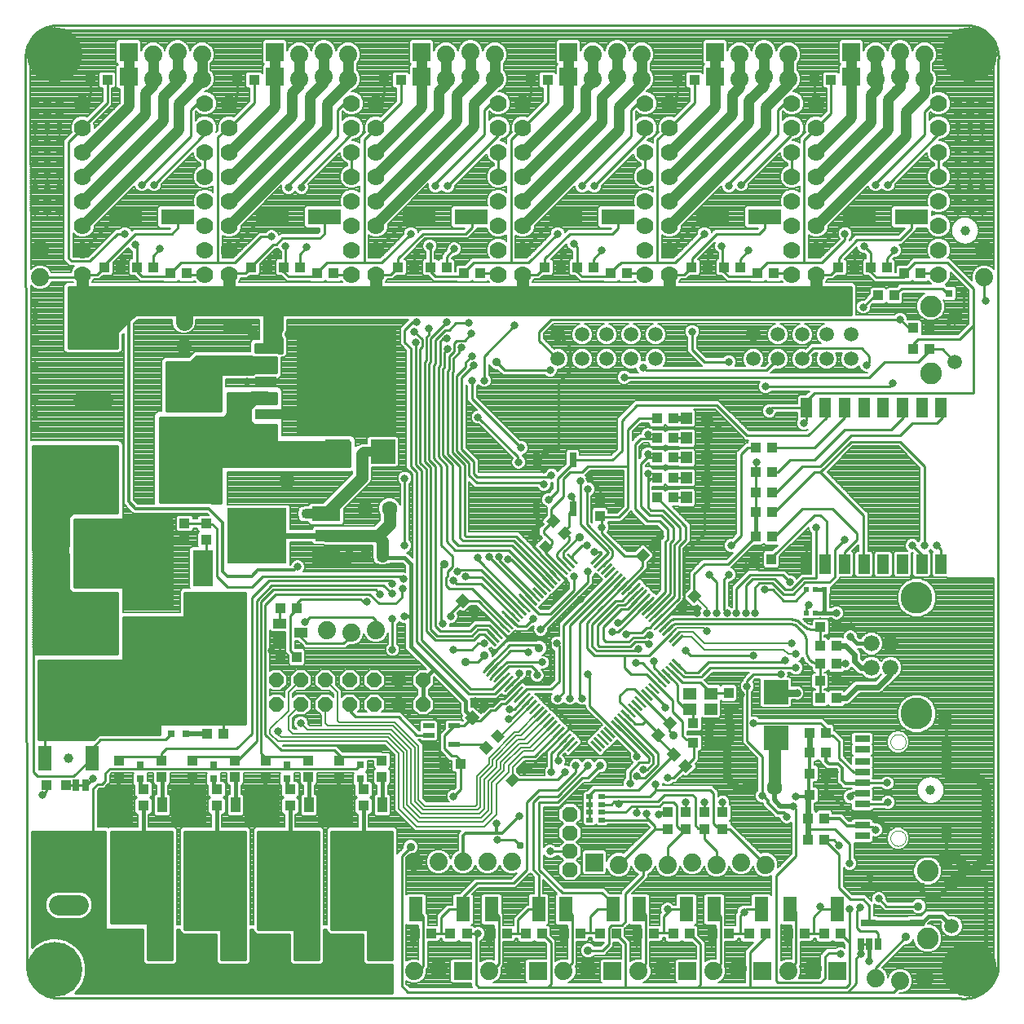
<source format=gtl>
G75*
G70*
%OFA0B0*%
%FSLAX24Y24*%
%IPPOS*%
%LPD*%
%AMOC8*
5,1,8,0,0,1.08239X$1,22.5*
%
%ADD10C,0.0100*%
%ADD11R,0.0106X0.0591*%
%ADD12R,0.0591X0.0106*%
%ADD13R,0.0551X0.0472*%
%ADD14R,0.0433X0.0394*%
%ADD15R,0.0394X0.0433*%
%ADD16R,0.0600X0.0300*%
%ADD17R,0.0472X0.0472*%
%ADD18R,0.0300X0.0600*%
%ADD19C,0.0660*%
%ADD20C,0.1300*%
%ADD21R,0.0197X0.0197*%
%ADD22R,0.2441X0.2283*%
%ADD23R,0.1181X0.0630*%
%ADD24OC8,0.0630*%
%ADD25C,0.0630*%
%ADD26C,0.0594*%
%ADD27R,0.0571X0.1024*%
%ADD28R,0.1000X0.1000*%
%ADD29R,0.4098X0.4252*%
%ADD30R,0.0850X0.0420*%
%ADD31R,0.2126X0.1575*%
%ADD32R,0.0827X0.0500*%
%ADD33R,0.0472X0.0787*%
%ADD34C,0.0886*%
%ADD35C,0.0740*%
%ADD36R,0.0315X0.0315*%
%ADD37R,0.0531X0.0591*%
%ADD38R,0.0394X0.0551*%
%ADD39R,0.0394X0.0512*%
%ADD40R,0.0591X0.0295*%
%ADD41C,0.0000*%
%ADD42R,0.0740X0.0740*%
%ADD43C,0.0700*%
%ADD44R,0.1378X0.0630*%
%ADD45R,0.0820X0.1500*%
%ADD46R,0.4500X0.3500*%
%ADD47C,0.0825*%
%ADD48C,0.0394*%
%ADD49R,0.2126X0.2441*%
%ADD50R,0.0394X0.0630*%
%ADD51C,0.0669*%
%ADD52R,0.0880X0.0480*%
%ADD53R,0.0866X0.1417*%
%ADD54R,0.0256X0.0197*%
%ADD55R,0.0551X0.0394*%
%ADD56OC8,0.0600*%
%ADD57R,0.0472X0.0217*%
%ADD58R,0.0394X0.0394*%
%ADD59R,0.0250X0.0500*%
%ADD60C,0.0080*%
%ADD61C,0.0240*%
%ADD62C,0.0160*%
%ADD63C,0.0317*%
%ADD64C,0.0320*%
%ADD65C,0.0500*%
%ADD66C,0.2250*%
%ADD67C,0.0400*%
%ADD68C,0.0120*%
%ADD69C,0.1500*%
%ADD70C,0.0200*%
%ADD71C,0.0356*%
%ADD72C,0.0300*%
%ADD73R,0.0356X0.0356*%
%ADD74C,0.0560*%
%ADD75C,0.1000*%
%ADD76C,0.0700*%
%ADD77C,0.0310*%
%ADD78C,0.0420*%
D10*
X002393Y001821D02*
X002330Y038999D01*
X002331Y038998D02*
X002328Y039067D01*
X002329Y039135D01*
X002334Y039203D01*
X002343Y039271D01*
X002355Y039339D01*
X002371Y039405D01*
X002390Y039471D01*
X002413Y039535D01*
X002440Y039599D01*
X002470Y039660D01*
X002503Y039720D01*
X002539Y039778D01*
X002578Y039834D01*
X002621Y039888D01*
X002666Y039939D01*
X002714Y039988D01*
X002764Y040034D01*
X002817Y040078D01*
X002873Y040118D01*
X002930Y040156D01*
X002989Y040190D01*
X003050Y040221D01*
X003113Y040249D01*
X003177Y040273D01*
X003242Y040294D01*
X003308Y040311D01*
X003375Y040324D01*
X003443Y040334D01*
X003511Y040340D01*
X003511Y040341D02*
X040913Y040341D01*
X040983Y040333D01*
X041052Y040321D01*
X041121Y040306D01*
X041188Y040287D01*
X041255Y040264D01*
X041320Y040238D01*
X041384Y040208D01*
X041446Y040175D01*
X041506Y040138D01*
X041564Y040098D01*
X041619Y040056D01*
X041673Y040010D01*
X041724Y039961D01*
X041772Y039910D01*
X041817Y039856D01*
X041859Y039800D01*
X041898Y039741D01*
X041934Y039681D01*
X041967Y039619D01*
X041996Y039555D01*
X042022Y039489D01*
X042044Y039423D01*
X042062Y039355D01*
X042077Y039286D01*
X042088Y039217D01*
X042095Y039147D01*
X042099Y039077D01*
X042098Y039006D01*
X042094Y038936D01*
X042094Y001759D01*
X042095Y001759D02*
X042081Y001685D01*
X042063Y001613D01*
X042042Y001541D01*
X042016Y001471D01*
X041988Y001402D01*
X041955Y001334D01*
X041919Y001269D01*
X041880Y001205D01*
X041837Y001144D01*
X041792Y001085D01*
X041743Y001028D01*
X041691Y000974D01*
X041637Y000923D01*
X041580Y000874D01*
X041520Y000829D01*
X041459Y000787D01*
X041395Y000748D01*
X041329Y000712D01*
X041261Y000680D01*
X041192Y000652D01*
X041122Y000627D01*
X041050Y000606D01*
X040977Y000589D01*
X040904Y000576D01*
X040829Y000566D01*
X040755Y000561D01*
X040680Y000559D01*
X040605Y000561D01*
X040531Y000567D01*
X040457Y000577D01*
X040456Y000578D02*
X003699Y000578D01*
X004333Y000777D02*
X004531Y000976D01*
X004699Y001266D01*
X004786Y001591D01*
X004786Y001926D01*
X004699Y002251D01*
X004531Y002541D01*
X004294Y002779D01*
X004003Y002947D01*
X003679Y003034D01*
X003343Y003034D01*
X003019Y002947D01*
X002728Y002779D01*
X002591Y002642D01*
X002583Y007390D01*
X005580Y007390D01*
X005580Y003390D01*
X007130Y003390D01*
X007130Y002057D01*
X007247Y001940D01*
X008413Y001940D01*
X008530Y002057D01*
X008530Y003390D01*
X008630Y003390D01*
X008630Y003307D01*
X008747Y003190D01*
X010130Y003190D01*
X010130Y002057D01*
X010247Y001940D01*
X011413Y001940D01*
X011530Y002057D01*
X011530Y003390D01*
X011630Y003390D01*
X011630Y003307D01*
X011747Y003190D01*
X013130Y003190D01*
X013130Y002057D01*
X013247Y001940D01*
X014413Y001940D01*
X014530Y002057D01*
X014530Y003390D01*
X014630Y003390D01*
X014630Y003307D01*
X014747Y003190D01*
X016130Y003190D01*
X016130Y002057D01*
X016247Y001940D01*
X017330Y001940D01*
X017330Y000777D01*
X004333Y000777D01*
X004429Y000873D02*
X017330Y000873D01*
X017330Y000972D02*
X004527Y000972D01*
X004586Y001070D02*
X017330Y001070D01*
X017330Y001169D02*
X004643Y001169D01*
X004699Y001267D02*
X017330Y001267D01*
X017330Y001366D02*
X004726Y001366D01*
X004752Y001464D02*
X017330Y001464D01*
X017330Y001563D02*
X004779Y001563D01*
X004786Y001661D02*
X017330Y001661D01*
X017330Y001760D02*
X004786Y001760D01*
X004786Y001858D02*
X017330Y001858D01*
X017330Y002140D02*
X016330Y002140D01*
X016330Y003390D01*
X014830Y003390D01*
X014830Y007390D01*
X017330Y007390D01*
X017330Y002140D01*
X017330Y002154D02*
X016330Y002154D01*
X016330Y002252D02*
X017330Y002252D01*
X017330Y002351D02*
X016330Y002351D01*
X016330Y002449D02*
X017330Y002449D01*
X017330Y002548D02*
X016330Y002548D01*
X016330Y002646D02*
X017330Y002646D01*
X017330Y002745D02*
X016330Y002745D01*
X016330Y002843D02*
X017330Y002843D01*
X017330Y002942D02*
X016330Y002942D01*
X016330Y003040D02*
X017330Y003040D01*
X017330Y003139D02*
X016330Y003139D01*
X016330Y003237D02*
X017330Y003237D01*
X017330Y003336D02*
X016330Y003336D01*
X016130Y003139D02*
X014530Y003139D01*
X014530Y003237D02*
X014700Y003237D01*
X014630Y003336D02*
X014530Y003336D01*
X014330Y003336D02*
X013330Y003336D01*
X013330Y003390D02*
X011830Y003390D01*
X011830Y007390D01*
X014330Y007390D01*
X014330Y002140D01*
X013330Y002140D01*
X013330Y003390D01*
X013330Y003237D02*
X014330Y003237D01*
X014330Y003139D02*
X013330Y003139D01*
X013330Y003040D02*
X014330Y003040D01*
X014330Y002942D02*
X013330Y002942D01*
X013330Y002843D02*
X014330Y002843D01*
X014330Y002745D02*
X013330Y002745D01*
X013330Y002646D02*
X014330Y002646D01*
X014330Y002548D02*
X013330Y002548D01*
X013330Y002449D02*
X014330Y002449D01*
X014330Y002351D02*
X013330Y002351D01*
X013330Y002252D02*
X014330Y002252D01*
X014330Y002154D02*
X013330Y002154D01*
X013130Y002154D02*
X011530Y002154D01*
X011530Y002252D02*
X013130Y002252D01*
X013130Y002351D02*
X011530Y002351D01*
X011530Y002449D02*
X013130Y002449D01*
X013130Y002548D02*
X011530Y002548D01*
X011530Y002646D02*
X013130Y002646D01*
X013130Y002745D02*
X011530Y002745D01*
X011530Y002843D02*
X013130Y002843D01*
X013130Y002942D02*
X011530Y002942D01*
X011530Y003040D02*
X013130Y003040D01*
X013130Y003139D02*
X011530Y003139D01*
X011530Y003237D02*
X011700Y003237D01*
X011630Y003336D02*
X011530Y003336D01*
X011330Y003336D02*
X010330Y003336D01*
X010330Y003390D02*
X008830Y003390D01*
X008830Y007390D01*
X011330Y007390D01*
X011330Y002140D01*
X010330Y002140D01*
X010330Y003390D01*
X010330Y003237D02*
X011330Y003237D01*
X011330Y003139D02*
X010330Y003139D01*
X010330Y003040D02*
X011330Y003040D01*
X011330Y002942D02*
X010330Y002942D01*
X010330Y002843D02*
X011330Y002843D01*
X011330Y002745D02*
X010330Y002745D01*
X010330Y002646D02*
X011330Y002646D01*
X011330Y002548D02*
X010330Y002548D01*
X010330Y002449D02*
X011330Y002449D01*
X011330Y002351D02*
X010330Y002351D01*
X010330Y002252D02*
X011330Y002252D01*
X011330Y002154D02*
X010330Y002154D01*
X010130Y002154D02*
X008530Y002154D01*
X008530Y002252D02*
X010130Y002252D01*
X010130Y002351D02*
X008530Y002351D01*
X008530Y002449D02*
X010130Y002449D01*
X010130Y002548D02*
X008530Y002548D01*
X008530Y002646D02*
X010130Y002646D01*
X010130Y002745D02*
X008530Y002745D01*
X008530Y002843D02*
X010130Y002843D01*
X010130Y002942D02*
X008530Y002942D01*
X008530Y003040D02*
X010130Y003040D01*
X010130Y003139D02*
X008530Y003139D01*
X008530Y003237D02*
X008700Y003237D01*
X008630Y003336D02*
X008530Y003336D01*
X008330Y003336D02*
X007330Y003336D01*
X007330Y003434D02*
X008330Y003434D01*
X008330Y003533D02*
X007330Y003533D01*
X007330Y003631D02*
X008330Y003631D01*
X008330Y003730D02*
X005830Y003730D01*
X005830Y003640D02*
X007330Y003640D01*
X007330Y002140D01*
X008330Y002140D01*
X008330Y007390D01*
X005830Y007390D01*
X005830Y003640D01*
X005830Y003828D02*
X008330Y003828D01*
X008330Y003927D02*
X005830Y003927D01*
X005830Y004025D02*
X008330Y004025D01*
X008330Y004124D02*
X005830Y004124D01*
X005830Y004222D02*
X008330Y004222D01*
X008330Y004321D02*
X005830Y004321D01*
X005830Y004419D02*
X008330Y004419D01*
X008330Y004518D02*
X005830Y004518D01*
X005830Y004616D02*
X008330Y004616D01*
X008330Y004715D02*
X005830Y004715D01*
X005830Y004813D02*
X008330Y004813D01*
X008330Y004912D02*
X005830Y004912D01*
X005830Y005010D02*
X008330Y005010D01*
X008330Y005109D02*
X005830Y005109D01*
X005830Y005207D02*
X008330Y005207D01*
X008330Y005306D02*
X005830Y005306D01*
X005830Y005404D02*
X008330Y005404D01*
X008330Y005503D02*
X005830Y005503D01*
X005830Y005601D02*
X008330Y005601D01*
X008330Y005700D02*
X005830Y005700D01*
X005830Y005798D02*
X008330Y005798D01*
X008330Y005897D02*
X005830Y005897D01*
X005830Y005995D02*
X008330Y005995D01*
X008330Y006094D02*
X005830Y006094D01*
X005830Y006192D02*
X008330Y006192D01*
X008330Y006291D02*
X005830Y006291D01*
X005830Y006389D02*
X008330Y006389D01*
X008330Y006488D02*
X005830Y006488D01*
X005830Y006586D02*
X008330Y006586D01*
X008330Y006685D02*
X005830Y006685D01*
X005830Y006783D02*
X008330Y006783D01*
X008330Y006882D02*
X005830Y006882D01*
X005830Y006980D02*
X008330Y006980D01*
X008330Y007079D02*
X005830Y007079D01*
X005830Y007177D02*
X008330Y007177D01*
X008330Y007276D02*
X005830Y007276D01*
X005830Y007374D02*
X008330Y007374D01*
X008330Y007640D02*
X008330Y009140D01*
X009643Y009140D01*
X009643Y007640D01*
X008330Y007640D01*
X008330Y007670D02*
X009643Y007670D01*
X009643Y007768D02*
X008330Y007768D01*
X008330Y007867D02*
X009643Y007867D01*
X009643Y007965D02*
X008330Y007965D01*
X008330Y008064D02*
X009643Y008064D01*
X009643Y008162D02*
X008330Y008162D01*
X008330Y008261D02*
X009643Y008261D01*
X009643Y008359D02*
X008330Y008359D01*
X008330Y008458D02*
X009643Y008458D01*
X009643Y008556D02*
X008330Y008556D01*
X008330Y008655D02*
X009643Y008655D01*
X009643Y008753D02*
X008330Y008753D01*
X008330Y008852D02*
X009643Y008852D01*
X009643Y008950D02*
X008330Y008950D01*
X008330Y009049D02*
X009643Y009049D01*
X010080Y009953D02*
X013080Y009953D01*
X013018Y010015D01*
X013018Y010123D01*
X013080Y009953D02*
X015847Y009953D01*
X016018Y010123D01*
X016808Y010453D02*
X016893Y010368D01*
X016893Y010287D01*
X016808Y010453D02*
X015205Y010453D01*
X015143Y010515D01*
X014955Y010703D01*
X012768Y010703D01*
X012119Y011351D01*
X012119Y016648D01*
X012549Y017078D01*
X016393Y017078D01*
X016768Y016703D01*
X017455Y016703D01*
X017705Y016953D01*
X017705Y017265D01*
X017736Y017296D01*
X017768Y017703D02*
X017643Y017828D01*
X012018Y017828D01*
X011580Y017390D01*
X010580Y017390D01*
X010143Y017828D01*
X010143Y019765D01*
X009955Y019953D01*
X009727Y019953D01*
X009705Y019975D01*
X009745Y019975D01*
X009705Y019975D02*
X008830Y019975D01*
X008330Y019982D02*
X004330Y019982D01*
X004330Y019884D02*
X008330Y019884D01*
X008330Y019785D02*
X004330Y019785D01*
X004330Y019687D02*
X008330Y019687D01*
X008330Y019588D02*
X004330Y019588D01*
X004330Y019490D02*
X008330Y019490D01*
X008330Y019391D02*
X004330Y019391D01*
X004330Y019293D02*
X008330Y019293D01*
X008245Y019305D02*
X008080Y019140D01*
X008245Y019305D02*
X008830Y019305D01*
X008330Y019194D02*
X004330Y019194D01*
X004330Y019096D02*
X008330Y019096D01*
X008330Y018997D02*
X004330Y018997D01*
X004330Y018899D02*
X008330Y018899D01*
X008330Y018800D02*
X004330Y018800D01*
X004330Y018702D02*
X008330Y018702D01*
X008330Y018603D02*
X004330Y018603D01*
X004330Y018505D02*
X008330Y018505D01*
X008330Y018406D02*
X004330Y018406D01*
X004330Y018308D02*
X008330Y018308D01*
X008330Y018209D02*
X004330Y018209D01*
X004330Y018111D02*
X008330Y018111D01*
X008330Y018012D02*
X004330Y018012D01*
X004330Y017914D02*
X008330Y017914D01*
X008330Y017815D02*
X004330Y017815D01*
X004330Y017717D02*
X008330Y017717D01*
X008330Y017618D02*
X004330Y017618D01*
X004330Y017520D02*
X008330Y017520D01*
X008330Y017421D02*
X004330Y017421D01*
X004330Y017390D02*
X006330Y017390D01*
X006330Y016640D01*
X008330Y016640D01*
X008330Y020140D01*
X004330Y020140D01*
X004330Y017390D01*
X004128Y017224D02*
X002627Y017224D01*
X002627Y017126D02*
X006070Y017126D01*
X006070Y017130D02*
X006070Y016588D01*
X006080Y016564D01*
X006080Y016216D01*
X006070Y016192D01*
X006070Y014650D01*
X002631Y014650D01*
X002617Y023140D01*
X006080Y023140D01*
X006080Y020400D01*
X004278Y020400D01*
X004183Y020360D01*
X004110Y020287D01*
X004070Y020192D01*
X004070Y019074D01*
X004045Y019014D01*
X004045Y018766D01*
X004070Y018706D01*
X004070Y017338D01*
X004110Y017243D01*
X004183Y017170D01*
X004278Y017130D01*
X006070Y017130D01*
X006070Y017027D02*
X002627Y017027D01*
X002627Y016929D02*
X006070Y016929D01*
X006070Y016830D02*
X002627Y016830D01*
X002627Y016732D02*
X006070Y016732D01*
X006070Y016633D02*
X002628Y016633D01*
X002628Y016535D02*
X006080Y016535D01*
X006080Y016436D02*
X002628Y016436D01*
X002628Y016338D02*
X006080Y016338D01*
X006080Y016239D02*
X002628Y016239D01*
X002628Y016141D02*
X006070Y016141D01*
X006070Y016042D02*
X002629Y016042D01*
X002629Y015944D02*
X006070Y015944D01*
X006070Y015845D02*
X002629Y015845D01*
X002629Y015747D02*
X006070Y015747D01*
X006070Y015648D02*
X002629Y015648D01*
X002629Y015550D02*
X006070Y015550D01*
X006070Y015451D02*
X002630Y015451D01*
X002630Y015353D02*
X006070Y015353D01*
X006070Y015254D02*
X002630Y015254D01*
X002630Y015156D02*
X006070Y015156D01*
X006070Y015057D02*
X002630Y015057D01*
X002630Y014959D02*
X006070Y014959D01*
X006070Y014860D02*
X002631Y014860D01*
X002643Y014890D02*
X004080Y014890D01*
X005080Y015890D01*
X006330Y015845D02*
X011330Y015845D01*
X011330Y015747D02*
X006330Y015747D01*
X006330Y015648D02*
X011330Y015648D01*
X011330Y015550D02*
X006330Y015550D01*
X006330Y015451D02*
X011330Y015451D01*
X011330Y015353D02*
X006330Y015353D01*
X006330Y015254D02*
X011330Y015254D01*
X011330Y015156D02*
X006330Y015156D01*
X006330Y015057D02*
X011330Y015057D01*
X011330Y014959D02*
X006330Y014959D01*
X006330Y014860D02*
X011330Y014860D01*
X011330Y014762D02*
X006330Y014762D01*
X006330Y014663D02*
X011330Y014663D01*
X011330Y014565D02*
X006330Y014565D01*
X006330Y014466D02*
X011330Y014466D01*
X011330Y014368D02*
X002842Y014368D01*
X002842Y014390D02*
X006330Y014390D01*
X006330Y016140D01*
X008830Y016140D01*
X008830Y017140D01*
X011330Y017140D01*
X011330Y011765D01*
X007830Y011765D01*
X007830Y011340D01*
X005310Y011340D01*
X005110Y011140D01*
X002842Y011140D01*
X002842Y014390D01*
X002842Y014269D02*
X011330Y014269D01*
X011330Y014171D02*
X002842Y014171D01*
X002842Y014072D02*
X011330Y014072D01*
X011330Y013974D02*
X002842Y013974D01*
X002842Y013875D02*
X011330Y013875D01*
X011330Y013777D02*
X002842Y013777D01*
X002842Y013678D02*
X011330Y013678D01*
X011330Y013580D02*
X002842Y013580D01*
X002842Y013481D02*
X011330Y013481D01*
X011330Y013383D02*
X002842Y013383D01*
X002842Y013284D02*
X011330Y013284D01*
X011330Y013186D02*
X002842Y013186D01*
X002842Y013087D02*
X011330Y013087D01*
X011330Y012989D02*
X002842Y012989D01*
X002842Y012890D02*
X011330Y012890D01*
X011330Y012792D02*
X002842Y012792D01*
X002842Y012693D02*
X011330Y012693D01*
X011330Y012595D02*
X002842Y012595D01*
X002842Y012496D02*
X011330Y012496D01*
X011330Y012398D02*
X002842Y012398D01*
X002842Y012299D02*
X011330Y012299D01*
X011330Y012201D02*
X002842Y012201D01*
X002842Y012102D02*
X011330Y012102D01*
X011330Y012004D02*
X002842Y012004D01*
X002842Y011905D02*
X011330Y011905D01*
X011330Y011807D02*
X002842Y011807D01*
X002842Y011708D02*
X007830Y011708D01*
X007830Y011610D02*
X002842Y011610D01*
X002842Y011511D02*
X007830Y011511D01*
X007830Y011413D02*
X002842Y011413D01*
X002842Y011314D02*
X005284Y011314D01*
X005185Y011216D02*
X002842Y011216D01*
X003117Y011603D02*
X003080Y011640D01*
X003117Y011603D02*
X003117Y010390D01*
X002643Y009828D02*
X002830Y009640D01*
X004293Y009640D01*
X005043Y010390D01*
X005043Y010790D01*
X005393Y011140D01*
X008035Y011140D01*
X008285Y011390D01*
X008080Y010765D02*
X010955Y010765D01*
X011580Y011390D01*
X011580Y016953D01*
X012268Y017640D01*
X017205Y017640D01*
X017330Y017515D01*
X016955Y017453D02*
X017299Y017109D01*
X016830Y017078D02*
X016643Y017265D01*
X012455Y017265D01*
X011955Y016765D01*
X011955Y010578D01*
X012080Y010453D01*
X012268Y010453D01*
X012183Y010368D01*
X012183Y010287D01*
X012165Y010287D02*
X012143Y010287D01*
X012268Y010453D02*
X013808Y010453D01*
X013893Y010368D01*
X013893Y010287D01*
X014330Y009140D02*
X015643Y009140D01*
X015643Y007640D01*
X014330Y007640D01*
X014330Y009140D01*
X014330Y009049D02*
X015643Y009049D01*
X015643Y008950D02*
X014330Y008950D01*
X014330Y008852D02*
X015643Y008852D01*
X015643Y008753D02*
X014330Y008753D01*
X014330Y008655D02*
X015643Y008655D01*
X015643Y008556D02*
X014330Y008556D01*
X014330Y008458D02*
X015643Y008458D01*
X015643Y008359D02*
X014330Y008359D01*
X014330Y008261D02*
X015643Y008261D01*
X015643Y008162D02*
X014330Y008162D01*
X014330Y008064D02*
X015643Y008064D01*
X015643Y007965D02*
X014330Y007965D01*
X014330Y007867D02*
X015643Y007867D01*
X015643Y007768D02*
X014330Y007768D01*
X014330Y007670D02*
X015643Y007670D01*
X014830Y007374D02*
X017330Y007374D01*
X017330Y007276D02*
X014830Y007276D01*
X014830Y007177D02*
X017330Y007177D01*
X017330Y007079D02*
X014830Y007079D01*
X014830Y006980D02*
X017330Y006980D01*
X017330Y006882D02*
X014830Y006882D01*
X014830Y006783D02*
X017330Y006783D01*
X017330Y006685D02*
X014830Y006685D01*
X014830Y006586D02*
X017330Y006586D01*
X017330Y006488D02*
X014830Y006488D01*
X014830Y006389D02*
X017330Y006389D01*
X017330Y006291D02*
X014830Y006291D01*
X014830Y006192D02*
X017330Y006192D01*
X017330Y006094D02*
X014830Y006094D01*
X014830Y005995D02*
X017330Y005995D01*
X017330Y005897D02*
X014830Y005897D01*
X014830Y005798D02*
X017330Y005798D01*
X017330Y005700D02*
X014830Y005700D01*
X014830Y005601D02*
X017330Y005601D01*
X017330Y005503D02*
X014830Y005503D01*
X014830Y005404D02*
X017330Y005404D01*
X017330Y005306D02*
X014830Y005306D01*
X014830Y005207D02*
X017330Y005207D01*
X017330Y005109D02*
X014830Y005109D01*
X014830Y005010D02*
X017330Y005010D01*
X017330Y004912D02*
X014830Y004912D01*
X014830Y004813D02*
X017330Y004813D01*
X017330Y004715D02*
X014830Y004715D01*
X014830Y004616D02*
X017330Y004616D01*
X017330Y004518D02*
X014830Y004518D01*
X014830Y004419D02*
X017330Y004419D01*
X017330Y004321D02*
X014830Y004321D01*
X014830Y004222D02*
X017330Y004222D01*
X017330Y004124D02*
X014830Y004124D01*
X014830Y004025D02*
X017330Y004025D01*
X017330Y003927D02*
X014830Y003927D01*
X014830Y003828D02*
X017330Y003828D01*
X017330Y003730D02*
X014830Y003730D01*
X014830Y003631D02*
X017330Y003631D01*
X017330Y003533D02*
X014830Y003533D01*
X014830Y003434D02*
X017330Y003434D01*
X018115Y003199D02*
X018244Y003199D01*
X018913Y003199D02*
X019330Y003199D01*
X019330Y003890D01*
X019637Y004197D01*
X020210Y004197D01*
X020210Y004707D01*
X020768Y005265D01*
X022268Y005265D01*
X022830Y005828D01*
X022830Y008578D01*
X023330Y009078D01*
X024080Y009078D01*
X024830Y009828D01*
X024830Y010078D01*
X024393Y009828D02*
X024065Y009500D01*
X022157Y009500D01*
X022713Y009973D02*
X022937Y009973D01*
X024260Y011297D01*
X024580Y011617D01*
X024580Y011828D01*
X023580Y012828D01*
X023830Y013203D02*
X022825Y013203D01*
X022590Y012967D01*
X022590Y012962D01*
X022330Y012703D01*
X022299Y012390D02*
X022111Y012390D01*
X022299Y012390D02*
X022729Y012820D01*
X022729Y012828D01*
X022868Y012689D02*
X022163Y011984D01*
X022080Y011984D01*
X021963Y012618D02*
X022450Y013106D01*
X022311Y013245D02*
X022311Y013246D01*
X022580Y013515D01*
X023018Y013515D01*
X023080Y013453D01*
X023580Y013453D01*
X023643Y013515D01*
X023768Y013640D01*
X023768Y015140D01*
X023580Y015328D01*
X023580Y015453D01*
X025018Y016890D01*
X024736Y017234D02*
X024736Y017796D01*
X024424Y017671D02*
X024424Y017359D01*
X024018Y016953D01*
X023564Y017421D02*
X023549Y017421D01*
X022080Y018890D01*
X019893Y018890D01*
X019549Y019234D01*
X019549Y022359D01*
X019205Y022703D01*
X019205Y026390D01*
X019268Y026453D01*
X019268Y027421D01*
X019393Y027546D01*
X019549Y027546D01*
X019486Y027890D02*
X019643Y027890D01*
X019924Y028171D01*
X020455Y028171D01*
X020549Y027734D02*
X020268Y027453D01*
X019955Y027453D01*
X019861Y027359D01*
X019861Y027015D01*
X019643Y026796D01*
X019643Y026265D01*
X019580Y026203D01*
X019580Y022828D01*
X020080Y022328D01*
X020080Y019390D01*
X020205Y019265D01*
X022268Y019265D01*
X023833Y017700D01*
X023842Y017700D01*
X023703Y017579D02*
X022205Y019078D01*
X020018Y019078D01*
X019768Y019328D01*
X019768Y022390D01*
X019393Y022765D01*
X019393Y026296D01*
X019455Y026359D01*
X019455Y026984D01*
X019580Y027109D01*
X019830Y026734D02*
X020049Y026953D01*
X020049Y027078D01*
X020143Y027171D01*
X019830Y026734D02*
X019830Y026203D01*
X019768Y026140D01*
X019768Y022890D01*
X020268Y022390D01*
X020268Y019515D01*
X020330Y019453D01*
X022393Y019453D01*
X023981Y017864D01*
X023981Y017839D01*
X024121Y017974D02*
X024424Y017671D01*
X024121Y017974D02*
X024121Y017978D01*
X023356Y018743D01*
X023356Y018782D01*
X023078Y019060D01*
X023078Y019300D01*
X023205Y019427D01*
X023120Y019499D01*
X023198Y019577D01*
X023198Y020562D01*
X023198Y020140D01*
X023315Y020023D01*
X023520Y019703D02*
X023892Y020075D01*
X023830Y020137D01*
X023830Y020578D01*
X024330Y021078D01*
X024330Y021828D01*
X024580Y022078D01*
X025080Y022078D01*
X025330Y022328D01*
X026955Y022328D01*
X026955Y023828D01*
X027403Y024276D01*
X028151Y024276D01*
X028028Y024276D01*
X027768Y023609D02*
X027768Y023453D01*
X028134Y023453D01*
X028152Y023471D01*
X027768Y023453D02*
X027486Y023453D01*
X027236Y023203D01*
X027236Y020578D01*
X027736Y020078D01*
X028236Y020078D01*
X028580Y019734D01*
X028580Y019328D01*
X028486Y019234D01*
X028486Y017193D01*
X027740Y016447D01*
X027740Y016456D01*
X027601Y016586D02*
X027967Y016953D01*
X027814Y017078D02*
X027461Y016725D01*
X026642Y015906D01*
X026533Y015906D01*
X026561Y015546D02*
X026299Y015546D01*
X026561Y015546D02*
X027601Y016586D01*
X027322Y016851D02*
X026939Y016468D01*
X026674Y016468D01*
X025939Y015734D01*
X025939Y015249D01*
X026049Y015140D01*
X026986Y015140D01*
X027174Y015328D01*
X027611Y015328D01*
X027705Y015421D01*
X027861Y015421D01*
X027831Y015703D02*
X027705Y015703D01*
X027502Y015499D01*
X026939Y015499D01*
X026893Y015453D01*
X027236Y015140D02*
X027049Y014953D01*
X025768Y014953D01*
X025705Y015015D01*
X025705Y015796D01*
X026549Y016640D01*
X026830Y016640D01*
X027183Y016993D01*
X027183Y017004D01*
X027538Y017359D01*
X027416Y017515D02*
X027044Y017143D01*
X027020Y017143D01*
X026705Y016828D01*
X026455Y016828D01*
X025486Y015859D01*
X025486Y014953D01*
X025674Y014765D01*
X027299Y014765D01*
X027393Y014859D01*
X027236Y015140D02*
X027736Y015140D01*
X027830Y015046D01*
X027819Y014578D02*
X028714Y015472D01*
X028714Y015461D01*
X028575Y015612D02*
X028783Y015820D01*
X028782Y015820D02*
X028785Y015824D01*
X028786Y015829D01*
X028688Y016007D02*
X028708Y016024D01*
X028730Y016039D01*
X028754Y016051D01*
X028779Y016059D01*
X028805Y016064D01*
X028831Y016066D01*
X028831Y016065D02*
X033590Y016065D01*
X033590Y015868D02*
X028882Y015868D01*
X028861Y015866D01*
X028841Y015861D01*
X028821Y015853D01*
X028803Y015842D01*
X028787Y015829D01*
X028686Y016002D02*
X028436Y015751D01*
X028297Y015890D02*
X028942Y016536D01*
X029185Y016536D01*
X029195Y016536D01*
X029236Y016578D01*
X029236Y018734D01*
X030080Y019578D01*
X030080Y020578D01*
X029348Y021033D02*
X028821Y021033D01*
X028152Y021033D02*
X029330Y019855D01*
X029330Y019328D01*
X029036Y019034D01*
X029036Y016908D01*
X028157Y016029D01*
X027831Y015703D01*
X028018Y016168D02*
X028018Y016172D01*
X028861Y017015D01*
X028861Y019109D01*
X029080Y019328D01*
X029080Y019828D01*
X028393Y020515D01*
X027893Y020515D01*
X027768Y020640D01*
X027768Y021703D01*
X027768Y022015D01*
X027893Y021828D02*
X028128Y021828D01*
X028152Y021852D01*
X027893Y021828D02*
X027768Y021703D01*
X027486Y022421D02*
X027736Y022671D01*
X027768Y022671D01*
X027768Y022828D01*
X027768Y022671D02*
X028145Y022671D01*
X028152Y022664D01*
X028821Y022664D02*
X029348Y022664D01*
X029348Y023471D02*
X028821Y023471D01*
X030178Y024276D02*
X030257Y024276D01*
X030643Y023890D01*
X030580Y024828D02*
X031830Y023578D01*
X034330Y023578D01*
X035080Y024328D01*
X035080Y024646D01*
X035029Y024697D01*
X034580Y025328D02*
X034241Y024989D01*
X034241Y024697D01*
X034241Y024166D01*
X034153Y024078D01*
X034143Y024078D01*
X034241Y024697D02*
X032856Y024697D01*
X032736Y024578D01*
X032580Y025578D02*
X037643Y025578D01*
X037768Y025703D01*
X037455Y026578D02*
X036830Y025953D01*
X026799Y025953D01*
X027580Y026359D02*
X027705Y026234D01*
X032611Y026234D01*
X033080Y026703D01*
X034080Y026703D02*
X034518Y027140D01*
X036518Y027140D01*
X036830Y026828D01*
X036830Y026578D01*
X036705Y026453D01*
X037455Y026578D02*
X038830Y026578D01*
X039295Y027042D01*
X039295Y027097D01*
X039818Y027097D01*
X040322Y026593D01*
X040518Y027515D02*
X041080Y028078D01*
X041080Y029578D01*
X040018Y030640D01*
X038683Y030640D01*
X038245Y030203D01*
X038245Y030055D01*
X038236Y030046D01*
X037111Y030046D01*
X036830Y030328D01*
X036830Y030412D01*
X036870Y030453D01*
X036870Y031037D01*
X036611Y031296D01*
X036330Y031578D02*
X035580Y030828D01*
X035580Y030475D01*
X035558Y030453D01*
X035264Y030159D01*
X034658Y030159D01*
X034893Y030640D02*
X035830Y031578D01*
X035830Y031828D01*
X036330Y031578D02*
X038080Y031578D01*
X038549Y032047D01*
X038549Y032515D01*
X037861Y031140D02*
X037540Y030818D01*
X037540Y030453D01*
X038133Y029578D02*
X037852Y029296D01*
X038133Y029578D02*
X039830Y029578D01*
X040018Y029390D01*
X040097Y029390D01*
X040688Y029390D02*
X040688Y028730D01*
X040322Y028364D01*
X039926Y027969D01*
X039290Y027969D01*
X038830Y027515D02*
X040518Y027515D01*
X041080Y028078D02*
X041080Y025328D01*
X034580Y025328D01*
X035816Y024697D02*
X035830Y024683D01*
X035830Y024328D01*
X034596Y023094D01*
X032858Y023094D01*
X033580Y022578D02*
X034580Y022578D01*
X035830Y023828D01*
X037705Y023828D01*
X038205Y024328D01*
X038205Y024671D01*
X038178Y024697D01*
X038580Y024078D02*
X039580Y024078D01*
X039830Y024328D01*
X039830Y024620D01*
X039753Y024697D01*
X038580Y024078D02*
X038080Y023578D01*
X036080Y023578D01*
X034830Y022328D01*
X034080Y022328D01*
X033012Y021259D01*
X032843Y021259D01*
X032188Y021274D02*
X032173Y021259D01*
X032173Y020446D01*
X032169Y020441D01*
X032838Y020441D02*
X032944Y020441D01*
X034580Y022078D01*
X034830Y022078D01*
X036080Y023328D01*
X038080Y023328D01*
X039080Y022328D01*
X039080Y019078D01*
X038966Y018692D02*
X038580Y019078D01*
X038966Y018692D02*
X038966Y018319D01*
X039753Y018319D02*
X039753Y018904D01*
X039580Y019078D01*
X036604Y018319D02*
X036580Y018343D01*
X036580Y020328D01*
X034830Y022078D01*
X033580Y022578D02*
X033075Y022072D01*
X032858Y022072D01*
X032188Y022072D02*
X032188Y021274D01*
X032188Y022072D02*
X032188Y022469D01*
X032205Y022484D01*
X032188Y023094D02*
X031846Y023094D01*
X031580Y022828D01*
X031580Y019484D01*
X031174Y019078D01*
X031059Y018328D02*
X032169Y019437D01*
X032086Y019437D01*
X032838Y019437D02*
X032940Y019437D01*
X034080Y020578D01*
X035330Y020578D01*
X036330Y019578D01*
X036330Y019328D01*
X035816Y018814D01*
X035816Y018319D01*
X035408Y017781D02*
X035408Y018906D01*
X035830Y019328D01*
X035080Y020078D02*
X034830Y020328D01*
X034580Y020328D01*
X032818Y018566D01*
X032818Y018512D01*
X032330Y018078D02*
X034000Y018078D01*
X034241Y018319D01*
X034241Y018989D01*
X034330Y019078D01*
X034643Y019828D02*
X034643Y017734D01*
X034127Y017734D01*
X033658Y017265D01*
X033393Y017265D01*
X032939Y017718D01*
X032033Y017718D01*
X031768Y017453D01*
X031768Y016328D01*
X032143Y016328D02*
X032143Y017359D01*
X032330Y017546D01*
X032861Y017546D01*
X033330Y017078D01*
X033705Y017078D01*
X034189Y017562D01*
X035189Y017562D01*
X035408Y017781D01*
X035029Y018319D02*
X035080Y018370D01*
X035080Y020078D01*
X033268Y017890D02*
X031955Y017890D01*
X031393Y017328D01*
X031393Y016328D01*
X031002Y016328D02*
X030893Y016437D01*
X030893Y017703D01*
X031080Y017890D01*
X031059Y018328D02*
X030080Y018328D01*
X029658Y017905D01*
X029658Y017009D01*
X028674Y017102D02*
X028674Y019171D01*
X028830Y019328D01*
X028830Y019796D01*
X028330Y020296D01*
X027861Y020296D01*
X027486Y020671D01*
X027486Y022421D01*
X026955Y022328D02*
X026955Y020609D01*
X026580Y020234D01*
X025844Y020234D01*
X025803Y020275D01*
X025893Y020248D01*
X025893Y019828D01*
X025893Y019578D01*
X026830Y018640D01*
X027330Y018640D01*
X027553Y018670D01*
X027553Y018445D01*
X027553Y018209D01*
X026765Y017421D01*
X025830Y016486D01*
X025830Y016484D01*
X025268Y015921D01*
X025268Y014890D01*
X025580Y014578D01*
X026830Y014578D01*
X026830Y014078D01*
X027080Y013828D01*
X027714Y013828D01*
X028157Y013385D01*
X028796Y012746D01*
X028796Y012264D01*
X029189Y011870D01*
X029189Y011280D01*
X029333Y011136D01*
X029562Y011136D01*
X029653Y011046D01*
X029653Y010376D01*
X029377Y010101D01*
X029333Y010085D01*
X029314Y010066D01*
X029314Y010062D01*
X028830Y009578D01*
X028580Y009578D01*
X028080Y009328D02*
X028080Y009078D01*
X028080Y009046D01*
X027834Y008800D01*
X025889Y008800D01*
X025889Y008485D02*
X026269Y008485D01*
X026393Y008609D01*
X026580Y008609D01*
X026580Y008515D01*
X026674Y008609D01*
X028174Y008609D01*
X028455Y008890D01*
X029580Y008890D01*
X029705Y008765D01*
X029705Y007640D01*
X029830Y007515D01*
X030058Y007515D01*
X030080Y007493D01*
X030080Y007078D01*
X030580Y006578D01*
X030580Y006028D01*
X030830Y007493D02*
X030745Y007578D01*
X030580Y007578D01*
X030455Y007703D01*
X030455Y008953D01*
X030330Y009078D01*
X028080Y009078D01*
X028393Y008578D02*
X028236Y008421D01*
X027330Y008421D01*
X027330Y008140D01*
X027330Y008421D02*
X027111Y008421D01*
X026860Y008170D01*
X025889Y008170D01*
X025889Y007855D02*
X027802Y007855D01*
X027705Y007953D01*
X027705Y008109D01*
X027802Y007855D02*
X028045Y007612D01*
X028045Y007493D01*
X026580Y006028D01*
X025893Y004890D02*
X026332Y004450D01*
X026332Y004197D01*
X025700Y004197D01*
X025403Y003901D01*
X025403Y003245D01*
X025774Y003245D01*
X025821Y003199D01*
X025403Y003245D02*
X025036Y003245D01*
X025004Y003199D01*
X025330Y002515D02*
X025924Y002515D01*
X026174Y002765D01*
X026174Y003453D01*
X026268Y003546D01*
X026705Y003546D01*
X026861Y003703D01*
X026861Y004859D01*
X027580Y005578D01*
X027580Y006128D01*
X028580Y006028D02*
X028580Y006743D01*
X029330Y007493D01*
X029321Y007484D01*
X029080Y007484D01*
X028955Y007609D01*
X028955Y008453D01*
X028830Y008578D01*
X028393Y008578D01*
X028290Y008162D02*
X028205Y008078D01*
X028290Y008162D02*
X028580Y008162D01*
X028580Y007493D02*
X028045Y007493D01*
X029330Y008162D02*
X029330Y008578D01*
X030080Y008578D02*
X030080Y008162D01*
X030830Y008162D02*
X030830Y008578D01*
X030830Y007493D02*
X031115Y007493D01*
X032580Y006028D01*
X033018Y005578D02*
X033830Y006390D01*
X033830Y008301D01*
X033708Y008423D01*
X034270Y008801D02*
X034379Y008871D01*
X034324Y008769D01*
X035049Y008871D02*
X035292Y008871D01*
X036174Y009796D02*
X035580Y010390D01*
X035580Y011078D01*
X035330Y011328D01*
X035147Y011328D01*
X035055Y011420D01*
X035055Y011603D01*
X034830Y011828D01*
X032096Y011828D01*
X031830Y011078D02*
X032448Y010459D01*
X032448Y008841D01*
X034323Y007515D02*
X034354Y007484D01*
X035424Y007484D01*
X036018Y006890D01*
X036018Y006078D01*
X035580Y006444D02*
X035580Y005078D01*
X036049Y004609D01*
X036580Y004609D01*
X036830Y004359D01*
X036830Y003670D01*
X036779Y003651D01*
X037080Y003328D02*
X036455Y003328D01*
X036330Y003453D01*
X036330Y004140D01*
X036455Y004265D01*
X036018Y004203D02*
X036018Y002837D01*
X035656Y003199D01*
X035656Y003216D01*
X036018Y002837D02*
X036018Y001140D01*
X035893Y001015D01*
X031939Y001015D01*
X029799Y001015D01*
X029924Y001140D01*
X029924Y002765D01*
X029490Y003199D01*
X029490Y003238D01*
X028821Y003199D02*
X028790Y003230D01*
X028429Y003230D01*
X028429Y003927D01*
X028580Y004078D01*
X028580Y004203D01*
X028700Y004197D02*
X029339Y004197D01*
X029490Y004046D01*
X028700Y004197D02*
X028580Y004078D01*
X027674Y003984D02*
X027674Y001965D01*
X027393Y001684D01*
X026861Y001046D02*
X026830Y001015D01*
X029799Y001015D01*
X030454Y001684D02*
X030736Y001966D01*
X030736Y003921D01*
X030486Y004171D01*
X030486Y004197D01*
X031532Y003936D02*
X031532Y003199D01*
X031899Y003199D01*
X031532Y003199D02*
X031082Y003199D01*
X031532Y003936D02*
X031721Y004124D01*
X031721Y004109D01*
X031705Y004093D01*
X031814Y004203D01*
X032406Y004203D01*
X032411Y004197D01*
X032569Y004040D01*
X032569Y003199D02*
X032569Y003066D01*
X031939Y002437D01*
X031939Y001015D01*
X033018Y001265D02*
X033080Y001203D01*
X034830Y001203D01*
X035018Y001390D01*
X035018Y002265D01*
X035174Y002421D01*
X035611Y002421D01*
X035643Y002390D01*
X036293Y002196D02*
X036486Y002390D01*
X036293Y002196D02*
X036293Y001165D01*
X035955Y000828D01*
X037830Y000828D01*
X038080Y001078D01*
X038080Y001278D01*
X037080Y001378D02*
X037080Y001828D01*
X038330Y003078D01*
X037180Y003228D02*
X037180Y002765D01*
X036799Y002765D02*
X036480Y002765D01*
X037080Y003328D02*
X037180Y003228D01*
X037518Y004328D02*
X037205Y004640D01*
X037518Y004328D02*
X038830Y004328D01*
X035656Y004040D02*
X035499Y004197D01*
X035494Y004203D01*
X034861Y004203D01*
X034830Y004234D01*
X034830Y004328D01*
X034861Y004203D02*
X034550Y003891D01*
X034550Y003199D01*
X034987Y003199D01*
X034550Y003199D02*
X034179Y003199D01*
X033830Y004078D02*
X033710Y004197D01*
X033574Y004197D01*
X033830Y004078D02*
X033830Y001997D01*
X033517Y001684D01*
X033018Y001265D02*
X033018Y005578D01*
X034992Y007032D02*
X035580Y006444D01*
X035580Y006828D02*
X035376Y007032D01*
X034992Y007032D01*
X036533Y007630D02*
X036585Y007578D01*
X036955Y007578D01*
X037080Y007453D01*
X036523Y008053D02*
X036533Y008063D01*
X036533Y008496D02*
X037499Y008496D01*
X037580Y008578D01*
X037545Y009362D02*
X036533Y009362D01*
X036533Y009796D02*
X036174Y009796D01*
X034807Y012832D02*
X034807Y013536D01*
X034807Y014239D01*
X034765Y014239D01*
X034724Y014241D01*
X034683Y014245D01*
X034643Y014253D01*
X034604Y014264D01*
X034566Y014279D01*
X034528Y014296D01*
X034493Y014316D01*
X034459Y014339D01*
X034427Y014364D01*
X034397Y014392D01*
X034239Y014772D02*
X034239Y015173D01*
X034082Y015553D02*
X033892Y015743D01*
X034027Y015884D02*
X034102Y015809D01*
X034482Y015652D02*
X034624Y015652D01*
X034786Y015735D02*
X034826Y015735D01*
X034807Y015716D01*
X034807Y014983D01*
X034239Y014772D02*
X034241Y014730D01*
X034246Y014688D01*
X034254Y014646D01*
X034265Y014606D01*
X034280Y014566D01*
X034298Y014528D01*
X034318Y014491D01*
X034342Y014456D01*
X034368Y014423D01*
X034397Y014392D01*
X033830Y014078D02*
X030330Y014078D01*
X029984Y013732D01*
X029914Y013703D02*
X029236Y013703D01*
X028858Y014081D01*
X028853Y014081D01*
X028992Y014220D02*
X029000Y014220D01*
X029330Y013890D01*
X029830Y013890D01*
X030236Y014296D01*
X033299Y014296D01*
X033393Y014390D01*
X033205Y013796D02*
X032080Y013796D01*
X031830Y013546D01*
X031830Y013328D01*
X031830Y011078D01*
X031079Y012358D02*
X031065Y012372D01*
X030367Y013042D02*
X030348Y013022D01*
X030348Y013035D01*
X029898Y013484D01*
X029171Y013484D01*
X028714Y013941D01*
X028575Y013802D02*
X028993Y013384D01*
X028993Y012697D01*
X029298Y012392D01*
X029482Y012392D01*
X029630Y012244D01*
X029630Y011807D01*
X029562Y011136D02*
X029626Y011011D01*
X028830Y011328D02*
X028660Y011498D01*
X028660Y011810D01*
X028619Y011810D01*
X027601Y012828D01*
X027219Y013209D01*
X026906Y013209D01*
X026630Y012933D01*
X026630Y012684D01*
X027044Y012271D01*
X027044Y012284D01*
X027183Y012410D02*
X027669Y011924D01*
X027536Y011792D01*
X027245Y011792D01*
X026905Y012132D01*
X026765Y011993D02*
X026765Y011986D01*
X028174Y010578D01*
X028174Y010109D01*
X027643Y009578D01*
X027393Y009578D01*
X027330Y009640D01*
X027049Y009828D02*
X027049Y009359D01*
X027379Y009078D02*
X028841Y010539D01*
X028186Y011194D01*
X028186Y011336D01*
X028186Y011407D01*
X027669Y011924D01*
X028481Y012461D02*
X028481Y012504D01*
X027879Y013106D01*
X027879Y013102D01*
X028297Y013524D02*
X027555Y014265D01*
X027268Y014265D01*
X026830Y014578D02*
X027819Y014578D01*
X028018Y014359D02*
X028018Y014081D01*
X028436Y013663D01*
X029518Y014578D02*
X032080Y014578D01*
X034082Y015553D02*
X034111Y015522D01*
X034137Y015489D01*
X034161Y015454D01*
X034181Y015417D01*
X034199Y015379D01*
X034214Y015339D01*
X034225Y015299D01*
X034233Y015257D01*
X034238Y015215D01*
X034240Y015173D01*
X033893Y015744D02*
X033865Y015769D01*
X033835Y015792D01*
X033804Y015812D01*
X033771Y015829D01*
X033736Y015843D01*
X033701Y015854D01*
X033664Y015862D01*
X033627Y015867D01*
X033590Y015869D01*
X033590Y016065D02*
X033638Y016063D01*
X033687Y016057D01*
X033734Y016048D01*
X033781Y016035D01*
X033826Y016018D01*
X033871Y015998D01*
X033913Y015974D01*
X033953Y015947D01*
X033991Y015917D01*
X034027Y015884D01*
X034102Y015809D02*
X034133Y015780D01*
X034166Y015754D01*
X034201Y015730D01*
X034238Y015710D01*
X034276Y015692D01*
X034316Y015677D01*
X034356Y015666D01*
X034398Y015658D01*
X034440Y015653D01*
X034482Y015651D01*
X034624Y015651D02*
X034656Y015653D01*
X034688Y015658D01*
X034718Y015667D01*
X034748Y015679D01*
X034776Y015695D01*
X034802Y015713D01*
X034826Y015735D01*
X034247Y016319D02*
X034247Y016525D01*
X034361Y016640D01*
X033810Y016828D02*
X034247Y017264D01*
X033810Y016828D02*
X033330Y016828D01*
X032893Y017264D01*
X032612Y017264D01*
X032611Y017265D01*
X032549Y017265D01*
X033268Y017890D02*
X033580Y017578D01*
X032330Y018078D02*
X032149Y018259D01*
X032149Y018512D01*
X032077Y018512D01*
X031768Y018203D01*
X030580Y017578D02*
X030268Y017890D01*
X030580Y017578D02*
X030580Y016328D01*
X028689Y016006D02*
X028688Y016003D01*
X028687Y016001D01*
X027879Y016308D02*
X028674Y017102D01*
X027691Y017234D02*
X027322Y016864D01*
X027322Y016851D01*
X026905Y017282D02*
X028026Y018404D01*
X028026Y019144D01*
X028026Y019172D01*
X028284Y019429D01*
X026330Y018890D02*
X026330Y018640D01*
X025946Y018256D01*
X025930Y018256D01*
X026069Y018117D02*
X026095Y018117D01*
X026341Y017839D02*
X024330Y015828D01*
X024330Y013078D01*
X024080Y012828D01*
X023830Y013203D02*
X024143Y013515D01*
X024143Y014984D01*
X024049Y015078D01*
X023580Y015328D02*
X023571Y015337D01*
X022402Y015337D01*
X022486Y015421D01*
X022402Y015337D02*
X022029Y015337D01*
X021754Y015612D01*
X021765Y015612D01*
X021754Y015612D02*
X021030Y016336D01*
X020682Y016336D01*
X020573Y016336D01*
X020209Y016706D02*
X020209Y016809D01*
X019705Y016306D01*
X019705Y016171D01*
X019393Y015890D02*
X019330Y015953D01*
X019330Y018203D01*
X019455Y018328D01*
X019768Y018203D02*
X019768Y018640D01*
X019330Y019078D01*
X019330Y022328D01*
X019018Y022640D01*
X019018Y026453D01*
X019080Y026515D01*
X019080Y027484D01*
X019486Y027890D01*
X019549Y028203D02*
X018893Y027546D01*
X018893Y026578D01*
X018830Y026515D01*
X018830Y022578D01*
X019080Y022328D01*
X019080Y015765D01*
X019268Y015578D01*
X020518Y015578D01*
X020752Y015812D01*
X021283Y015812D01*
X021283Y015805D01*
X021615Y015472D01*
X021476Y015333D02*
X021174Y015636D01*
X021174Y015640D01*
X020830Y015640D01*
X020580Y015390D01*
X019143Y015390D01*
X018893Y015640D01*
X018893Y022265D01*
X018643Y022515D01*
X018643Y026578D01*
X018705Y026640D01*
X018705Y027593D01*
X018830Y027718D01*
X018830Y027921D01*
X018799Y027953D01*
X018533Y027499D02*
X018205Y027828D01*
X018143Y028203D02*
X017830Y027890D01*
X017830Y027390D01*
X018080Y027140D01*
X018080Y022328D01*
X018330Y022078D01*
X018330Y015140D01*
X020455Y013015D01*
X021518Y013015D01*
X022026Y013524D01*
X022033Y013524D01*
X022168Y013385D02*
X021924Y013140D01*
X021881Y012815D02*
X021709Y012815D01*
X021409Y012515D01*
X021062Y012515D01*
X020893Y012515D01*
X020705Y012703D01*
X020518Y013203D02*
X018518Y015203D01*
X018518Y022140D01*
X018268Y022390D01*
X018268Y027390D01*
X018533Y027499D02*
X018533Y027203D01*
X018455Y027124D01*
X018455Y022453D01*
X018705Y022203D01*
X018705Y015578D01*
X019080Y015203D01*
X020643Y015203D01*
X020893Y015453D01*
X021080Y015453D01*
X021337Y015196D01*
X021337Y015194D01*
X021080Y015078D02*
X020830Y015078D01*
X020580Y014828D01*
X019830Y014828D01*
X020330Y014328D02*
X020830Y014328D01*
X021080Y014578D01*
X021337Y014225D02*
X022111Y014999D01*
X023221Y014999D01*
X023330Y014890D01*
X022893Y014703D02*
X022830Y014765D01*
X022160Y014765D01*
X021476Y014081D01*
X021474Y014081D01*
X021174Y013781D01*
X021049Y013921D02*
X021337Y014209D01*
X021337Y014220D01*
X021337Y014225D01*
X021615Y013941D02*
X021615Y013941D01*
X021299Y013624D01*
X021486Y013531D02*
X021742Y013787D01*
X021754Y013802D01*
X022092Y014140D01*
X023018Y014140D01*
X023236Y013921D01*
X023236Y013765D01*
X023455Y014296D02*
X023424Y014328D01*
X022001Y014328D01*
X021615Y013941D01*
X021884Y013663D02*
X021424Y013203D01*
X020518Y013203D01*
X020330Y012300D02*
X020330Y012296D01*
X020705Y011921D01*
X020674Y011921D01*
X020580Y011828D01*
X020705Y011921D02*
X020924Y011921D01*
X021342Y012339D01*
X021509Y012339D01*
X021788Y012618D01*
X021963Y012618D01*
X021881Y012815D02*
X022311Y013245D01*
X022172Y013385D02*
X022518Y013730D01*
X022518Y013859D01*
X021894Y013663D02*
X021884Y013663D01*
X022168Y013385D02*
X022172Y013385D01*
X020628Y012085D02*
X020628Y012061D01*
X020628Y012085D02*
X020589Y012042D01*
X020249Y011702D01*
X019842Y011702D01*
X019455Y011315D01*
X019455Y010765D01*
X019736Y010484D01*
X019924Y010484D01*
X020102Y010305D01*
X020102Y010140D01*
X020102Y009100D01*
X019830Y008828D01*
X019433Y010140D02*
X019236Y010337D01*
X019236Y011828D01*
X018986Y012078D01*
X018080Y012078D01*
X017580Y012578D01*
X017580Y012078D02*
X018330Y011328D01*
X018818Y011328D01*
X018818Y010953D02*
X019206Y010953D01*
X019842Y010953D02*
X021012Y010953D01*
X021156Y010810D01*
X022684Y010455D02*
X023140Y010455D01*
X024121Y011436D01*
X023981Y011573D02*
X023981Y011575D01*
X024399Y011157D02*
X023830Y010588D01*
X023830Y009828D01*
X024111Y010265D02*
X024080Y010296D01*
X024080Y010560D01*
X024538Y011018D01*
X024399Y011147D02*
X024399Y011157D01*
X025330Y010078D02*
X024080Y008828D01*
X023330Y008828D01*
X023080Y008578D01*
X023080Y005828D01*
X023302Y005605D01*
X023302Y004197D01*
X022887Y004197D01*
X022455Y003765D01*
X022455Y003199D01*
X022006Y003199D01*
X022080Y003124D01*
X022455Y003199D02*
X022790Y003199D01*
X023459Y003199D02*
X023799Y002859D01*
X023799Y001140D01*
X023674Y001015D01*
X026830Y001015D01*
X026861Y001046D02*
X026861Y002796D01*
X026459Y003199D01*
X026451Y003199D01*
X026459Y003199D02*
X026490Y003199D01*
X026490Y003238D01*
X026490Y004039D02*
X026332Y004197D01*
X025893Y004890D02*
X024268Y004890D01*
X023330Y005828D01*
X023330Y008578D01*
X024080Y008578D01*
X025080Y009578D01*
X025330Y009578D01*
X025830Y010078D01*
X025580Y009078D02*
X027379Y009078D01*
X027049Y009828D02*
X027424Y010203D01*
X027768Y010203D01*
X027799Y010234D01*
X027799Y010421D01*
X026506Y011714D01*
X026487Y011714D01*
X026626Y011844D02*
X027986Y010484D01*
X027986Y010171D01*
X027736Y009921D01*
X027580Y009921D01*
X027330Y010453D02*
X027330Y010578D01*
X026348Y011560D01*
X026348Y011575D01*
X026330Y011578D01*
X025393Y012515D01*
X025393Y013765D01*
X025330Y013828D01*
X024986Y012921D02*
X025080Y012828D01*
X024986Y012921D02*
X024986Y015921D01*
X026625Y017560D01*
X026626Y017560D01*
X026765Y017421D02*
X026765Y017410D01*
X026487Y017700D02*
X026483Y017700D01*
X024580Y015796D01*
X024580Y012828D01*
X026626Y011853D02*
X026626Y011844D01*
X025580Y009078D02*
X025396Y008894D01*
X025396Y008800D01*
X025396Y008485D01*
X025396Y008170D01*
X025396Y007855D01*
X024580Y006578D02*
X023768Y006578D01*
X022549Y006796D02*
X022299Y007046D01*
X021611Y007046D01*
X021377Y004197D02*
X021674Y003901D01*
X021674Y001984D01*
X021374Y001684D01*
X021267Y001684D01*
X020736Y001140D02*
X020861Y001015D01*
X023674Y001015D01*
X024329Y001684D02*
X024674Y002028D01*
X024674Y003984D01*
X024460Y004197D01*
X024407Y004197D01*
X021336Y003199D02*
X021209Y003199D01*
X020830Y003203D02*
X020826Y003199D01*
X020365Y003199D01*
X020736Y003109D02*
X020736Y001140D01*
X020736Y003109D02*
X020830Y003203D01*
X019696Y003199D02*
X019330Y003199D01*
X018580Y003902D02*
X018285Y004197D01*
X018580Y003902D02*
X018580Y001890D01*
X018374Y001684D01*
X018204Y001684D01*
X017705Y001078D02*
X017705Y006386D01*
X018066Y006747D01*
X014330Y006783D02*
X011830Y006783D01*
X011830Y006685D02*
X014330Y006685D01*
X014330Y006586D02*
X011830Y006586D01*
X011830Y006488D02*
X014330Y006488D01*
X014330Y006389D02*
X011830Y006389D01*
X011830Y006291D02*
X014330Y006291D01*
X014330Y006192D02*
X011830Y006192D01*
X011830Y006094D02*
X014330Y006094D01*
X014330Y005995D02*
X011830Y005995D01*
X011830Y005897D02*
X014330Y005897D01*
X014330Y005798D02*
X011830Y005798D01*
X011830Y005700D02*
X014330Y005700D01*
X014330Y005601D02*
X011830Y005601D01*
X011830Y005503D02*
X014330Y005503D01*
X014330Y005404D02*
X011830Y005404D01*
X011830Y005306D02*
X014330Y005306D01*
X014330Y005207D02*
X011830Y005207D01*
X011830Y005109D02*
X014330Y005109D01*
X014330Y005010D02*
X011830Y005010D01*
X011830Y004912D02*
X014330Y004912D01*
X014330Y004813D02*
X011830Y004813D01*
X011830Y004715D02*
X014330Y004715D01*
X014330Y004616D02*
X011830Y004616D01*
X011830Y004518D02*
X014330Y004518D01*
X014330Y004419D02*
X011830Y004419D01*
X011830Y004321D02*
X014330Y004321D01*
X014330Y004222D02*
X011830Y004222D01*
X011830Y004124D02*
X014330Y004124D01*
X014330Y004025D02*
X011830Y004025D01*
X011830Y003927D02*
X014330Y003927D01*
X014330Y003828D02*
X011830Y003828D01*
X011830Y003730D02*
X014330Y003730D01*
X014330Y003631D02*
X011830Y003631D01*
X011830Y003533D02*
X014330Y003533D01*
X014330Y003434D02*
X011830Y003434D01*
X011330Y003434D02*
X008830Y003434D01*
X008830Y003533D02*
X011330Y003533D01*
X011330Y003631D02*
X008830Y003631D01*
X008830Y003730D02*
X011330Y003730D01*
X011330Y003828D02*
X008830Y003828D01*
X008830Y003927D02*
X011330Y003927D01*
X011330Y004025D02*
X008830Y004025D01*
X008830Y004124D02*
X011330Y004124D01*
X011330Y004222D02*
X008830Y004222D01*
X008830Y004321D02*
X011330Y004321D01*
X011330Y004419D02*
X008830Y004419D01*
X008830Y004518D02*
X011330Y004518D01*
X011330Y004616D02*
X008830Y004616D01*
X008830Y004715D02*
X011330Y004715D01*
X011330Y004813D02*
X008830Y004813D01*
X008830Y004912D02*
X011330Y004912D01*
X011330Y005010D02*
X008830Y005010D01*
X008830Y005109D02*
X011330Y005109D01*
X011330Y005207D02*
X008830Y005207D01*
X008830Y005306D02*
X011330Y005306D01*
X011330Y005404D02*
X008830Y005404D01*
X008830Y005503D02*
X011330Y005503D01*
X011330Y005601D02*
X008830Y005601D01*
X008830Y005700D02*
X011330Y005700D01*
X011330Y005798D02*
X008830Y005798D01*
X008830Y005897D02*
X011330Y005897D01*
X011330Y005995D02*
X008830Y005995D01*
X008830Y006094D02*
X011330Y006094D01*
X011330Y006192D02*
X008830Y006192D01*
X008830Y006291D02*
X011330Y006291D01*
X011330Y006389D02*
X008830Y006389D01*
X008830Y006488D02*
X011330Y006488D01*
X011330Y006586D02*
X008830Y006586D01*
X008830Y006685D02*
X011330Y006685D01*
X011330Y006783D02*
X008830Y006783D01*
X008830Y006882D02*
X011330Y006882D01*
X011330Y006980D02*
X008830Y006980D01*
X008830Y007079D02*
X011330Y007079D01*
X011330Y007177D02*
X008830Y007177D01*
X008830Y007276D02*
X011330Y007276D01*
X011330Y007374D02*
X008830Y007374D01*
X007143Y009100D02*
X007018Y009225D01*
X006643Y009140D02*
X005330Y009140D01*
X005330Y007640D01*
X006643Y007640D01*
X006643Y009140D01*
X006643Y009049D02*
X005330Y009049D01*
X005330Y008950D02*
X006643Y008950D01*
X006643Y008852D02*
X005330Y008852D01*
X005330Y008753D02*
X006643Y008753D01*
X006643Y008655D02*
X005330Y008655D01*
X005330Y008556D02*
X006643Y008556D01*
X006643Y008458D02*
X005330Y008458D01*
X005330Y008359D02*
X006643Y008359D01*
X006643Y008261D02*
X005330Y008261D01*
X005330Y008162D02*
X006643Y008162D01*
X006643Y008064D02*
X005330Y008064D01*
X005330Y007965D02*
X006643Y007965D01*
X006643Y007867D02*
X005330Y007867D01*
X005330Y007768D02*
X006643Y007768D01*
X006643Y007670D02*
X005330Y007670D01*
X005580Y007374D02*
X002583Y007374D01*
X002583Y007276D02*
X005580Y007276D01*
X005580Y007177D02*
X002583Y007177D01*
X002584Y007079D02*
X005580Y007079D01*
X005580Y006980D02*
X002584Y006980D01*
X002584Y006882D02*
X005580Y006882D01*
X005580Y006783D02*
X002584Y006783D01*
X002584Y006685D02*
X005580Y006685D01*
X005580Y006586D02*
X002584Y006586D01*
X002585Y006488D02*
X005580Y006488D01*
X005580Y006389D02*
X002585Y006389D01*
X002585Y006291D02*
X005580Y006291D01*
X005580Y006192D02*
X002585Y006192D01*
X002585Y006094D02*
X005580Y006094D01*
X005580Y005995D02*
X002585Y005995D01*
X002586Y005897D02*
X005580Y005897D01*
X005580Y005798D02*
X002586Y005798D01*
X002586Y005700D02*
X005580Y005700D01*
X005580Y005601D02*
X002586Y005601D01*
X002586Y005503D02*
X005580Y005503D01*
X005580Y005404D02*
X002586Y005404D01*
X002587Y005306D02*
X005580Y005306D01*
X005580Y005207D02*
X002587Y005207D01*
X002587Y005109D02*
X005580Y005109D01*
X005580Y005010D02*
X002587Y005010D01*
X002587Y004912D02*
X003457Y004912D01*
X003556Y004952D02*
X003349Y004867D01*
X003191Y004709D01*
X003105Y004502D01*
X003105Y004278D01*
X003191Y004071D01*
X003349Y003913D01*
X003556Y003828D01*
X004604Y003828D01*
X004811Y003913D01*
X004969Y004071D01*
X005055Y004278D01*
X005055Y004502D01*
X004969Y004709D01*
X004811Y004867D01*
X004604Y004952D01*
X003556Y004952D01*
X003295Y004813D02*
X002587Y004813D01*
X002588Y004715D02*
X003197Y004715D01*
X003152Y004616D02*
X002588Y004616D01*
X002588Y004518D02*
X003111Y004518D01*
X003105Y004419D02*
X002588Y004419D01*
X002588Y004321D02*
X003105Y004321D01*
X003128Y004222D02*
X002588Y004222D01*
X002589Y004124D02*
X003169Y004124D01*
X003237Y004025D02*
X002589Y004025D01*
X002589Y003927D02*
X003335Y003927D01*
X003554Y003828D02*
X002589Y003828D01*
X002589Y003730D02*
X005580Y003730D01*
X005580Y003828D02*
X004606Y003828D01*
X004825Y003927D02*
X005580Y003927D01*
X005580Y004025D02*
X004923Y004025D01*
X004991Y004124D02*
X005580Y004124D01*
X005580Y004222D02*
X005032Y004222D01*
X005055Y004321D02*
X005580Y004321D01*
X005580Y004419D02*
X005055Y004419D01*
X005049Y004518D02*
X005580Y004518D01*
X005580Y004616D02*
X005008Y004616D01*
X004963Y004715D02*
X005580Y004715D01*
X005580Y004813D02*
X004865Y004813D01*
X004703Y004912D02*
X005580Y004912D01*
X005580Y003631D02*
X002589Y003631D01*
X002590Y003533D02*
X005580Y003533D01*
X005580Y003434D02*
X002590Y003434D01*
X002590Y003336D02*
X007130Y003336D01*
X007130Y003237D02*
X002590Y003237D01*
X002590Y003139D02*
X007130Y003139D01*
X007130Y003040D02*
X002590Y003040D01*
X002591Y002942D02*
X003010Y002942D01*
X002839Y002843D02*
X002591Y002843D01*
X002591Y002745D02*
X002694Y002745D01*
X002595Y002646D02*
X002591Y002646D01*
X002392Y001821D02*
X002396Y001752D01*
X002403Y001683D01*
X002414Y001615D01*
X002429Y001547D01*
X002447Y001481D01*
X002469Y001415D01*
X002494Y001351D01*
X002523Y001288D01*
X002555Y001227D01*
X002591Y001168D01*
X002630Y001111D01*
X002671Y001056D01*
X002716Y001003D01*
X002763Y000953D01*
X002813Y000905D01*
X002866Y000860D01*
X002921Y000818D01*
X002978Y000779D01*
X003037Y000744D01*
X003098Y000711D01*
X003160Y000682D01*
X003224Y000656D01*
X003290Y000634D01*
X003356Y000615D01*
X003424Y000600D01*
X003492Y000589D01*
X003560Y000581D01*
X003629Y000578D01*
X003698Y000577D01*
X004778Y001957D02*
X007231Y001957D01*
X007132Y002055D02*
X004752Y002055D01*
X004725Y002154D02*
X007130Y002154D01*
X007130Y002252D02*
X004698Y002252D01*
X004642Y002351D02*
X007130Y002351D01*
X007130Y002449D02*
X004585Y002449D01*
X004525Y002548D02*
X007130Y002548D01*
X007130Y002646D02*
X004427Y002646D01*
X004328Y002745D02*
X007130Y002745D01*
X007130Y002843D02*
X004183Y002843D01*
X004012Y002942D02*
X007130Y002942D01*
X007330Y002942D02*
X008330Y002942D01*
X008330Y003040D02*
X007330Y003040D01*
X007330Y003139D02*
X008330Y003139D01*
X008330Y003237D02*
X007330Y003237D01*
X007330Y002843D02*
X008330Y002843D01*
X008330Y002745D02*
X007330Y002745D01*
X007330Y002646D02*
X008330Y002646D01*
X008330Y002548D02*
X007330Y002548D01*
X007330Y002449D02*
X008330Y002449D01*
X008330Y002351D02*
X007330Y002351D01*
X007330Y002252D02*
X008330Y002252D01*
X008330Y002154D02*
X007330Y002154D01*
X008429Y001957D02*
X010231Y001957D01*
X010132Y002055D02*
X008528Y002055D01*
X011429Y001957D02*
X013231Y001957D01*
X013132Y002055D02*
X011528Y002055D01*
X014429Y001957D02*
X016231Y001957D01*
X016132Y002055D02*
X014528Y002055D01*
X014530Y002154D02*
X016130Y002154D01*
X016130Y002252D02*
X014530Y002252D01*
X014530Y002351D02*
X016130Y002351D01*
X016130Y002449D02*
X014530Y002449D01*
X014530Y002548D02*
X016130Y002548D01*
X016130Y002646D02*
X014530Y002646D01*
X014530Y002745D02*
X016130Y002745D01*
X016130Y002843D02*
X014530Y002843D01*
X014530Y002942D02*
X016130Y002942D01*
X016130Y003040D02*
X014530Y003040D01*
X017705Y001078D02*
X017955Y000828D01*
X035955Y000828D01*
X032576Y003199D02*
X032569Y003199D01*
X028429Y003230D02*
X028043Y003230D01*
X028011Y003199D01*
X027674Y003984D02*
X027460Y004197D01*
X027414Y004197D01*
X030367Y013042D02*
X031065Y013042D01*
X029985Y013731D02*
X029970Y013719D01*
X029952Y013710D01*
X029934Y013704D01*
X029914Y013702D01*
X029518Y014578D02*
X029330Y014765D01*
X027879Y016308D02*
X027879Y016314D01*
X026348Y017839D02*
X026341Y017839D01*
X025791Y018396D02*
X025791Y018414D01*
X026143Y018765D01*
X026143Y018828D01*
X025018Y019953D01*
X025018Y021703D01*
X025393Y021828D02*
X025803Y021417D01*
X025803Y020944D01*
X026463Y020944D01*
X026580Y020828D01*
X025330Y021390D02*
X025268Y021328D01*
X025268Y019953D01*
X026330Y018890D01*
X025861Y018796D02*
X025861Y018734D01*
X025662Y018535D01*
X025652Y018535D01*
X025580Y018828D02*
X025830Y018828D01*
X025861Y018796D01*
X025268Y019093D02*
X025096Y019093D01*
X024677Y018675D01*
X024677Y018535D01*
X024538Y018400D02*
X024330Y018609D01*
X024330Y018796D01*
X024939Y019406D01*
X024971Y019406D01*
X024544Y019424D02*
X024365Y019602D01*
X024365Y019684D01*
X024544Y019862D01*
X024544Y020408D01*
X024698Y020562D01*
X024698Y021022D01*
X024643Y021078D01*
X024080Y021328D02*
X023705Y020953D01*
X024080Y021328D02*
X024080Y021828D01*
X024698Y022445D01*
X024698Y022562D01*
X024714Y022578D01*
X026330Y022578D01*
X026698Y022945D01*
X026698Y024195D01*
X027330Y024828D01*
X030580Y024828D01*
X030080Y026578D02*
X029580Y027078D01*
X029580Y027828D01*
X030080Y026578D02*
X031080Y026578D01*
X034580Y029078D02*
X034955Y029453D01*
X036080Y029438D02*
X004080Y029438D01*
X004080Y029340D02*
X036080Y029340D01*
X036080Y029241D02*
X004080Y029241D01*
X004080Y029143D02*
X036080Y029143D01*
X036080Y029044D02*
X004080Y029044D01*
X004080Y028946D02*
X036080Y028946D01*
X036080Y028847D02*
X004080Y028847D01*
X004080Y028749D02*
X036080Y028749D01*
X036080Y028650D02*
X004080Y028650D01*
X004080Y028552D02*
X036080Y028552D01*
X036080Y028527D02*
X023747Y028527D01*
X023735Y028515D01*
X006080Y028515D01*
X006080Y027140D01*
X004080Y027140D01*
X004080Y029640D01*
X036080Y029640D01*
X036080Y028527D01*
X036580Y028828D02*
X037049Y029296D01*
X037183Y029296D01*
X036080Y029537D02*
X004080Y029537D01*
X004080Y029635D02*
X036080Y029635D01*
X036227Y030453D02*
X036227Y031006D01*
X036268Y031046D01*
X034893Y030640D02*
X034155Y030640D01*
X034155Y035656D01*
X034658Y036159D01*
X035258Y036759D01*
X035258Y038109D01*
X034589Y038109D02*
X034589Y037228D01*
X034658Y037159D01*
X033658Y037159D02*
X033349Y037159D01*
X033080Y036890D01*
X033080Y035890D01*
X031080Y033890D01*
X031080Y033765D01*
X031580Y033828D02*
X033599Y035846D01*
X033599Y036159D01*
X033658Y035159D02*
X033658Y034159D01*
X032549Y032515D02*
X032549Y032047D01*
X032330Y031828D01*
X030580Y031828D01*
X029580Y030828D01*
X029580Y030475D01*
X029558Y030453D01*
X029264Y030159D01*
X028658Y030159D01*
X028893Y030640D02*
X028162Y030640D01*
X028162Y035663D01*
X028658Y036159D01*
X029665Y037165D01*
X029665Y038109D01*
X028995Y038109D02*
X028995Y037496D01*
X028658Y037159D01*
X027658Y037159D02*
X027349Y037159D01*
X027080Y036890D01*
X027080Y035828D01*
X025080Y033828D01*
X025080Y033765D01*
X025580Y033765D02*
X027658Y035843D01*
X027658Y036159D01*
X027658Y035159D02*
X027658Y034159D01*
X026549Y032515D02*
X026549Y032047D01*
X026330Y031828D01*
X024580Y031828D01*
X023558Y030805D01*
X023558Y030453D01*
X023264Y030159D01*
X022658Y030159D01*
X022893Y030640D02*
X024080Y031828D01*
X024014Y032515D02*
X022658Y031159D01*
X022893Y030640D02*
X022174Y030640D01*
X022174Y035675D01*
X022658Y036159D01*
X023665Y037165D01*
X023665Y038109D01*
X022995Y038109D02*
X022995Y037496D01*
X022658Y037159D01*
X021658Y037159D02*
X021349Y037159D01*
X021080Y036890D01*
X021080Y035890D01*
X019080Y033890D01*
X019080Y033765D01*
X019580Y033765D02*
X021658Y035843D01*
X021658Y036159D01*
X021658Y035159D02*
X021658Y034159D01*
X020549Y032515D02*
X020580Y032484D01*
X020580Y032078D01*
X020330Y031828D01*
X018580Y031828D01*
X017558Y030805D01*
X017558Y030453D01*
X017264Y030159D01*
X016658Y030159D01*
X016893Y030640D02*
X016170Y030640D01*
X016170Y035671D01*
X016658Y036159D01*
X017665Y037165D01*
X017665Y038109D01*
X016995Y038109D02*
X016995Y037496D01*
X016658Y037159D01*
X015658Y037159D02*
X015349Y037159D01*
X015080Y036890D01*
X015080Y035828D01*
X013080Y033828D01*
X013080Y033703D01*
X013580Y033734D02*
X013580Y033828D01*
X015658Y035906D01*
X015658Y036159D01*
X015658Y035159D02*
X015658Y034159D01*
X014549Y032515D02*
X014549Y031828D01*
X014361Y031640D01*
X012830Y031640D01*
X012580Y031390D01*
X012455Y031390D01*
X011558Y030493D01*
X011558Y030453D01*
X011308Y030203D01*
X010658Y030203D01*
X010658Y030159D01*
X010823Y030324D01*
X010893Y030640D02*
X010177Y030640D01*
X010177Y035762D01*
X010574Y036159D01*
X010658Y036159D01*
X011665Y037165D01*
X011665Y038109D01*
X011665Y037868D01*
X010995Y038109D02*
X010995Y037496D01*
X010658Y037159D01*
X009661Y037159D02*
X009349Y037159D01*
X009080Y036890D01*
X009080Y035828D01*
X007080Y033828D01*
X007580Y033828D02*
X009661Y035909D01*
X009661Y036159D01*
X009661Y035159D02*
X009661Y034159D01*
X008549Y032515D02*
X008549Y032078D01*
X008299Y031828D01*
X006830Y031828D01*
X005580Y030578D01*
X005580Y030475D01*
X005558Y030453D01*
X005264Y030159D01*
X004661Y030159D01*
X004541Y030039D01*
X002924Y030039D01*
X004080Y030828D02*
X004080Y035578D01*
X004661Y036159D01*
X005665Y037162D01*
X005665Y038109D01*
X004995Y038109D02*
X004995Y037493D01*
X004643Y037140D01*
X004808Y036305D02*
X004661Y036159D01*
X006018Y032515D02*
X004661Y031159D01*
X004955Y030703D02*
X004205Y030703D01*
X004080Y030828D01*
X004955Y030703D02*
X006080Y031828D01*
X006393Y031828D01*
X006799Y031390D02*
X006870Y031318D01*
X006870Y030453D01*
X006870Y030287D01*
X007080Y030078D01*
X008120Y030078D01*
X008245Y030203D01*
X008683Y030640D01*
X010177Y030640D01*
X009661Y030159D02*
X008958Y030159D01*
X008915Y030203D01*
X007830Y031203D02*
X007540Y030912D01*
X007540Y030453D01*
X006330Y030828D02*
X006227Y030725D01*
X006227Y030453D01*
X006080Y028453D02*
X004080Y028453D01*
X004080Y028355D02*
X006080Y028355D01*
X006080Y028256D02*
X004080Y028256D01*
X004080Y028158D02*
X006080Y028158D01*
X006080Y028059D02*
X004080Y028059D01*
X004080Y027961D02*
X006080Y027961D01*
X006080Y027862D02*
X004080Y027862D01*
X004080Y027764D02*
X006080Y027764D01*
X006080Y027665D02*
X004080Y027665D01*
X004080Y027567D02*
X006080Y027567D01*
X006080Y027468D02*
X004080Y027468D01*
X004080Y027370D02*
X006080Y027370D01*
X006080Y027271D02*
X004080Y027271D01*
X004080Y027173D02*
X006080Y027173D01*
X008080Y026578D02*
X009080Y026578D01*
X009330Y026828D01*
X011580Y026828D01*
X011580Y026765D01*
X011674Y026765D01*
X011677Y026762D01*
X012580Y026762D01*
X012580Y026142D01*
X011677Y026142D01*
X011613Y026078D01*
X011465Y026078D01*
X011435Y026090D01*
X011312Y026090D01*
X011281Y026078D01*
X010330Y026078D01*
X010330Y024578D01*
X008080Y024578D01*
X008080Y026578D01*
X008080Y026483D02*
X012580Y026483D01*
X012580Y026385D02*
X008080Y026385D01*
X008080Y026286D02*
X012580Y026286D01*
X012580Y026188D02*
X008080Y026188D01*
X008080Y026089D02*
X011309Y026089D01*
X011437Y026089D02*
X011624Y026089D01*
X011580Y026779D02*
X009281Y026779D01*
X009183Y026680D02*
X012580Y026680D01*
X012580Y026582D02*
X009084Y026582D01*
X008080Y025991D02*
X010330Y025991D01*
X010330Y025892D02*
X008080Y025892D01*
X008080Y025794D02*
X010330Y025794D01*
X010330Y025695D02*
X008080Y025695D01*
X008080Y025597D02*
X010330Y025597D01*
X010330Y025498D02*
X008080Y025498D01*
X008080Y025400D02*
X010330Y025400D01*
X010330Y025301D02*
X008080Y025301D01*
X008080Y025203D02*
X010330Y025203D01*
X010330Y025104D02*
X008080Y025104D01*
X008080Y025006D02*
X010330Y025006D01*
X010330Y024907D02*
X008080Y024907D01*
X008080Y024809D02*
X010330Y024809D01*
X010330Y024710D02*
X008080Y024710D01*
X008080Y024612D02*
X010330Y024612D01*
X010590Y024612D02*
X011529Y024612D01*
X011529Y024710D02*
X010590Y024710D01*
X010590Y024809D02*
X011599Y024809D01*
X011652Y024862D02*
X011529Y024739D01*
X011529Y024145D01*
X011652Y024022D01*
X012580Y024022D01*
X012580Y023328D01*
X015580Y023328D01*
X015580Y022328D01*
X010330Y022328D01*
X010330Y020828D01*
X009932Y020828D01*
X009884Y020847D01*
X007830Y020847D01*
X007830Y024328D01*
X008004Y024328D01*
X008028Y024318D01*
X010382Y024318D01*
X010477Y024357D01*
X010550Y024430D01*
X010590Y024526D01*
X010590Y025328D01*
X012580Y025328D01*
X012580Y024862D01*
X011652Y024862D01*
X011529Y024513D02*
X010585Y024513D01*
X010535Y024415D02*
X011529Y024415D01*
X011529Y024316D02*
X007830Y024316D01*
X007830Y024218D02*
X011529Y024218D01*
X011555Y024119D02*
X007830Y024119D01*
X007830Y024021D02*
X012580Y024021D01*
X012580Y023922D02*
X007830Y023922D01*
X007830Y023824D02*
X012580Y023824D01*
X012580Y023725D02*
X007830Y023725D01*
X007830Y023627D02*
X012580Y023627D01*
X012580Y023528D02*
X007830Y023528D01*
X007830Y023430D02*
X012580Y023430D01*
X012580Y023331D02*
X007830Y023331D01*
X007830Y023233D02*
X015580Y023233D01*
X015580Y023134D02*
X007830Y023134D01*
X007830Y023036D02*
X015580Y023036D01*
X015580Y022937D02*
X007830Y022937D01*
X007830Y022839D02*
X015580Y022839D01*
X015580Y022740D02*
X007830Y022740D01*
X007830Y022642D02*
X015580Y022642D01*
X015580Y022543D02*
X007830Y022543D01*
X007830Y022445D02*
X015580Y022445D01*
X015580Y022346D02*
X007830Y022346D01*
X007830Y022248D02*
X010330Y022248D01*
X010330Y022149D02*
X007830Y022149D01*
X007830Y022051D02*
X010330Y022051D01*
X010330Y021952D02*
X007830Y021952D01*
X007830Y021854D02*
X010330Y021854D01*
X010330Y021755D02*
X007830Y021755D01*
X007830Y021657D02*
X010330Y021657D01*
X010330Y021558D02*
X007830Y021558D01*
X007830Y021460D02*
X010330Y021460D01*
X010330Y021361D02*
X007830Y021361D01*
X007830Y021263D02*
X010330Y021263D01*
X010330Y021164D02*
X007830Y021164D01*
X007830Y021066D02*
X010330Y021066D01*
X010330Y020967D02*
X007830Y020967D01*
X007830Y020869D02*
X010330Y020869D01*
X009705Y019305D02*
X009705Y018265D01*
X009580Y018140D01*
X008830Y017126D02*
X011330Y017126D01*
X011330Y017027D02*
X008830Y017027D01*
X008830Y016929D02*
X011330Y016929D01*
X011330Y016830D02*
X008830Y016830D01*
X008830Y016732D02*
X011330Y016732D01*
X011330Y016633D02*
X008830Y016633D01*
X008830Y016535D02*
X011330Y016535D01*
X011330Y016436D02*
X008830Y016436D01*
X008830Y016338D02*
X011330Y016338D01*
X011330Y016239D02*
X008830Y016239D01*
X008830Y016141D02*
X011330Y016141D01*
X011330Y016042D02*
X006330Y016042D01*
X006330Y015944D02*
X011330Y015944D01*
X011768Y016828D02*
X012393Y017453D01*
X016955Y017453D01*
X016268Y016765D02*
X016143Y016765D01*
X016018Y016890D01*
X013580Y016890D01*
X013415Y016725D01*
X013415Y016515D01*
X013415Y016475D01*
X013143Y016203D01*
X013143Y014787D01*
X013415Y014515D01*
X012745Y014515D02*
X012709Y014551D01*
X012709Y015141D01*
X012480Y014781D02*
X012393Y014781D01*
X012480Y014781D02*
X012745Y014515D01*
X013576Y015332D02*
X013830Y015078D01*
X015330Y015078D01*
X015643Y015390D01*
X015643Y015528D01*
X016643Y015628D02*
X016643Y016015D01*
X016518Y016140D01*
X013955Y016140D01*
X013752Y015937D01*
X013576Y015515D02*
X013576Y015332D01*
X012709Y015889D02*
X012709Y016479D01*
X012745Y016515D01*
X011768Y016828D02*
X011768Y011078D01*
X010977Y010287D01*
X010893Y010287D01*
X010893Y010368D01*
X010808Y010453D01*
X009268Y010453D01*
X009183Y010368D01*
X009183Y010287D01*
X010018Y010123D02*
X010035Y010123D01*
X010080Y010078D01*
X010080Y009953D01*
X007080Y009953D01*
X007018Y010015D01*
X007018Y010123D01*
X007035Y010123D01*
X007080Y010078D01*
X007080Y009953D02*
X005768Y009953D01*
X005580Y009765D01*
X005580Y009453D01*
X005455Y009328D01*
X005268Y009328D01*
X005080Y009140D01*
X005080Y006890D01*
X003018Y008890D02*
X003186Y009059D01*
X003186Y009265D01*
X003974Y009265D02*
X004380Y009265D01*
X004780Y009265D01*
X004799Y009265D01*
X005080Y009546D01*
X004380Y009265D02*
X004380Y009265D01*
X002643Y009828D02*
X002643Y014890D01*
X002631Y014762D02*
X006070Y014762D01*
X006070Y014663D02*
X002631Y014663D01*
X002626Y017323D02*
X004077Y017323D01*
X004070Y017421D02*
X002626Y017421D01*
X002626Y017520D02*
X004070Y017520D01*
X004070Y017618D02*
X002626Y017618D01*
X002626Y017717D02*
X004070Y017717D01*
X004070Y017815D02*
X002626Y017815D01*
X002625Y017914D02*
X004070Y017914D01*
X004070Y018012D02*
X002625Y018012D01*
X002625Y018111D02*
X004070Y018111D01*
X004070Y018209D02*
X002625Y018209D01*
X002625Y018308D02*
X004070Y018308D01*
X004070Y018406D02*
X002625Y018406D01*
X002624Y018505D02*
X004070Y018505D01*
X004070Y018603D02*
X002624Y018603D01*
X002624Y018702D02*
X004070Y018702D01*
X004045Y018800D02*
X002624Y018800D01*
X002624Y018899D02*
X004045Y018899D01*
X004045Y018997D02*
X002624Y018997D01*
X002623Y019096D02*
X004070Y019096D01*
X004070Y019194D02*
X002623Y019194D01*
X002623Y019293D02*
X004070Y019293D01*
X004070Y019391D02*
X002623Y019391D01*
X002623Y019490D02*
X004070Y019490D01*
X004070Y019588D02*
X002623Y019588D01*
X002622Y019687D02*
X004070Y019687D01*
X004070Y019785D02*
X002622Y019785D01*
X002622Y019884D02*
X004070Y019884D01*
X004070Y019982D02*
X002622Y019982D01*
X002622Y020081D02*
X004070Y020081D01*
X004070Y020179D02*
X002622Y020179D01*
X002621Y020278D02*
X004106Y020278D01*
X004220Y020376D02*
X002621Y020376D01*
X002621Y020475D02*
X006080Y020475D01*
X006080Y020573D02*
X002621Y020573D01*
X002621Y020672D02*
X006080Y020672D01*
X006080Y020770D02*
X002621Y020770D01*
X002620Y020869D02*
X006080Y020869D01*
X006080Y020967D02*
X002620Y020967D01*
X002620Y021066D02*
X006080Y021066D01*
X006080Y021164D02*
X002620Y021164D01*
X002620Y021263D02*
X006080Y021263D01*
X006080Y021361D02*
X002620Y021361D01*
X002619Y021460D02*
X006080Y021460D01*
X006080Y021558D02*
X002619Y021558D01*
X002619Y021657D02*
X006080Y021657D01*
X006080Y021755D02*
X002619Y021755D01*
X002619Y021854D02*
X006080Y021854D01*
X006080Y021952D02*
X002619Y021952D01*
X002618Y022051D02*
X006080Y022051D01*
X006080Y022149D02*
X002618Y022149D01*
X002618Y022248D02*
X006080Y022248D01*
X006080Y022346D02*
X002618Y022346D01*
X002618Y022445D02*
X006080Y022445D01*
X006080Y022543D02*
X002618Y022543D01*
X002617Y022642D02*
X006080Y022642D01*
X006080Y022740D02*
X002617Y022740D01*
X002617Y022839D02*
X006080Y022839D01*
X006080Y022937D02*
X002617Y022937D01*
X002617Y023036D02*
X006080Y023036D01*
X006080Y023134D02*
X002617Y023134D01*
X004330Y020081D02*
X008330Y020081D01*
X008330Y017323D02*
X006330Y017323D01*
X006330Y017224D02*
X008330Y017224D01*
X008330Y017126D02*
X006330Y017126D01*
X006330Y017027D02*
X008330Y017027D01*
X008330Y016929D02*
X006330Y016929D01*
X006330Y016830D02*
X008330Y016830D01*
X008330Y016732D02*
X006330Y016732D01*
X008580Y013640D02*
X010415Y011805D01*
X010415Y011390D01*
X008080Y010765D02*
X007893Y010578D01*
X007893Y010287D01*
X007790Y010287D01*
X007790Y010368D01*
X007705Y010453D01*
X006227Y010453D01*
X006143Y010368D01*
X006143Y010287D01*
X007893Y009618D02*
X007915Y009536D01*
X011330Y009140D02*
X011330Y007640D01*
X012643Y007640D01*
X012643Y009140D01*
X011330Y009140D01*
X011330Y009049D02*
X012643Y009049D01*
X012643Y008950D02*
X011330Y008950D01*
X011330Y008852D02*
X012643Y008852D01*
X012643Y008753D02*
X011330Y008753D01*
X011330Y008655D02*
X012643Y008655D01*
X012643Y008556D02*
X011330Y008556D01*
X011330Y008458D02*
X012643Y008458D01*
X012643Y008359D02*
X011330Y008359D01*
X011330Y008261D02*
X012643Y008261D01*
X012643Y008162D02*
X011330Y008162D01*
X011330Y008064D02*
X012643Y008064D01*
X012643Y007965D02*
X011330Y007965D01*
X011330Y007867D02*
X012643Y007867D01*
X012643Y007768D02*
X011330Y007768D01*
X011330Y007670D02*
X012643Y007670D01*
X011830Y007374D02*
X014330Y007374D01*
X014330Y007276D02*
X011830Y007276D01*
X011830Y007177D02*
X014330Y007177D01*
X014330Y007079D02*
X011830Y007079D01*
X011830Y006980D02*
X014330Y006980D01*
X014330Y006882D02*
X011830Y006882D01*
X015143Y010287D02*
X015143Y010515D01*
X015830Y012078D02*
X017580Y012078D01*
X015830Y012078D02*
X015580Y012328D01*
X015580Y012578D01*
X017330Y014828D02*
X017330Y016078D01*
X017830Y016171D02*
X017955Y016203D01*
X018080Y016078D01*
X019518Y017453D02*
X019518Y017765D01*
X019580Y017828D01*
X019580Y018015D01*
X019768Y018203D01*
X019986Y018015D02*
X020049Y018078D01*
X020959Y018078D01*
X022590Y016447D01*
X022729Y016586D02*
X020831Y018484D01*
X020831Y018576D01*
X020830Y018578D01*
X021268Y018609D02*
X023007Y016869D01*
X023007Y016864D01*
X022868Y016725D02*
X022518Y017076D01*
X022518Y017078D01*
X022868Y016725D02*
X023313Y016280D01*
X023782Y016280D01*
X024736Y017234D01*
X025330Y017578D02*
X025330Y018015D01*
X025330Y017578D02*
X023393Y015640D01*
X023080Y016078D02*
X022768Y015765D01*
X022455Y015765D01*
X022191Y016029D01*
X022172Y016029D01*
X022172Y016048D01*
X021830Y016390D01*
X022302Y016168D02*
X020955Y017515D01*
X019955Y017515D01*
X019830Y017640D01*
X019643Y017328D02*
X019518Y017453D01*
X019643Y017328D02*
X020580Y017328D01*
X022017Y015890D01*
X022033Y015890D01*
X021894Y015751D02*
X020835Y016809D01*
X020209Y016809D01*
X020361Y017765D02*
X020330Y017796D01*
X020361Y017765D02*
X020993Y017765D01*
X022450Y016308D01*
X022311Y016168D02*
X022302Y016168D01*
X023146Y017004D02*
X023146Y017011D01*
X021674Y018484D01*
X021674Y018609D01*
X022049Y018515D02*
X022174Y018515D01*
X023407Y017282D01*
X023425Y017282D01*
X023703Y017560D02*
X023703Y017579D01*
X024260Y018117D02*
X023593Y018784D01*
X023593Y019026D01*
X023707Y019026D01*
X023835Y019154D01*
X023835Y019272D01*
X023520Y019587D01*
X023520Y019703D01*
X024032Y018760D02*
X024544Y019272D01*
X024544Y019424D01*
X024032Y018760D02*
X024032Y018623D01*
X024399Y018256D01*
X024538Y018396D02*
X024538Y018400D01*
X023518Y021578D02*
X023455Y021640D01*
X020768Y021640D01*
X020455Y021953D01*
X020455Y022453D01*
X019955Y022953D01*
X019955Y026015D01*
X020330Y026390D01*
X020330Y026578D01*
X020580Y026828D01*
X020643Y026453D02*
X020143Y025953D01*
X020143Y023015D01*
X020643Y022515D01*
X020643Y022015D01*
X020768Y021890D01*
X023768Y021890D01*
X023830Y021953D01*
X023503Y022179D02*
X023198Y022484D01*
X023198Y022500D01*
X022486Y022484D02*
X022455Y022515D01*
X022455Y022703D01*
X020830Y024328D01*
X020580Y025078D02*
X022580Y023078D01*
X024128Y022929D02*
X024128Y025750D01*
X024580Y026203D01*
X024580Y027203D01*
X024080Y027703D01*
X023830Y028328D02*
X023330Y027828D01*
X023330Y027453D01*
X024080Y026703D01*
X023768Y026234D02*
X021924Y026234D01*
X021580Y026578D01*
X021080Y026828D02*
X021080Y025828D01*
X020580Y025828D02*
X020580Y025078D01*
X021080Y026828D02*
X022330Y028078D01*
X023830Y028328D02*
X038080Y028328D01*
X038439Y027969D01*
X038620Y027969D01*
X038830Y027515D02*
X038625Y027310D01*
X038625Y027097D01*
X041518Y029140D02*
X041580Y029078D01*
X041518Y029140D02*
X041518Y030039D01*
X039658Y030159D02*
X039614Y030203D01*
X038915Y030203D01*
X036423Y032515D02*
X036014Y032515D01*
X034658Y031159D01*
X034155Y030640D02*
X032643Y030640D01*
X032245Y030243D01*
X032245Y030203D01*
X032205Y030203D01*
X032080Y030078D01*
X031080Y030078D01*
X030830Y030328D01*
X030830Y030412D01*
X030830Y031265D01*
X030768Y031328D01*
X030330Y031078D02*
X030227Y030975D01*
X030227Y030453D01*
X030830Y030412D02*
X030870Y030453D01*
X031540Y030453D02*
X031540Y030787D01*
X031893Y031140D01*
X032915Y030203D02*
X033614Y030203D01*
X033658Y030159D01*
X030423Y032515D02*
X030014Y032515D01*
X028658Y031159D01*
X028893Y030640D02*
X030080Y031828D01*
X028162Y030640D02*
X026674Y030640D01*
X026611Y030578D01*
X026580Y030578D01*
X026245Y030243D01*
X026245Y030203D01*
X026245Y030162D01*
X026330Y030078D01*
X025080Y030078D01*
X024830Y030328D01*
X024830Y030412D01*
X024870Y030453D01*
X024870Y031287D01*
X024736Y031421D01*
X024330Y031078D02*
X024227Y030975D01*
X024227Y030453D01*
X025540Y030453D02*
X025540Y030787D01*
X025893Y031140D01*
X025830Y031078D01*
X026915Y030203D02*
X027614Y030203D01*
X027658Y030159D01*
X027639Y030140D01*
X024423Y032515D02*
X024014Y032515D01*
X022174Y030640D02*
X020643Y030640D01*
X020245Y030243D01*
X020245Y030203D01*
X020120Y030078D01*
X019080Y030078D01*
X018870Y030287D01*
X018870Y030453D01*
X018870Y031318D01*
X018861Y031328D01*
X018330Y030953D02*
X018227Y030850D01*
X018227Y030453D01*
X019540Y030453D02*
X019540Y030881D01*
X019861Y031203D01*
X020915Y030203D02*
X021614Y030203D01*
X021658Y030159D01*
X018299Y028203D02*
X018143Y028203D01*
X015658Y030159D02*
X014958Y030159D01*
X014915Y030203D01*
X014643Y030640D02*
X016170Y030640D01*
X016658Y031159D02*
X018014Y032515D01*
X018423Y032515D01*
X018080Y031828D02*
X016893Y030640D01*
X014643Y030640D02*
X014245Y030243D01*
X014245Y030203D01*
X014120Y030078D01*
X013080Y030078D01*
X012830Y030328D01*
X012830Y030453D01*
X012870Y030453D01*
X012955Y030537D01*
X012955Y031328D01*
X012580Y031078D02*
X012227Y030725D01*
X012227Y030453D01*
X011558Y030453D02*
X011558Y030555D01*
X010893Y030640D02*
X011955Y031703D01*
X012393Y031703D01*
X012455Y031703D01*
X012423Y032515D02*
X012014Y032515D01*
X010658Y031159D01*
X013540Y030975D02*
X013540Y030453D01*
X013540Y030975D02*
X013830Y031265D01*
X013611Y033703D02*
X013580Y033734D01*
X012830Y028640D02*
X012080Y028640D01*
X012080Y027328D01*
X011705Y027328D01*
X011705Y026985D01*
X011725Y026965D01*
X012663Y026965D01*
X012675Y026953D01*
X012830Y026953D01*
X012830Y027491D01*
X012809Y027513D01*
X012756Y027641D01*
X012756Y027780D01*
X012809Y027909D01*
X012830Y027930D01*
X012830Y028640D01*
X012830Y028552D02*
X012080Y028552D01*
X012080Y028453D02*
X012830Y028453D01*
X012830Y028355D02*
X012080Y028355D01*
X012080Y028256D02*
X012830Y028256D01*
X012830Y028158D02*
X012080Y028158D01*
X012080Y028059D02*
X012830Y028059D01*
X012830Y027961D02*
X012080Y027961D01*
X012080Y027862D02*
X012789Y027862D01*
X012756Y027764D02*
X012080Y027764D01*
X012080Y027665D02*
X012756Y027665D01*
X012787Y027567D02*
X012080Y027567D01*
X012080Y027468D02*
X012830Y027468D01*
X012830Y027370D02*
X012080Y027370D01*
X011705Y027271D02*
X012830Y027271D01*
X012830Y027173D02*
X011705Y027173D01*
X011705Y027074D02*
X012830Y027074D01*
X012830Y026976D02*
X011715Y026976D01*
X012580Y025301D02*
X010590Y025301D01*
X010590Y025203D02*
X012580Y025203D01*
X012580Y025104D02*
X010590Y025104D01*
X010590Y025006D02*
X012580Y025006D01*
X012580Y024907D02*
X010590Y024907D01*
X011806Y019484D02*
X011795Y019473D01*
X011806Y019484D02*
X012172Y019484D01*
X015393Y018576D02*
X015455Y018513D01*
X016920Y018658D02*
X017001Y018578D01*
X017830Y019078D02*
X017830Y021828D01*
X017239Y025034D02*
X017404Y025199D01*
X028821Y021852D02*
X029348Y021852D01*
X036070Y015770D02*
X036079Y015770D01*
X037080Y033828D02*
X037080Y033890D01*
X039080Y035890D01*
X039080Y036828D01*
X039411Y037159D01*
X039658Y037159D01*
X039658Y036156D02*
X039658Y035906D01*
X037580Y033828D01*
X039658Y034159D02*
X039658Y035159D01*
X006423Y032515D02*
X006018Y032515D01*
D11*
G36*
X023114Y016554D02*
X023039Y016479D01*
X022622Y016896D01*
X022697Y016971D01*
X023114Y016554D01*
G37*
G36*
X023253Y016693D02*
X023178Y016618D01*
X022761Y017035D01*
X022836Y017110D01*
X023253Y016693D01*
G37*
G36*
X023392Y016833D02*
X023317Y016758D01*
X022900Y017175D01*
X022975Y017250D01*
X023392Y016833D01*
G37*
G36*
X023532Y016972D02*
X023457Y016897D01*
X023040Y017314D01*
X023115Y017389D01*
X023532Y016972D01*
G37*
G36*
X023671Y017111D02*
X023596Y017036D01*
X023179Y017453D01*
X023254Y017528D01*
X023671Y017111D01*
G37*
G36*
X023810Y017250D02*
X023735Y017175D01*
X023318Y017592D01*
X023393Y017667D01*
X023810Y017250D01*
G37*
G36*
X023949Y017389D02*
X023874Y017314D01*
X023457Y017731D01*
X023532Y017806D01*
X023949Y017389D01*
G37*
G36*
X024088Y017529D02*
X024013Y017454D01*
X023596Y017871D01*
X023671Y017946D01*
X024088Y017529D01*
G37*
G36*
X024227Y017668D02*
X024152Y017593D01*
X023735Y018010D01*
X023810Y018085D01*
X024227Y017668D01*
G37*
G36*
X024367Y017807D02*
X024292Y017732D01*
X023875Y018149D01*
X023950Y018224D01*
X024367Y017807D01*
G37*
G36*
X024506Y017946D02*
X024431Y017871D01*
X024014Y018288D01*
X024089Y018363D01*
X024506Y017946D01*
G37*
G36*
X024645Y018085D02*
X024570Y018010D01*
X024153Y018427D01*
X024228Y018502D01*
X024645Y018085D01*
G37*
G36*
X024784Y018225D02*
X024709Y018150D01*
X024292Y018567D01*
X024367Y018642D01*
X024784Y018225D01*
G37*
G36*
X024923Y018364D02*
X024848Y018289D01*
X024431Y018706D01*
X024506Y018781D01*
X024923Y018364D01*
G37*
G36*
X022975Y016415D02*
X022900Y016340D01*
X022483Y016757D01*
X022558Y016832D01*
X022975Y016415D01*
G37*
G36*
X022836Y016276D02*
X022761Y016201D01*
X022344Y016618D01*
X022419Y016693D01*
X022836Y016276D01*
G37*
G36*
X022696Y016137D02*
X022621Y016062D01*
X022204Y016479D01*
X022279Y016554D01*
X022696Y016137D01*
G37*
G36*
X022557Y015997D02*
X022482Y015922D01*
X022065Y016339D01*
X022140Y016414D01*
X022557Y015997D01*
G37*
G36*
X022418Y015858D02*
X022343Y015783D01*
X021926Y016200D01*
X022001Y016275D01*
X022418Y015858D01*
G37*
G36*
X022279Y015719D02*
X022204Y015644D01*
X021787Y016061D01*
X021862Y016136D01*
X022279Y015719D01*
G37*
G36*
X022140Y015580D02*
X022065Y015505D01*
X021648Y015922D01*
X021723Y015997D01*
X022140Y015580D01*
G37*
G36*
X022000Y015441D02*
X021925Y015366D01*
X021508Y015783D01*
X021583Y015858D01*
X022000Y015441D01*
G37*
G36*
X021861Y015301D02*
X021786Y015226D01*
X021369Y015643D01*
X021444Y015718D01*
X021861Y015301D01*
G37*
G36*
X021722Y015162D02*
X021647Y015087D01*
X021230Y015504D01*
X021305Y015579D01*
X021722Y015162D01*
G37*
G36*
X021583Y015023D02*
X021508Y014948D01*
X021091Y015365D01*
X021166Y015440D01*
X021583Y015023D01*
G37*
G36*
X025898Y010708D02*
X025823Y010633D01*
X025406Y011050D01*
X025481Y011125D01*
X025898Y010708D01*
G37*
G36*
X026037Y010847D02*
X025962Y010772D01*
X025545Y011189D01*
X025620Y011264D01*
X026037Y010847D01*
G37*
G36*
X026176Y010986D02*
X026101Y010911D01*
X025684Y011328D01*
X025759Y011403D01*
X026176Y010986D01*
G37*
G36*
X026315Y011126D02*
X026240Y011051D01*
X025823Y011468D01*
X025898Y011543D01*
X026315Y011126D01*
G37*
G36*
X026455Y011265D02*
X026380Y011190D01*
X025963Y011607D01*
X026038Y011682D01*
X026455Y011265D01*
G37*
G36*
X026594Y011404D02*
X026519Y011329D01*
X026102Y011746D01*
X026177Y011821D01*
X026594Y011404D01*
G37*
G36*
X026733Y011543D02*
X026658Y011468D01*
X026241Y011885D01*
X026316Y011960D01*
X026733Y011543D01*
G37*
G36*
X026872Y011682D02*
X026797Y011607D01*
X026380Y012024D01*
X026455Y012099D01*
X026872Y011682D01*
G37*
G36*
X027011Y011822D02*
X026936Y011747D01*
X026519Y012164D01*
X026594Y012239D01*
X027011Y011822D01*
G37*
G36*
X027151Y011961D02*
X027076Y011886D01*
X026659Y012303D01*
X026734Y012378D01*
X027151Y011961D01*
G37*
G36*
X027290Y012100D02*
X027215Y012025D01*
X026798Y012442D01*
X026873Y012517D01*
X027290Y012100D01*
G37*
G36*
X027429Y012239D02*
X027354Y012164D01*
X026937Y012581D01*
X027012Y012656D01*
X027429Y012239D01*
G37*
G36*
X027568Y012378D02*
X027493Y012303D01*
X027076Y012720D01*
X027151Y012795D01*
X027568Y012378D01*
G37*
G36*
X027707Y012518D02*
X027632Y012443D01*
X027215Y012860D01*
X027290Y012935D01*
X027707Y012518D01*
G37*
G36*
X027847Y012657D02*
X027772Y012582D01*
X027355Y012999D01*
X027430Y013074D01*
X027847Y012657D01*
G37*
G36*
X027986Y012796D02*
X027911Y012721D01*
X027494Y013138D01*
X027569Y013213D01*
X027986Y012796D01*
G37*
G36*
X028125Y012935D02*
X028050Y012860D01*
X027633Y013277D01*
X027708Y013352D01*
X028125Y012935D01*
G37*
G36*
X028264Y013074D02*
X028189Y012999D01*
X027772Y013416D01*
X027847Y013491D01*
X028264Y013074D01*
G37*
G36*
X028403Y013214D02*
X028328Y013139D01*
X027911Y013556D01*
X027986Y013631D01*
X028403Y013214D01*
G37*
G36*
X028543Y013353D02*
X028468Y013278D01*
X028051Y013695D01*
X028126Y013770D01*
X028543Y013353D01*
G37*
G36*
X028682Y013492D02*
X028607Y013417D01*
X028190Y013834D01*
X028265Y013909D01*
X028682Y013492D01*
G37*
G36*
X028821Y013631D02*
X028746Y013556D01*
X028329Y013973D01*
X028404Y014048D01*
X028821Y013631D01*
G37*
G36*
X028960Y013770D02*
X028885Y013695D01*
X028468Y014112D01*
X028543Y014187D01*
X028960Y013770D01*
G37*
G36*
X029099Y013910D02*
X029024Y013835D01*
X028607Y014252D01*
X028682Y014327D01*
X029099Y013910D01*
G37*
G36*
X029238Y014049D02*
X029163Y013974D01*
X028746Y014391D01*
X028821Y014466D01*
X029238Y014049D01*
G37*
D12*
G36*
X029238Y015365D02*
X028821Y014948D01*
X028746Y015023D01*
X029163Y015440D01*
X029238Y015365D01*
G37*
G36*
X029099Y015504D02*
X028682Y015087D01*
X028607Y015162D01*
X029024Y015579D01*
X029099Y015504D01*
G37*
G36*
X028960Y015643D02*
X028543Y015226D01*
X028468Y015301D01*
X028885Y015718D01*
X028960Y015643D01*
G37*
G36*
X028821Y015783D02*
X028404Y015366D01*
X028329Y015441D01*
X028746Y015858D01*
X028821Y015783D01*
G37*
G36*
X028682Y015922D02*
X028265Y015505D01*
X028190Y015580D01*
X028607Y015997D01*
X028682Y015922D01*
G37*
G36*
X028543Y016061D02*
X028126Y015644D01*
X028051Y015719D01*
X028468Y016136D01*
X028543Y016061D01*
G37*
G36*
X028403Y016200D02*
X027986Y015783D01*
X027911Y015858D01*
X028328Y016275D01*
X028403Y016200D01*
G37*
G36*
X028264Y016339D02*
X027847Y015922D01*
X027772Y015997D01*
X028189Y016414D01*
X028264Y016339D01*
G37*
G36*
X028125Y016479D02*
X027708Y016062D01*
X027633Y016137D01*
X028050Y016554D01*
X028125Y016479D01*
G37*
G36*
X027986Y016618D02*
X027569Y016201D01*
X027494Y016276D01*
X027911Y016693D01*
X027986Y016618D01*
G37*
G36*
X027847Y016757D02*
X027430Y016340D01*
X027355Y016415D01*
X027772Y016832D01*
X027847Y016757D01*
G37*
G36*
X027707Y016896D02*
X027290Y016479D01*
X027215Y016554D01*
X027632Y016971D01*
X027707Y016896D01*
G37*
G36*
X027568Y017035D02*
X027151Y016618D01*
X027076Y016693D01*
X027493Y017110D01*
X027568Y017035D01*
G37*
G36*
X027429Y017175D02*
X027012Y016758D01*
X026937Y016833D01*
X027354Y017250D01*
X027429Y017175D01*
G37*
G36*
X027290Y017314D02*
X026873Y016897D01*
X026798Y016972D01*
X027215Y017389D01*
X027290Y017314D01*
G37*
G36*
X027151Y017453D02*
X026734Y017036D01*
X026659Y017111D01*
X027076Y017528D01*
X027151Y017453D01*
G37*
G36*
X027011Y017592D02*
X026594Y017175D01*
X026519Y017250D01*
X026936Y017667D01*
X027011Y017592D01*
G37*
G36*
X026872Y017731D02*
X026455Y017314D01*
X026380Y017389D01*
X026797Y017806D01*
X026872Y017731D01*
G37*
G36*
X026733Y017871D02*
X026316Y017454D01*
X026241Y017529D01*
X026658Y017946D01*
X026733Y017871D01*
G37*
G36*
X026594Y018010D02*
X026177Y017593D01*
X026102Y017668D01*
X026519Y018085D01*
X026594Y018010D01*
G37*
G36*
X026455Y018149D02*
X026038Y017732D01*
X025963Y017807D01*
X026380Y018224D01*
X026455Y018149D01*
G37*
G36*
X026315Y018288D02*
X025898Y017871D01*
X025823Y017946D01*
X026240Y018363D01*
X026315Y018288D01*
G37*
G36*
X026176Y018427D02*
X025759Y018010D01*
X025684Y018085D01*
X026101Y018502D01*
X026176Y018427D01*
G37*
G36*
X026037Y018567D02*
X025620Y018150D01*
X025545Y018225D01*
X025962Y018642D01*
X026037Y018567D01*
G37*
G36*
X025898Y018706D02*
X025481Y018289D01*
X025406Y018364D01*
X025823Y018781D01*
X025898Y018706D01*
G37*
G36*
X021583Y014391D02*
X021166Y013974D01*
X021091Y014049D01*
X021508Y014466D01*
X021583Y014391D01*
G37*
G36*
X021722Y014252D02*
X021305Y013835D01*
X021230Y013910D01*
X021647Y014327D01*
X021722Y014252D01*
G37*
G36*
X021861Y014112D02*
X021444Y013695D01*
X021369Y013770D01*
X021786Y014187D01*
X021861Y014112D01*
G37*
G36*
X022000Y013973D02*
X021583Y013556D01*
X021508Y013631D01*
X021925Y014048D01*
X022000Y013973D01*
G37*
G36*
X022140Y013834D02*
X021723Y013417D01*
X021648Y013492D01*
X022065Y013909D01*
X022140Y013834D01*
G37*
G36*
X022279Y013695D02*
X021862Y013278D01*
X021787Y013353D01*
X022204Y013770D01*
X022279Y013695D01*
G37*
G36*
X022418Y013556D02*
X022001Y013139D01*
X021926Y013214D01*
X022343Y013631D01*
X022418Y013556D01*
G37*
G36*
X022557Y013416D02*
X022140Y012999D01*
X022065Y013074D01*
X022482Y013491D01*
X022557Y013416D01*
G37*
G36*
X022696Y013277D02*
X022279Y012860D01*
X022204Y012935D01*
X022621Y013352D01*
X022696Y013277D01*
G37*
G36*
X022836Y013138D02*
X022419Y012721D01*
X022344Y012796D01*
X022761Y013213D01*
X022836Y013138D01*
G37*
G36*
X022975Y012999D02*
X022558Y012582D01*
X022483Y012657D01*
X022900Y013074D01*
X022975Y012999D01*
G37*
G36*
X023114Y012860D02*
X022697Y012443D01*
X022622Y012518D01*
X023039Y012935D01*
X023114Y012860D01*
G37*
G36*
X023253Y012720D02*
X022836Y012303D01*
X022761Y012378D01*
X023178Y012795D01*
X023253Y012720D01*
G37*
G36*
X023392Y012581D02*
X022975Y012164D01*
X022900Y012239D01*
X023317Y012656D01*
X023392Y012581D01*
G37*
G36*
X023532Y012442D02*
X023115Y012025D01*
X023040Y012100D01*
X023457Y012517D01*
X023532Y012442D01*
G37*
G36*
X023671Y012303D02*
X023254Y011886D01*
X023179Y011961D01*
X023596Y012378D01*
X023671Y012303D01*
G37*
G36*
X023810Y012164D02*
X023393Y011747D01*
X023318Y011822D01*
X023735Y012239D01*
X023810Y012164D01*
G37*
G36*
X023949Y012024D02*
X023532Y011607D01*
X023457Y011682D01*
X023874Y012099D01*
X023949Y012024D01*
G37*
G36*
X024088Y011885D02*
X023671Y011468D01*
X023596Y011543D01*
X024013Y011960D01*
X024088Y011885D01*
G37*
G36*
X024227Y011746D02*
X023810Y011329D01*
X023735Y011404D01*
X024152Y011821D01*
X024227Y011746D01*
G37*
G36*
X024367Y011607D02*
X023950Y011190D01*
X023875Y011265D01*
X024292Y011682D01*
X024367Y011607D01*
G37*
G36*
X024506Y011468D02*
X024089Y011051D01*
X024014Y011126D01*
X024431Y011543D01*
X024506Y011468D01*
G37*
G36*
X024645Y011328D02*
X024228Y010911D01*
X024153Y010986D01*
X024570Y011403D01*
X024645Y011328D01*
G37*
G36*
X024784Y011189D02*
X024367Y010772D01*
X024292Y010847D01*
X024709Y011264D01*
X024784Y011189D01*
G37*
G36*
X024923Y011050D02*
X024506Y010633D01*
X024431Y010708D01*
X024848Y011125D01*
X024923Y011050D01*
G37*
D13*
X029482Y012392D03*
X029482Y013022D03*
X030348Y013022D03*
X030348Y012392D03*
D14*
X030299Y011807D03*
X030296Y011011D03*
X029626Y011011D03*
X029630Y011807D03*
G36*
X028952Y011823D02*
X028647Y011518D01*
X028368Y011797D01*
X028673Y012102D01*
X028952Y011823D01*
G37*
G36*
X028478Y011349D02*
X028173Y011044D01*
X027894Y011323D01*
X028199Y011628D01*
X028478Y011349D01*
G37*
G36*
X028854Y010247D02*
X028549Y010552D01*
X028828Y010831D01*
X029133Y010526D01*
X028854Y010247D01*
G37*
G36*
X029327Y009774D02*
X029022Y010079D01*
X029301Y010358D01*
X029606Y010053D01*
X029327Y009774D01*
G37*
X034392Y009759D03*
X035062Y009759D03*
X035049Y008871D03*
X034379Y008871D03*
X034807Y013536D03*
X035476Y013536D03*
X035496Y015735D03*
X034826Y015735D03*
G36*
X029950Y017022D02*
X029645Y016717D01*
X029366Y016996D01*
X029671Y017301D01*
X029950Y017022D01*
G37*
G36*
X029477Y016549D02*
X029172Y016244D01*
X028893Y016523D01*
X029198Y016828D01*
X029477Y016549D01*
G37*
G36*
X027261Y018657D02*
X027566Y018962D01*
X027845Y018683D01*
X027540Y018378D01*
X027261Y018657D01*
G37*
G36*
X027734Y019131D02*
X028039Y019436D01*
X028318Y019157D01*
X028013Y018852D01*
X027734Y019131D01*
G37*
G36*
X023606Y018734D02*
X023301Y019039D01*
X023580Y019318D01*
X023885Y019013D01*
X023606Y018734D01*
G37*
G36*
X023133Y019207D02*
X022828Y019512D01*
X023107Y019791D01*
X023412Y019486D01*
X023133Y019207D01*
G37*
G36*
X020669Y016628D02*
X020974Y016323D01*
X020695Y016044D01*
X020390Y016349D01*
X020669Y016628D01*
G37*
G36*
X020196Y017101D02*
X020501Y016796D01*
X020222Y016517D01*
X019917Y016822D01*
X020196Y017101D01*
G37*
X016920Y018658D03*
X016251Y018658D03*
X009705Y019305D03*
X009705Y019975D03*
X008830Y019975D03*
X008830Y019305D03*
X009143Y010287D03*
X009143Y009618D03*
X010143Y009100D03*
X010143Y008430D03*
X010893Y009618D03*
X010893Y010287D03*
X012143Y010287D03*
X012143Y009618D03*
X013143Y009100D03*
X013143Y008430D03*
X013893Y009618D03*
X013893Y010287D03*
X015143Y010287D03*
X015143Y009618D03*
X016143Y009100D03*
X016143Y008430D03*
X016893Y009618D03*
X016893Y010287D03*
X019433Y010140D03*
X020102Y010140D03*
G36*
X020297Y012029D02*
X020602Y012334D01*
X020881Y012055D01*
X020576Y011750D01*
X020297Y012029D01*
G37*
G36*
X020770Y012502D02*
X021075Y012807D01*
X021354Y012528D01*
X021049Y012223D01*
X020770Y012502D01*
G37*
G36*
X022421Y009960D02*
X022726Y010265D01*
X023005Y009986D01*
X022700Y009681D01*
X022421Y009960D01*
G37*
G36*
X021948Y009487D02*
X022253Y009792D01*
X022532Y009513D01*
X022227Y009208D01*
X021948Y009487D01*
G37*
X022006Y003199D03*
X021336Y003199D03*
X018913Y003199D03*
X018244Y003199D03*
X024335Y003199D03*
X025004Y003199D03*
X027342Y003199D03*
X028011Y003199D03*
X030413Y003199D03*
X031082Y003199D03*
X033510Y003199D03*
X034179Y003199D03*
X032858Y023094D03*
X032188Y023094D03*
X038620Y027969D03*
X039290Y027969D03*
X036227Y030453D03*
X035558Y030453D03*
X030227Y030453D03*
X029558Y030453D03*
X024227Y030453D03*
X023558Y030453D03*
X018227Y030453D03*
X017558Y030453D03*
X012227Y030453D03*
X011558Y030453D03*
X006227Y030453D03*
X005558Y030453D03*
X005665Y038109D03*
X004995Y038109D03*
X010995Y038109D03*
X011665Y038109D03*
X016995Y038109D03*
X017665Y038109D03*
X022995Y038109D03*
X023665Y038109D03*
X028995Y038109D03*
X029665Y038109D03*
X034589Y038109D03*
X035258Y038109D03*
X007893Y010287D03*
X007893Y009618D03*
X007143Y009100D03*
X007143Y008430D03*
X006143Y009618D03*
X006143Y010287D03*
D15*
X009745Y011390D03*
X010415Y011390D03*
X012745Y014515D03*
X013415Y014515D03*
X013415Y016515D03*
X012745Y016515D03*
G36*
X021448Y010797D02*
X021169Y010518D01*
X020864Y010823D01*
X021143Y011102D01*
X021448Y010797D01*
G37*
G36*
X021921Y011270D02*
X021642Y010991D01*
X021337Y011296D01*
X021616Y011575D01*
X021921Y011270D01*
G37*
X028580Y008162D03*
X028580Y007493D03*
X029330Y007493D03*
X030080Y007493D03*
X030080Y008162D03*
X029330Y008162D03*
X030830Y008162D03*
X030830Y007493D03*
X034324Y007915D03*
X034993Y007915D03*
X034992Y007032D03*
X034323Y007032D03*
X034386Y010602D03*
X035055Y010602D03*
X035055Y011420D03*
X034386Y011420D03*
X034807Y012832D03*
X035476Y012832D03*
X035476Y014239D03*
X034807Y014239D03*
X034807Y014983D03*
X035476Y014983D03*
X032818Y018512D03*
X032149Y018512D03*
X032169Y019437D03*
X032838Y019437D03*
X032838Y020441D03*
X032169Y020441D03*
X032173Y021259D03*
X032843Y021259D03*
X032858Y022072D03*
X032188Y022072D03*
X028821Y021852D03*
X028152Y021852D03*
X028152Y022664D03*
X028821Y022664D03*
X028821Y023471D03*
X028152Y023471D03*
X028151Y024276D03*
X028820Y024276D03*
X028821Y021033D03*
X028152Y021033D03*
X025803Y020944D03*
X025803Y020275D03*
G36*
X024378Y019894D02*
X024657Y019615D01*
X024352Y019310D01*
X024073Y019589D01*
X024378Y019894D01*
G37*
G36*
X023905Y020367D02*
X024184Y020088D01*
X023879Y019783D01*
X023600Y020062D01*
X023905Y020367D01*
G37*
X031065Y013042D03*
X031065Y012372D03*
X031899Y003199D03*
X032569Y003199D03*
X034987Y003199D03*
X035656Y003199D03*
X029490Y003199D03*
X028821Y003199D03*
X026490Y003199D03*
X025821Y003199D03*
X023459Y003199D03*
X022790Y003199D03*
X020365Y003199D03*
X019696Y003199D03*
X038625Y027097D03*
X039295Y027097D03*
X037852Y029296D03*
X037183Y029296D03*
X036870Y030453D03*
X037540Y030453D03*
X038245Y030203D03*
X038915Y030203D03*
X032915Y030203D03*
X032245Y030203D03*
X031540Y030453D03*
X030870Y030453D03*
X026915Y030203D03*
X026245Y030203D03*
X025540Y030453D03*
X024870Y030453D03*
X020915Y030203D03*
X020245Y030203D03*
X019540Y030453D03*
X018870Y030453D03*
X014915Y030203D03*
X014245Y030203D03*
X013540Y030453D03*
X012870Y030453D03*
X008915Y030203D03*
X008245Y030203D03*
X007540Y030453D03*
X006870Y030453D03*
D16*
X036779Y005151D03*
X036779Y003651D03*
X038779Y003651D03*
X038779Y005151D03*
D17*
X030175Y021033D03*
X029348Y021033D03*
X029348Y021852D03*
X030175Y021852D03*
X030175Y022664D03*
X029348Y022664D03*
X029348Y023471D03*
X030175Y023471D03*
X030178Y024276D03*
X029352Y024276D03*
D18*
X024698Y022562D03*
X023198Y022562D03*
X023198Y020562D03*
X024698Y020562D03*
D19*
X036913Y015063D03*
X037693Y015063D03*
X037693Y014079D03*
X036913Y014079D03*
D20*
X038763Y012201D03*
X038763Y016941D03*
D21*
X034995Y017264D03*
X034621Y017264D03*
X034247Y017264D03*
X034247Y016319D03*
X034621Y016319D03*
X034995Y016319D03*
D22*
X011795Y019473D03*
D23*
X014622Y018576D03*
X014622Y020371D03*
D24*
X013026Y021727D03*
X016205Y020595D03*
X008798Y027223D03*
X024580Y008078D03*
X024580Y007328D03*
X024580Y006578D03*
X024580Y005828D03*
X031950Y009165D03*
D25*
X032950Y009165D03*
X017205Y020595D03*
X013026Y022727D03*
X008798Y028223D03*
D26*
X024080Y027703D03*
X025080Y027703D03*
X026080Y027703D03*
X026080Y026703D03*
X025080Y026703D03*
X024080Y026703D03*
X027080Y026703D03*
X027080Y027703D03*
X028080Y027703D03*
X028080Y026703D03*
X032080Y026703D03*
X032080Y027703D03*
X033080Y027703D03*
X034080Y027703D03*
X034080Y026703D03*
X033080Y026703D03*
X035080Y026703D03*
X035080Y027703D03*
X036080Y027703D03*
X036080Y026703D03*
X040322Y026593D03*
X040322Y028364D03*
X040197Y005286D03*
X040197Y003514D03*
D27*
X035499Y004197D03*
X033574Y004197D03*
X032411Y004197D03*
X030486Y004197D03*
X029339Y004197D03*
X027414Y004197D03*
X026332Y004197D03*
X024407Y004197D03*
X023302Y004197D03*
X021377Y004197D03*
X020210Y004197D03*
X018285Y004197D03*
X005043Y010390D03*
X003117Y010390D03*
D28*
X015084Y022910D03*
X016934Y022910D03*
X032999Y013073D03*
X032999Y011223D03*
D29*
X015444Y025782D03*
D30*
X012164Y025782D03*
X012164Y026452D03*
X012164Y027122D03*
X012164Y025112D03*
X012164Y024442D03*
D31*
X009202Y025444D03*
X009202Y021585D03*
D32*
X010830Y026423D03*
X010830Y027982D03*
D33*
X034241Y024697D03*
X035029Y024697D03*
X035816Y024697D03*
X036604Y024697D03*
X037391Y024697D03*
X038178Y024697D03*
X038966Y024697D03*
X039753Y024697D03*
X039753Y018319D03*
X038966Y018319D03*
X038178Y018319D03*
X037391Y018319D03*
X036604Y018319D03*
X035816Y018319D03*
X035029Y018319D03*
X034241Y018319D03*
D34*
X039338Y026101D03*
X039338Y028857D03*
X039213Y005778D03*
X039213Y003022D03*
D35*
X039080Y001378D03*
X038080Y001278D03*
X037080Y001378D03*
X034517Y001784D03*
X033517Y001684D03*
X031454Y001784D03*
X030454Y001684D03*
X028393Y001784D03*
X027393Y001684D03*
X025329Y001784D03*
X024329Y001684D03*
X022267Y001784D03*
X021267Y001684D03*
X019204Y001784D03*
X018204Y001684D03*
X018208Y006150D03*
X019208Y006150D03*
X020208Y006150D03*
X021208Y006150D03*
X022208Y006150D03*
X026580Y006028D03*
X027580Y006128D03*
X028580Y006028D03*
X029580Y006128D03*
X030580Y006028D03*
X031580Y006128D03*
X032580Y006028D03*
X016643Y015628D03*
X015643Y015528D03*
X014643Y015628D03*
X002924Y030039D03*
X002924Y031179D03*
X007536Y038153D03*
X007536Y039153D03*
X008536Y039253D03*
X009536Y039153D03*
X009536Y038153D03*
X008536Y038253D03*
X013518Y038153D03*
X014518Y038253D03*
X015518Y038153D03*
X015518Y039153D03*
X014518Y039253D03*
X013518Y039153D03*
X019518Y039153D03*
X019518Y038153D03*
X020518Y038253D03*
X021518Y038153D03*
X021518Y039153D03*
X020518Y039253D03*
X025518Y039153D03*
X026518Y039253D03*
X027518Y039153D03*
X027518Y038153D03*
X026518Y038253D03*
X025518Y038153D03*
X031518Y038153D03*
X032518Y038253D03*
X033518Y038153D03*
X033518Y039153D03*
X032518Y039253D03*
X031518Y039153D03*
X037080Y039153D03*
X038080Y039253D03*
X038080Y038253D03*
X037080Y038153D03*
X039080Y038153D03*
X039080Y039153D03*
X041518Y031179D03*
X041518Y030039D03*
D36*
X040688Y029390D03*
X040097Y029390D03*
X016018Y010123D03*
X016018Y009532D03*
X013018Y009532D03*
X013018Y010123D03*
X010018Y010123D03*
X010018Y009532D03*
X008875Y011390D03*
X008285Y011390D03*
X007018Y010123D03*
X007018Y009532D03*
D37*
X039928Y011862D03*
X039948Y006292D03*
D38*
X039987Y007286D03*
D39*
X039987Y010957D03*
D40*
X036533Y011173D03*
X036533Y010740D03*
X036533Y010229D03*
X036533Y009796D03*
X036533Y009362D03*
X036533Y008929D03*
X036533Y008496D03*
X036533Y008063D03*
X036533Y007630D03*
X036533Y007197D03*
D41*
X037684Y007109D02*
X037686Y007144D01*
X037692Y007179D01*
X037702Y007213D01*
X037715Y007246D01*
X037732Y007277D01*
X037753Y007305D01*
X037776Y007332D01*
X037803Y007355D01*
X037831Y007376D01*
X037862Y007393D01*
X037895Y007406D01*
X037929Y007416D01*
X037964Y007422D01*
X037999Y007424D01*
X038034Y007422D01*
X038069Y007416D01*
X038103Y007406D01*
X038136Y007393D01*
X038167Y007376D01*
X038195Y007355D01*
X038222Y007332D01*
X038245Y007305D01*
X038266Y007277D01*
X038283Y007246D01*
X038296Y007213D01*
X038306Y007179D01*
X038312Y007144D01*
X038314Y007109D01*
X038312Y007074D01*
X038306Y007039D01*
X038296Y007005D01*
X038283Y006972D01*
X038266Y006941D01*
X038245Y006913D01*
X038222Y006886D01*
X038195Y006863D01*
X038167Y006842D01*
X038136Y006825D01*
X038103Y006812D01*
X038069Y006802D01*
X038034Y006796D01*
X037999Y006794D01*
X037964Y006796D01*
X037929Y006802D01*
X037895Y006812D01*
X037862Y006825D01*
X037831Y006842D01*
X037803Y006863D01*
X037776Y006886D01*
X037753Y006913D01*
X037732Y006941D01*
X037715Y006972D01*
X037702Y007005D01*
X037692Y007039D01*
X037686Y007074D01*
X037684Y007109D01*
X037684Y011046D02*
X037686Y011081D01*
X037692Y011116D01*
X037702Y011150D01*
X037715Y011183D01*
X037732Y011214D01*
X037753Y011242D01*
X037776Y011269D01*
X037803Y011292D01*
X037831Y011313D01*
X037862Y011330D01*
X037895Y011343D01*
X037929Y011353D01*
X037964Y011359D01*
X037999Y011361D01*
X038034Y011359D01*
X038069Y011353D01*
X038103Y011343D01*
X038136Y011330D01*
X038167Y011313D01*
X038195Y011292D01*
X038222Y011269D01*
X038245Y011242D01*
X038266Y011214D01*
X038283Y011183D01*
X038296Y011150D01*
X038306Y011116D01*
X038312Y011081D01*
X038314Y011046D01*
X038312Y011011D01*
X038306Y010976D01*
X038296Y010942D01*
X038283Y010909D01*
X038266Y010878D01*
X038245Y010850D01*
X038222Y010823D01*
X038195Y010800D01*
X038167Y010779D01*
X038136Y010762D01*
X038103Y010749D01*
X038069Y010739D01*
X038034Y010733D01*
X037999Y010731D01*
X037964Y010733D01*
X037929Y010739D01*
X037895Y010749D01*
X037862Y010762D01*
X037831Y010779D01*
X037803Y010800D01*
X037776Y010823D01*
X037753Y010850D01*
X037732Y010878D01*
X037715Y010909D01*
X037702Y010942D01*
X037692Y010976D01*
X037686Y011011D01*
X037684Y011046D01*
D42*
X035517Y001684D03*
X032454Y001684D03*
X029393Y001684D03*
X026329Y001684D03*
X023267Y001684D03*
X020204Y001684D03*
X025580Y006128D03*
X024518Y038253D03*
X024518Y039253D03*
X030518Y039253D03*
X030518Y038253D03*
X036080Y038253D03*
X036080Y039253D03*
X018518Y039253D03*
X018518Y038253D03*
X012518Y038253D03*
X012518Y039253D03*
X006536Y039253D03*
X006536Y038253D03*
D43*
X004661Y037159D03*
X004661Y036159D03*
X004661Y035159D03*
X004661Y034159D03*
X004661Y033159D03*
X004661Y032159D03*
X004661Y031159D03*
X004661Y030159D03*
X009661Y030159D03*
X009661Y031159D03*
X009661Y032159D03*
X010658Y032159D03*
X010658Y031159D03*
X010658Y030159D03*
X010658Y033159D03*
X010658Y034159D03*
X009661Y034159D03*
X009661Y033159D03*
X009661Y035159D03*
X009661Y036159D03*
X010658Y036159D03*
X010658Y035159D03*
X010658Y037159D03*
X009661Y037159D03*
X015658Y037159D03*
X016658Y037159D03*
X016658Y036159D03*
X015658Y036159D03*
X015658Y035159D03*
X016658Y035159D03*
X016658Y034159D03*
X015658Y034159D03*
X015658Y033159D03*
X016658Y033159D03*
X016658Y032159D03*
X015658Y032159D03*
X015658Y031159D03*
X016658Y031159D03*
X016658Y030159D03*
X015658Y030159D03*
X021658Y030159D03*
X021658Y031159D03*
X021658Y032159D03*
X021658Y033159D03*
X021658Y034159D03*
X021658Y035159D03*
X021658Y036159D03*
X021658Y037159D03*
X022658Y037159D03*
X022658Y036159D03*
X022658Y035159D03*
X022658Y034159D03*
X022658Y033159D03*
X022658Y032159D03*
X022658Y031159D03*
X022658Y030159D03*
X027658Y030159D03*
X027658Y031159D03*
X027658Y032159D03*
X028658Y032159D03*
X028658Y031159D03*
X028658Y030159D03*
X028658Y033159D03*
X028658Y034159D03*
X027658Y034159D03*
X027658Y033159D03*
X027658Y035159D03*
X027658Y036159D03*
X028658Y036159D03*
X028658Y035159D03*
X028658Y037159D03*
X027658Y037159D03*
X033658Y037159D03*
X034658Y037159D03*
X034658Y036159D03*
X034658Y035159D03*
X033658Y035159D03*
X033658Y036159D03*
X033658Y034159D03*
X033658Y033159D03*
X034658Y033159D03*
X034658Y034159D03*
X034658Y032159D03*
X034658Y031159D03*
X034658Y030159D03*
X033658Y030159D03*
X033658Y031159D03*
X033658Y032159D03*
X039658Y032159D03*
X039658Y031159D03*
X039658Y030159D03*
X039658Y033159D03*
X039658Y034159D03*
X039658Y035159D03*
X039658Y036159D03*
X039658Y037159D03*
D44*
X038549Y032515D03*
X036423Y032515D03*
X032549Y032515D03*
X030423Y032515D03*
X026549Y032515D03*
X024423Y032515D03*
X020549Y032515D03*
X018423Y032515D03*
X014549Y032515D03*
X012423Y032515D03*
X008549Y032515D03*
X006423Y032515D03*
D45*
X007580Y018140D03*
X009580Y018140D03*
D46*
X008580Y013640D03*
D47*
X005493Y012890D02*
X004668Y012890D01*
X004668Y015890D02*
X005493Y015890D01*
X005493Y018890D02*
X004668Y018890D01*
X004668Y021890D02*
X005493Y021890D01*
X005493Y025015D02*
X004668Y025015D01*
X004668Y028015D02*
X005493Y028015D01*
X004493Y006390D02*
X003668Y006390D01*
X003668Y004390D02*
X004493Y004390D01*
D48*
X004080Y010390D03*
X039330Y009078D03*
X040736Y031953D03*
D49*
X016018Y005593D03*
X013018Y005593D03*
X010018Y005593D03*
X007018Y005593D03*
D50*
X007915Y008467D03*
X009120Y008467D03*
X010915Y008467D03*
X012120Y008467D03*
X013915Y008467D03*
X015120Y008467D03*
X016915Y008467D03*
X006120Y008467D03*
D51*
X006391Y002726D03*
X007769Y002726D03*
X009391Y002726D03*
X010769Y002726D03*
X012391Y002726D03*
X013769Y002726D03*
X015391Y002726D03*
X016769Y002726D03*
D52*
X014613Y018574D03*
X014613Y019484D03*
X014613Y020394D03*
D53*
X012172Y019484D03*
D54*
X025396Y008800D03*
X025396Y008485D03*
X025396Y008170D03*
X025396Y007855D03*
X025889Y007855D03*
X025889Y008170D03*
X025889Y008485D03*
X025889Y008800D03*
D55*
X013576Y015515D03*
X012709Y015141D03*
X012709Y015889D03*
D56*
X012580Y013578D03*
X013580Y013578D03*
X014580Y013578D03*
X015580Y013578D03*
X016580Y013578D03*
X017580Y013578D03*
X018580Y013578D03*
X018580Y012578D03*
X017580Y012578D03*
X016580Y012578D03*
X015580Y012578D03*
X014580Y012578D03*
X013580Y012578D03*
X012580Y012578D03*
D57*
X018818Y011702D03*
X018818Y011328D03*
X018818Y010953D03*
X019842Y010953D03*
X019842Y011702D03*
D58*
X003974Y009265D03*
X003186Y009265D03*
D59*
X004380Y009265D03*
X004780Y009265D03*
X036480Y002765D03*
X036830Y002765D03*
X037180Y002765D03*
D60*
X037669Y002148D02*
X041904Y002148D01*
X041904Y002226D02*
X037747Y002226D01*
X037826Y002305D02*
X041904Y002305D01*
X041904Y002383D02*
X037904Y002383D01*
X037983Y002462D02*
X039043Y002462D01*
X039097Y002439D02*
X038883Y002528D01*
X038719Y002692D01*
X038630Y002906D01*
X038630Y002970D01*
X038600Y002897D01*
X038510Y002808D01*
X038393Y002759D01*
X038281Y002759D01*
X037342Y001821D01*
X037369Y001810D01*
X037512Y001666D01*
X037590Y001479D01*
X037590Y001427D01*
X037648Y001566D01*
X037791Y001710D01*
X037979Y001787D01*
X038181Y001787D01*
X038369Y001710D01*
X038512Y001566D01*
X038590Y001379D01*
X038590Y001176D01*
X038512Y000989D01*
X038369Y000845D01*
X038181Y000768D01*
X038039Y000768D01*
X038039Y000767D01*
X040395Y000767D01*
X040409Y000778D01*
X040472Y000767D01*
X040535Y000767D01*
X040543Y000760D01*
X040648Y000750D01*
X040969Y000782D01*
X041271Y000897D01*
X041533Y001086D01*
X041738Y001337D01*
X041870Y001631D01*
X041904Y001778D01*
X041904Y017750D01*
X040022Y017750D01*
X039987Y017785D01*
X039459Y017785D01*
X039377Y017867D01*
X039377Y018771D01*
X039425Y018819D01*
X039411Y018825D01*
X039330Y018905D01*
X039269Y018844D01*
X039342Y018771D01*
X039342Y017867D01*
X039260Y017785D01*
X038672Y017785D01*
X038590Y017867D01*
X038590Y018771D01*
X038598Y018779D01*
X038546Y018779D01*
X038555Y018771D01*
X038555Y017867D01*
X038473Y017785D01*
X037884Y017785D01*
X037802Y017867D01*
X037802Y018771D01*
X037884Y018853D01*
X038383Y018853D01*
X038327Y018908D01*
X038282Y019018D01*
X038282Y019137D01*
X038327Y019247D01*
X038411Y019330D01*
X038521Y019376D01*
X038639Y019376D01*
X038749Y019330D01*
X038830Y019250D01*
X038890Y019310D01*
X038890Y022249D01*
X038001Y023138D01*
X036159Y023138D01*
X035099Y022077D01*
X036659Y020517D01*
X036659Y020517D01*
X036770Y020406D01*
X036770Y018853D01*
X036898Y018853D01*
X036980Y018771D01*
X036980Y017867D01*
X036898Y017785D01*
X036309Y017785D01*
X036227Y017867D01*
X036227Y018771D01*
X036309Y018853D01*
X036390Y018853D01*
X036390Y019119D01*
X036117Y018846D01*
X036192Y018771D01*
X036192Y017867D01*
X036110Y017785D01*
X035598Y017785D01*
X035598Y017702D01*
X035487Y017591D01*
X035268Y017372D01*
X035233Y017372D01*
X035233Y017108D01*
X035215Y017089D01*
X035215Y016541D01*
X035278Y016541D01*
X035311Y016574D01*
X035420Y016620D01*
X035539Y016620D01*
X035649Y016574D01*
X035733Y016490D01*
X035778Y016380D01*
X035778Y016262D01*
X035733Y016152D01*
X035649Y016068D01*
X035539Y016023D01*
X035420Y016023D01*
X035311Y016068D01*
X035278Y016101D01*
X035171Y016101D01*
X035151Y016081D01*
X034838Y016081D01*
X034820Y016099D01*
X034795Y016099D01*
X034777Y016081D01*
X034464Y016081D01*
X034434Y016111D01*
X034403Y016081D01*
X034099Y016081D01*
X034149Y016031D01*
X034180Y015999D01*
X034196Y015984D01*
X034236Y015944D01*
X034289Y015900D01*
X034414Y015848D01*
X034470Y015843D01*
X034470Y015990D01*
X034552Y016072D01*
X035101Y016072D01*
X035183Y015990D01*
X035183Y015481D01*
X035101Y015399D01*
X034997Y015399D01*
X034997Y015339D01*
X035061Y015339D01*
X035141Y015259D01*
X035221Y015339D01*
X035731Y015339D01*
X035752Y015318D01*
X035752Y015396D01*
X035797Y015506D01*
X035881Y015590D01*
X035991Y015635D01*
X036110Y015635D01*
X036220Y015590D01*
X036303Y015506D01*
X036349Y015396D01*
X036349Y015350D01*
X036415Y015283D01*
X036496Y015283D01*
X036515Y015329D01*
X036647Y015462D01*
X036820Y015533D01*
X037007Y015533D01*
X037180Y015462D01*
X037312Y015329D01*
X037383Y015157D01*
X037383Y014970D01*
X037312Y014797D01*
X037180Y014665D01*
X037007Y014593D01*
X036820Y014593D01*
X036647Y014665D01*
X036515Y014797D01*
X036496Y014843D01*
X036361Y014843D01*
X036375Y014829D01*
X036448Y014756D01*
X036488Y014660D01*
X036488Y014441D01*
X036549Y014379D01*
X036647Y014477D01*
X036820Y014549D01*
X037007Y014549D01*
X037180Y014477D01*
X037303Y014354D01*
X037427Y014477D01*
X037600Y014549D01*
X037787Y014549D01*
X037960Y014477D01*
X038092Y014345D01*
X038163Y014172D01*
X038163Y013985D01*
X038092Y013813D01*
X037960Y013681D01*
X037911Y013660D01*
X037393Y013142D01*
X037320Y013069D01*
X037224Y013030D01*
X036434Y013030D01*
X036094Y012690D01*
X036021Y012616D01*
X035925Y012577D01*
X035813Y012577D01*
X035813Y012557D01*
X035731Y012475D01*
X035221Y012475D01*
X035141Y012555D01*
X035061Y012475D01*
X034552Y012475D01*
X034470Y012557D01*
X034470Y013106D01*
X034552Y013188D01*
X034617Y013188D01*
X034617Y013199D01*
X034532Y013199D01*
X034450Y013281D01*
X034450Y013791D01*
X034532Y013873D01*
X034617Y013873D01*
X034617Y013883D01*
X034552Y013883D01*
X034470Y013965D01*
X034470Y014113D01*
X034363Y014158D01*
X034363Y014158D01*
X034318Y014202D01*
X034267Y014253D01*
X034263Y014258D01*
X034207Y014313D01*
X034207Y014313D01*
X034160Y014360D01*
X034160Y014360D01*
X034099Y014509D01*
X034083Y014471D01*
X033999Y014387D01*
X033931Y014359D01*
X033999Y014330D01*
X034083Y014247D01*
X034128Y014137D01*
X034128Y014018D01*
X034083Y013908D01*
X033999Y013825D01*
X033889Y013779D01*
X033771Y013779D01*
X033661Y013825D01*
X033598Y013888D01*
X033490Y013888D01*
X033503Y013856D01*
X033503Y013737D01*
X033493Y013713D01*
X033557Y013713D01*
X033639Y013631D01*
X033639Y013343D01*
X033786Y013343D01*
X033806Y013352D01*
X033925Y013352D01*
X034034Y013306D01*
X034118Y013222D01*
X034164Y013113D01*
X034164Y012994D01*
X034118Y012884D01*
X034034Y012800D01*
X033925Y012755D01*
X033806Y012755D01*
X033786Y012763D01*
X033639Y012763D01*
X033639Y012515D01*
X033557Y012433D01*
X032441Y012433D01*
X032359Y012515D01*
X032359Y013606D01*
X032159Y013606D01*
X032066Y013514D01*
X032083Y013497D01*
X032128Y013387D01*
X032128Y013268D01*
X032083Y013158D01*
X032020Y013095D01*
X032020Y012119D01*
X032036Y012126D01*
X032155Y012126D01*
X032265Y012080D01*
X032328Y012017D01*
X034909Y012017D01*
X035020Y011906D01*
X035150Y011776D01*
X035310Y011776D01*
X035392Y011694D01*
X035392Y011517D01*
X035409Y011517D01*
X035520Y011406D01*
X035770Y011156D01*
X035770Y010469D01*
X036097Y010141D01*
X036097Y010434D01*
X036148Y010484D01*
X036097Y010535D01*
X036097Y010946D01*
X036108Y010957D01*
X036097Y010968D01*
X036097Y011379D01*
X036179Y011461D01*
X036886Y011461D01*
X036968Y011379D01*
X036968Y010968D01*
X036957Y010957D01*
X036968Y010946D01*
X036968Y010535D01*
X036918Y010484D01*
X036968Y010434D01*
X036968Y010023D01*
X036957Y010012D01*
X036968Y010001D01*
X036968Y009590D01*
X036957Y009579D01*
X036968Y009568D01*
X036968Y009552D01*
X037313Y009552D01*
X037376Y009615D01*
X037486Y009661D01*
X037604Y009661D01*
X037714Y009615D01*
X037798Y009531D01*
X037843Y009422D01*
X037843Y009303D01*
X037798Y009193D01*
X037714Y009109D01*
X037604Y009064D01*
X037486Y009064D01*
X037376Y009109D01*
X037313Y009172D01*
X036968Y009172D01*
X036968Y009157D01*
X036957Y009146D01*
X036968Y009135D01*
X036968Y008724D01*
X036957Y008713D01*
X036968Y008702D01*
X036968Y008686D01*
X037302Y008686D01*
X037327Y008747D01*
X037411Y008830D01*
X037521Y008876D01*
X037639Y008876D01*
X037749Y008830D01*
X037833Y008747D01*
X037878Y008637D01*
X037878Y008518D01*
X037833Y008408D01*
X037749Y008325D01*
X037639Y008279D01*
X037521Y008279D01*
X037455Y008306D01*
X036968Y008306D01*
X036968Y008291D01*
X036886Y008209D01*
X036179Y008209D01*
X036097Y008291D01*
X036097Y008506D01*
X036097Y008506D01*
X036090Y008503D01*
X035971Y008503D01*
X035862Y008548D01*
X035778Y008632D01*
X035732Y008742D01*
X035732Y008861D01*
X035778Y008970D01*
X035862Y009054D01*
X035971Y009100D01*
X036046Y009100D01*
X036076Y009129D01*
X036097Y009129D01*
X036097Y009135D01*
X036108Y009146D01*
X036102Y009153D01*
X035751Y009153D01*
X035634Y009270D01*
X035516Y009388D01*
X035516Y009900D01*
X035476Y009940D01*
X035082Y009940D01*
X034965Y010057D01*
X034855Y010167D01*
X034855Y010245D01*
X034800Y010245D01*
X034720Y010325D01*
X034640Y010245D01*
X034577Y010245D01*
X034577Y010096D01*
X034667Y010096D01*
X034749Y010014D01*
X034749Y009504D01*
X034667Y009422D01*
X034538Y009422D01*
X034538Y009208D01*
X034654Y009208D01*
X034736Y009126D01*
X034736Y008616D01*
X034654Y008534D01*
X034584Y008534D01*
X034584Y008267D01*
X034658Y008192D01*
X034658Y008192D01*
X034738Y008272D01*
X035248Y008272D01*
X035330Y008190D01*
X035330Y008115D01*
X035701Y008115D01*
X035996Y007820D01*
X036097Y007820D01*
X036097Y007836D01*
X036179Y007918D01*
X036886Y007918D01*
X036968Y007836D01*
X036968Y007767D01*
X037034Y007767D01*
X037050Y007751D01*
X037139Y007751D01*
X037249Y007705D01*
X037333Y007622D01*
X037378Y007512D01*
X037378Y007393D01*
X037333Y007283D01*
X037249Y007200D01*
X037139Y007154D01*
X037021Y007154D01*
X036968Y007176D01*
X036968Y006991D01*
X036886Y006909D01*
X036207Y006909D01*
X036207Y006310D01*
X036270Y006247D01*
X036316Y006137D01*
X036316Y006018D01*
X036270Y005908D01*
X036187Y005825D01*
X036077Y005779D01*
X035958Y005779D01*
X035848Y005825D01*
X035770Y005903D01*
X035770Y005156D01*
X036127Y004799D01*
X036659Y004799D01*
X036770Y004687D01*
X036909Y004549D01*
X036909Y004549D01*
X036928Y004530D01*
X036907Y004581D01*
X036876Y004581D01*
X036907Y004581D02*
X036907Y004699D01*
X036952Y004809D01*
X037036Y004893D01*
X037146Y004938D01*
X037264Y004938D01*
X037374Y004893D01*
X037458Y004809D01*
X037503Y004699D01*
X037503Y004610D01*
X037596Y004517D01*
X038570Y004517D01*
X038650Y004597D01*
X038767Y004646D01*
X038893Y004646D01*
X039010Y004597D01*
X039100Y004508D01*
X039148Y004391D01*
X039148Y004264D01*
X039100Y004147D01*
X039010Y004058D01*
X038893Y004009D01*
X038767Y004009D01*
X038650Y004058D01*
X038570Y004138D01*
X037439Y004138D01*
X037235Y004342D01*
X037146Y004342D01*
X037036Y004387D01*
X037020Y004403D01*
X037020Y003941D01*
X037137Y003941D01*
X037167Y003911D01*
X038391Y003911D01*
X038421Y003941D01*
X038944Y003941D01*
X039142Y004140D01*
X039883Y004140D01*
X040083Y003940D01*
X040110Y003951D01*
X040284Y003951D01*
X040445Y003885D01*
X040567Y003762D01*
X040634Y003601D01*
X040634Y003427D01*
X040567Y003267D01*
X040445Y003144D01*
X040284Y003077D01*
X040110Y003077D01*
X039950Y003144D01*
X039827Y003267D01*
X039760Y003427D01*
X039760Y003601D01*
X039772Y003629D01*
X039701Y003700D01*
X039325Y003700D01*
X039230Y003605D01*
X039329Y003605D01*
X039543Y003516D01*
X039707Y003352D01*
X039796Y003138D01*
X039796Y002906D01*
X039707Y002692D01*
X039543Y002528D01*
X039329Y002439D01*
X039097Y002439D01*
X038871Y002540D02*
X038061Y002540D01*
X038140Y002619D02*
X038792Y002619D01*
X038717Y002697D02*
X038218Y002697D01*
X038432Y002776D02*
X038684Y002776D01*
X038652Y002854D02*
X038556Y002854D01*
X038614Y002933D02*
X038630Y002933D01*
X039383Y002462D02*
X041904Y002462D01*
X041904Y002540D02*
X039555Y002540D01*
X039634Y002619D02*
X041904Y002619D01*
X041904Y002697D02*
X039709Y002697D01*
X039742Y002776D02*
X041904Y002776D01*
X041904Y002854D02*
X039774Y002854D01*
X039796Y002933D02*
X041904Y002933D01*
X041904Y003011D02*
X039796Y003011D01*
X039796Y003090D02*
X040081Y003090D01*
X039926Y003168D02*
X039783Y003168D01*
X039751Y003247D02*
X039847Y003247D01*
X039803Y003325D02*
X039718Y003325D01*
X039770Y003404D02*
X039656Y003404D01*
X039577Y003482D02*
X039760Y003482D01*
X039760Y003561D02*
X039436Y003561D01*
X039264Y003639D02*
X039761Y003639D01*
X040070Y003953D02*
X041904Y003953D01*
X041904Y003875D02*
X040455Y003875D01*
X040533Y003796D02*
X041904Y003796D01*
X041904Y003718D02*
X040586Y003718D01*
X040618Y003639D02*
X041904Y003639D01*
X041904Y003561D02*
X040634Y003561D01*
X040634Y003482D02*
X041904Y003482D01*
X041904Y003404D02*
X040624Y003404D01*
X040592Y003325D02*
X041904Y003325D01*
X041904Y003247D02*
X040547Y003247D01*
X040469Y003168D02*
X041904Y003168D01*
X041904Y003090D02*
X040313Y003090D01*
X039991Y004032D02*
X041904Y004032D01*
X041904Y004110D02*
X039913Y004110D01*
X039148Y004267D02*
X041904Y004267D01*
X041904Y004189D02*
X039117Y004189D01*
X039113Y004110D02*
X039062Y004110D01*
X039034Y004032D02*
X038947Y004032D01*
X038956Y003953D02*
X037020Y003953D01*
X037020Y004032D02*
X038713Y004032D01*
X038598Y004110D02*
X037020Y004110D01*
X037020Y004189D02*
X037388Y004189D01*
X037309Y004267D02*
X037020Y004267D01*
X037020Y004346D02*
X037136Y004346D01*
X036907Y004660D02*
X036798Y004660D01*
X036719Y004738D02*
X036923Y004738D01*
X036959Y004817D02*
X036110Y004817D01*
X036031Y004895D02*
X037041Y004895D01*
X037369Y004895D02*
X041904Y004895D01*
X041904Y004817D02*
X037451Y004817D01*
X037487Y004738D02*
X041904Y004738D01*
X041904Y004660D02*
X037503Y004660D01*
X037533Y004581D02*
X038634Y004581D01*
X039026Y004581D02*
X041904Y004581D01*
X041904Y004503D02*
X039102Y004503D01*
X039134Y004424D02*
X041904Y004424D01*
X041904Y004346D02*
X039148Y004346D01*
X039097Y005195D02*
X038883Y005284D01*
X038719Y005448D01*
X038630Y005662D01*
X038630Y005894D01*
X038719Y006108D01*
X038883Y006272D01*
X039097Y006361D01*
X039329Y006361D01*
X039543Y006272D01*
X039707Y006108D01*
X039796Y005894D01*
X039796Y005662D01*
X039707Y005448D01*
X039543Y005284D01*
X039329Y005195D01*
X039097Y005195D01*
X039063Y005209D02*
X035770Y005209D01*
X035770Y005288D02*
X038879Y005288D01*
X038801Y005366D02*
X035770Y005366D01*
X035770Y005445D02*
X038722Y005445D01*
X038688Y005523D02*
X035770Y005523D01*
X035770Y005602D02*
X038655Y005602D01*
X038630Y005680D02*
X035770Y005680D01*
X035770Y005759D02*
X038630Y005759D01*
X038630Y005837D02*
X036199Y005837D01*
X036273Y005916D02*
X038639Y005916D01*
X038671Y005994D02*
X036306Y005994D01*
X036316Y006073D02*
X038704Y006073D01*
X038761Y006151D02*
X036310Y006151D01*
X036278Y006230D02*
X038840Y006230D01*
X038969Y006308D02*
X036209Y006308D01*
X036207Y006387D02*
X041904Y006387D01*
X041904Y006465D02*
X036207Y006465D01*
X036207Y006544D02*
X041904Y006544D01*
X041904Y006622D02*
X036207Y006622D01*
X036207Y006701D02*
X037795Y006701D01*
X037742Y006723D02*
X037909Y006654D01*
X038090Y006654D01*
X038257Y006723D01*
X038385Y006851D01*
X038454Y007018D01*
X038454Y007199D01*
X038385Y007366D01*
X038257Y007494D01*
X038090Y007563D01*
X037909Y007563D01*
X037742Y007494D01*
X037614Y007366D01*
X037544Y007199D01*
X037544Y007018D01*
X037614Y006851D01*
X037742Y006723D01*
X037685Y006779D02*
X036207Y006779D01*
X036207Y006858D02*
X037611Y006858D01*
X037578Y006936D02*
X036913Y006936D01*
X036968Y007015D02*
X037546Y007015D01*
X037544Y007093D02*
X036968Y007093D01*
X036968Y007172D02*
X036979Y007172D01*
X037181Y007172D02*
X037544Y007172D01*
X037565Y007250D02*
X037300Y007250D01*
X037352Y007329D02*
X037598Y007329D01*
X037654Y007407D02*
X037378Y007407D01*
X037378Y007486D02*
X037733Y007486D01*
X037357Y007564D02*
X041904Y007564D01*
X041904Y007486D02*
X038266Y007486D01*
X038344Y007407D02*
X041904Y007407D01*
X041904Y007329D02*
X038401Y007329D01*
X038433Y007250D02*
X041904Y007250D01*
X041904Y007172D02*
X038454Y007172D01*
X038454Y007093D02*
X041904Y007093D01*
X041904Y007015D02*
X038453Y007015D01*
X038420Y006936D02*
X041904Y006936D01*
X041904Y006858D02*
X038388Y006858D01*
X038313Y006779D02*
X041904Y006779D01*
X041904Y006701D02*
X038203Y006701D01*
X037312Y007643D02*
X041904Y007643D01*
X041904Y007721D02*
X037212Y007721D01*
X036968Y007800D02*
X041904Y007800D01*
X041904Y007878D02*
X036926Y007878D01*
X036948Y008271D02*
X041904Y008271D01*
X041904Y008349D02*
X037774Y008349D01*
X037841Y008428D02*
X041904Y008428D01*
X041904Y008506D02*
X037873Y008506D01*
X037878Y008585D02*
X039063Y008585D01*
X039050Y008593D02*
X039085Y008569D01*
X039087Y008566D01*
X039091Y008565D01*
X039094Y008562D01*
X039098Y008563D01*
X039139Y008552D01*
X039177Y008534D01*
X039179Y008531D01*
X039184Y008531D01*
X039188Y008529D01*
X039191Y008530D01*
X039233Y008527D01*
X039274Y008516D01*
X039276Y008513D01*
X039281Y008514D01*
X039285Y008513D01*
X039288Y008514D01*
X039330Y008518D01*
X039372Y008514D01*
X039375Y008513D01*
X039379Y008514D01*
X039384Y008513D01*
X039386Y008516D01*
X039427Y008527D01*
X039469Y008530D01*
X039472Y008529D01*
X039476Y008531D01*
X039481Y008531D01*
X039483Y008534D01*
X039521Y008552D01*
X039562Y008563D01*
X039566Y008562D01*
X039569Y008565D01*
X039573Y008566D01*
X039575Y008569D01*
X039610Y008593D01*
X039648Y008611D01*
X039651Y008611D01*
X039655Y008614D01*
X039659Y008616D01*
X039660Y008619D01*
X039690Y008649D01*
X039724Y008673D01*
X039728Y008674D01*
X039730Y008677D01*
X039734Y008680D01*
X039734Y008683D01*
X039758Y008718D01*
X039788Y008748D01*
X039792Y008749D01*
X039793Y008753D01*
X039797Y008756D01*
X039797Y008760D01*
X039814Y008798D01*
X039839Y008832D01*
X039842Y008834D01*
X039843Y008838D01*
X039845Y008842D01*
X039845Y008846D01*
X039856Y008886D01*
X039873Y008924D01*
X039876Y008927D01*
X039877Y008931D01*
X039878Y008935D01*
X039877Y008938D01*
X039881Y008980D01*
X039892Y009021D01*
X039894Y009024D01*
X039894Y009028D01*
X039895Y009032D01*
X039893Y009036D01*
X039889Y009078D01*
X039893Y009119D01*
X039895Y009123D01*
X039894Y009127D01*
X039894Y009131D01*
X039892Y009134D01*
X039881Y009175D01*
X039877Y009217D01*
X039878Y009220D01*
X039877Y009224D01*
X039876Y009228D01*
X039873Y009231D01*
X039856Y009269D01*
X039845Y009309D01*
X039845Y009313D01*
X039843Y009317D01*
X039842Y009321D01*
X039839Y009323D01*
X039814Y009357D01*
X039797Y009395D01*
X039797Y009399D01*
X039793Y009402D01*
X039792Y009406D01*
X039788Y009407D01*
X039758Y009437D01*
X039734Y009472D01*
X039734Y009475D01*
X039730Y009478D01*
X039728Y009481D01*
X039724Y009482D01*
X039690Y009506D01*
X039660Y009536D01*
X039659Y009539D01*
X039655Y009541D01*
X039651Y009544D01*
X039648Y009544D01*
X039610Y009562D01*
X039575Y009586D01*
X039573Y009589D01*
X039569Y009590D01*
X039566Y009593D01*
X039562Y009592D01*
X039521Y009603D01*
X039483Y009621D01*
X039481Y009624D01*
X039476Y009624D01*
X039472Y009626D01*
X039469Y009625D01*
X039427Y009628D01*
X039386Y009639D01*
X039384Y009642D01*
X039379Y009641D01*
X039375Y009642D01*
X039372Y009641D01*
X039330Y009637D01*
X039288Y009641D01*
X039285Y009642D01*
X039281Y009641D01*
X039276Y009642D01*
X039274Y009639D01*
X039233Y009628D01*
X039191Y009625D01*
X039188Y009626D01*
X039184Y009624D01*
X039179Y009624D01*
X039177Y009621D01*
X039139Y009603D01*
X039098Y009592D01*
X039094Y009593D01*
X039091Y009590D01*
X039087Y009589D01*
X039085Y009586D01*
X039050Y009562D01*
X039012Y009544D01*
X039009Y009544D01*
X039005Y009541D01*
X039001Y009539D01*
X039000Y009536D01*
X038970Y009506D01*
X038936Y009482D01*
X038932Y009481D01*
X038930Y009478D01*
X038926Y009475D01*
X038926Y009472D01*
X038902Y009437D01*
X038872Y009407D01*
X038868Y009406D01*
X038867Y009402D01*
X038863Y009399D01*
X038863Y009395D01*
X038846Y009357D01*
X038821Y009323D01*
X038818Y009321D01*
X038817Y009317D01*
X038815Y009313D01*
X038815Y009309D01*
X038804Y009269D01*
X038787Y009231D01*
X038784Y009228D01*
X038783Y009224D01*
X038782Y009220D01*
X038783Y009217D01*
X038779Y009175D01*
X038768Y009134D01*
X038766Y009131D01*
X038766Y009127D01*
X038765Y009123D01*
X038767Y009119D01*
X038771Y009077D01*
X038767Y009036D01*
X038765Y009032D01*
X038766Y009028D01*
X038766Y009024D01*
X038768Y009021D01*
X038779Y008980D01*
X038783Y008938D01*
X038782Y008935D01*
X038783Y008931D01*
X038784Y008927D01*
X038787Y008924D01*
X038804Y008886D01*
X038815Y008846D01*
X038815Y008842D01*
X038817Y008838D01*
X038818Y008834D01*
X038821Y008832D01*
X038846Y008798D01*
X038863Y008760D01*
X038863Y008756D01*
X038867Y008753D01*
X038868Y008749D01*
X038872Y008748D01*
X038902Y008718D01*
X038926Y008683D01*
X038926Y008680D01*
X038930Y008677D01*
X038932Y008674D01*
X038936Y008673D01*
X038970Y008649D01*
X039000Y008619D01*
X039001Y008616D01*
X039005Y008614D01*
X039009Y008611D01*
X039012Y008611D01*
X039050Y008593D01*
X038950Y008663D02*
X037868Y008663D01*
X037835Y008742D02*
X038878Y008742D01*
X038830Y008820D02*
X037760Y008820D01*
X037739Y009134D02*
X038768Y009134D01*
X038769Y009056D02*
X036968Y009056D01*
X036968Y009134D02*
X037351Y009134D01*
X037400Y008820D02*
X036968Y008820D01*
X036968Y008742D02*
X037325Y008742D01*
X036968Y008899D02*
X038799Y008899D01*
X038779Y008977D02*
X036968Y008977D01*
X036968Y009605D02*
X037366Y009605D01*
X037725Y009605D02*
X039143Y009605D01*
X038991Y009527D02*
X037800Y009527D01*
X037833Y009448D02*
X038909Y009448D01*
X038851Y009370D02*
X037843Y009370D01*
X037838Y009291D02*
X038810Y009291D01*
X038782Y009213D02*
X037806Y009213D01*
X036968Y009684D02*
X041904Y009684D01*
X041904Y009762D02*
X036968Y009762D01*
X036968Y009841D02*
X041904Y009841D01*
X041904Y009919D02*
X036968Y009919D01*
X036968Y009998D02*
X041904Y009998D01*
X041904Y010076D02*
X036968Y010076D01*
X036968Y010155D02*
X041904Y010155D01*
X041904Y010233D02*
X036968Y010233D01*
X036968Y010312D02*
X041904Y010312D01*
X041904Y010390D02*
X036968Y010390D01*
X036934Y010469D02*
X041904Y010469D01*
X041904Y010547D02*
X036968Y010547D01*
X036968Y010626D02*
X037824Y010626D01*
X037742Y010660D02*
X037909Y010591D01*
X038090Y010591D01*
X038257Y010660D01*
X038385Y010788D01*
X038454Y010955D01*
X038454Y011136D01*
X038385Y011303D01*
X038257Y011431D01*
X038090Y011500D01*
X037909Y011500D01*
X037742Y011431D01*
X037614Y011303D01*
X037544Y011136D01*
X037544Y010955D01*
X037614Y010788D01*
X037742Y010660D01*
X037697Y010704D02*
X036968Y010704D01*
X036968Y010783D02*
X037619Y010783D01*
X037583Y010861D02*
X036968Y010861D01*
X036968Y010940D02*
X037551Y010940D01*
X037544Y011018D02*
X036968Y011018D01*
X036968Y011097D02*
X037544Y011097D01*
X037560Y011175D02*
X036968Y011175D01*
X036968Y011254D02*
X037593Y011254D01*
X037642Y011332D02*
X036968Y011332D01*
X036937Y011411D02*
X037721Y011411D01*
X037881Y011489D02*
X035437Y011489D01*
X035392Y011568D02*
X038280Y011568D01*
X038316Y011531D02*
X038606Y011411D01*
X038921Y011411D01*
X039211Y011531D01*
X039433Y011754D01*
X039553Y012044D01*
X039553Y012358D01*
X039433Y012649D01*
X039211Y012871D01*
X038921Y012991D01*
X038606Y012991D01*
X038316Y012871D01*
X038094Y012649D01*
X037973Y012358D01*
X037973Y012044D01*
X038094Y011754D01*
X038316Y011531D01*
X038418Y011489D02*
X038117Y011489D01*
X038201Y011646D02*
X035392Y011646D01*
X035362Y011725D02*
X038123Y011725D01*
X038073Y011803D02*
X035123Y011803D01*
X035045Y011882D02*
X038041Y011882D01*
X038008Y011960D02*
X034966Y011960D01*
X035096Y012510D02*
X035187Y012510D01*
X035765Y012510D02*
X038036Y012510D01*
X038069Y012588D02*
X035952Y012588D01*
X036071Y012667D02*
X038112Y012667D01*
X038190Y012745D02*
X036149Y012745D01*
X036228Y012824D02*
X038269Y012824D01*
X038391Y012902D02*
X036306Y012902D01*
X036385Y012981D02*
X038581Y012981D01*
X038946Y012981D02*
X041904Y012981D01*
X041904Y013059D02*
X037295Y013059D01*
X037388Y013138D02*
X041904Y013138D01*
X041904Y013216D02*
X037467Y013216D01*
X037545Y013295D02*
X041904Y013295D01*
X041904Y013373D02*
X037624Y013373D01*
X037702Y013452D02*
X041904Y013452D01*
X041904Y013530D02*
X037781Y013530D01*
X037859Y013609D02*
X041904Y013609D01*
X041904Y013687D02*
X037966Y013687D01*
X038045Y013766D02*
X041904Y013766D01*
X041904Y013844D02*
X038105Y013844D01*
X038137Y013923D02*
X041904Y013923D01*
X041904Y014001D02*
X038163Y014001D01*
X038163Y014080D02*
X041904Y014080D01*
X041904Y014158D02*
X038163Y014158D01*
X038137Y014237D02*
X041904Y014237D01*
X041904Y014315D02*
X038104Y014315D01*
X038043Y014394D02*
X041904Y014394D01*
X041904Y014472D02*
X037965Y014472D01*
X037422Y014472D02*
X037185Y014472D01*
X037263Y014394D02*
X037343Y014394D01*
X037222Y014708D02*
X041904Y014708D01*
X041904Y014786D02*
X037301Y014786D01*
X037340Y014865D02*
X041904Y014865D01*
X041904Y014943D02*
X037372Y014943D01*
X037383Y015022D02*
X041904Y015022D01*
X041904Y015100D02*
X037383Y015100D01*
X037374Y015179D02*
X041904Y015179D01*
X041904Y015257D02*
X037342Y015257D01*
X037306Y015336D02*
X041904Y015336D01*
X041904Y015414D02*
X037227Y015414D01*
X037105Y015493D02*
X041904Y015493D01*
X041904Y015571D02*
X036238Y015571D01*
X036309Y015493D02*
X036722Y015493D01*
X036600Y015414D02*
X036342Y015414D01*
X036363Y015336D02*
X036521Y015336D01*
X036526Y014786D02*
X036418Y014786D01*
X036468Y014708D02*
X036604Y014708D01*
X036488Y014629D02*
X036733Y014629D01*
X036642Y014472D02*
X036488Y014472D01*
X036488Y014551D02*
X041904Y014551D01*
X041904Y014629D02*
X037093Y014629D01*
X036563Y014394D02*
X036535Y014394D01*
X036192Y014001D02*
X036023Y014001D01*
X036003Y013981D02*
X036087Y014065D01*
X036099Y014094D01*
X036263Y013930D01*
X036336Y013857D01*
X036432Y013817D01*
X036513Y013817D01*
X036515Y013813D01*
X036647Y013681D01*
X036820Y013609D01*
X037007Y013609D01*
X037180Y013681D01*
X037303Y013804D01*
X037311Y013796D01*
X037065Y013550D01*
X036274Y013550D01*
X036179Y013510D01*
X035794Y013125D01*
X035731Y013188D01*
X035221Y013188D01*
X035141Y013109D01*
X035061Y013188D01*
X034997Y013188D01*
X034997Y013199D01*
X035081Y013199D01*
X035163Y013281D01*
X035163Y013791D01*
X035081Y013873D01*
X034997Y013873D01*
X034997Y013883D01*
X035061Y013883D01*
X035141Y013963D01*
X035221Y013883D01*
X035731Y013883D01*
X035784Y013936D01*
X035893Y013936D01*
X036003Y013981D01*
X036093Y014080D02*
X036113Y014080D01*
X036270Y013923D02*
X035770Y013923D01*
X036120Y013452D02*
X035163Y013452D01*
X035163Y013530D02*
X036227Y013530D01*
X036042Y013373D02*
X035163Y013373D01*
X035163Y013295D02*
X035963Y013295D01*
X035885Y013216D02*
X035098Y013216D01*
X035112Y013138D02*
X035170Y013138D01*
X035163Y013609D02*
X037124Y013609D01*
X037186Y013687D02*
X037202Y013687D01*
X037265Y013766D02*
X037281Y013766D01*
X036641Y013687D02*
X035163Y013687D01*
X035163Y013766D02*
X036562Y013766D01*
X036367Y013844D02*
X035110Y013844D01*
X035101Y013923D02*
X035181Y013923D01*
X034512Y013923D02*
X034089Y013923D01*
X034121Y014001D02*
X034470Y014001D01*
X034470Y014080D02*
X034128Y014080D01*
X034120Y014158D02*
X034362Y014158D01*
X034284Y014237D02*
X034087Y014237D01*
X034014Y014315D02*
X034205Y014315D01*
X034146Y014394D02*
X034006Y014394D01*
X034083Y014472D02*
X034114Y014472D01*
X033830Y014640D02*
X033518Y014640D01*
X033330Y014828D01*
X030080Y014828D01*
X029549Y015359D01*
X029157Y015359D01*
X028992Y015194D01*
X028853Y015333D02*
X029066Y015546D01*
X029611Y015546D01*
X030080Y015078D01*
X033643Y015078D01*
X034216Y015964D02*
X034470Y015964D01*
X034470Y015885D02*
X034326Y015885D01*
X034138Y016042D02*
X034521Y016042D01*
X035131Y016042D02*
X035373Y016042D01*
X035183Y015964D02*
X041904Y015964D01*
X041904Y016042D02*
X035586Y016042D01*
X035701Y016121D02*
X041904Y016121D01*
X041904Y016199D02*
X039036Y016199D01*
X038921Y016151D02*
X039211Y016271D01*
X039433Y016494D01*
X039553Y016784D01*
X039553Y017098D01*
X039433Y017389D01*
X039211Y017611D01*
X038921Y017731D01*
X038606Y017731D01*
X038316Y017611D01*
X038094Y017389D01*
X037973Y017098D01*
X037973Y016784D01*
X038094Y016494D01*
X038316Y016271D01*
X038606Y016151D01*
X038921Y016151D01*
X039217Y016278D02*
X041904Y016278D01*
X041904Y016356D02*
X039296Y016356D01*
X039374Y016435D02*
X041904Y016435D01*
X041904Y016513D02*
X039441Y016513D01*
X039474Y016592D02*
X041904Y016592D01*
X041904Y016670D02*
X039506Y016670D01*
X039539Y016749D02*
X041904Y016749D01*
X041904Y016827D02*
X039553Y016827D01*
X039553Y016906D02*
X041904Y016906D01*
X041904Y016984D02*
X039553Y016984D01*
X039553Y017063D02*
X041904Y017063D01*
X041904Y017141D02*
X039536Y017141D01*
X039503Y017220D02*
X041904Y017220D01*
X041904Y017298D02*
X039471Y017298D01*
X039438Y017377D02*
X041904Y017377D01*
X041904Y017455D02*
X039367Y017455D01*
X039288Y017534D02*
X041904Y017534D01*
X041904Y017612D02*
X039208Y017612D01*
X039018Y017691D02*
X041904Y017691D01*
X040003Y017769D02*
X035598Y017769D01*
X035587Y017691D02*
X038508Y017691D01*
X038535Y017848D02*
X038609Y017848D01*
X038590Y017926D02*
X038555Y017926D01*
X038555Y018005D02*
X038590Y018005D01*
X038590Y018083D02*
X038555Y018083D01*
X038555Y018162D02*
X038590Y018162D01*
X038590Y018240D02*
X038555Y018240D01*
X038555Y018319D02*
X038590Y018319D01*
X038590Y018397D02*
X038555Y018397D01*
X038555Y018476D02*
X038590Y018476D01*
X038590Y018554D02*
X038555Y018554D01*
X038555Y018633D02*
X038590Y018633D01*
X038590Y018711D02*
X038555Y018711D01*
X038367Y018868D02*
X036770Y018868D01*
X036770Y018947D02*
X038311Y018947D01*
X038282Y019025D02*
X036770Y019025D01*
X036770Y019104D02*
X038282Y019104D01*
X038300Y019182D02*
X036770Y019182D01*
X036770Y019261D02*
X038341Y019261D01*
X038432Y019339D02*
X036770Y019339D01*
X036770Y019418D02*
X038890Y019418D01*
X038890Y019496D02*
X036770Y019496D01*
X036770Y019575D02*
X038890Y019575D01*
X038890Y019653D02*
X036770Y019653D01*
X036770Y019732D02*
X038890Y019732D01*
X038890Y019810D02*
X036770Y019810D01*
X036770Y019889D02*
X038890Y019889D01*
X038890Y019967D02*
X036770Y019967D01*
X036770Y020046D02*
X038890Y020046D01*
X038890Y020124D02*
X036770Y020124D01*
X036770Y020203D02*
X038890Y020203D01*
X038890Y020281D02*
X036770Y020281D01*
X036770Y020360D02*
X038890Y020360D01*
X038890Y020438D02*
X036738Y020438D01*
X036660Y020517D02*
X038890Y020517D01*
X038890Y020595D02*
X036581Y020595D01*
X036503Y020674D02*
X038890Y020674D01*
X038890Y020752D02*
X036424Y020752D01*
X036346Y020831D02*
X038890Y020831D01*
X038890Y020909D02*
X036267Y020909D01*
X036189Y020988D02*
X038890Y020988D01*
X038890Y021066D02*
X036110Y021066D01*
X036032Y021145D02*
X038890Y021145D01*
X038890Y021223D02*
X035953Y021223D01*
X035875Y021302D02*
X038890Y021302D01*
X038890Y021380D02*
X035796Y021380D01*
X035718Y021459D02*
X038890Y021459D01*
X038890Y021537D02*
X035639Y021537D01*
X035561Y021616D02*
X038890Y021616D01*
X038890Y021694D02*
X035482Y021694D01*
X035404Y021773D02*
X038890Y021773D01*
X038890Y021851D02*
X035325Y021851D01*
X035247Y021930D02*
X038890Y021930D01*
X038890Y022008D02*
X035168Y022008D01*
X035108Y022087D02*
X038890Y022087D01*
X038890Y022165D02*
X035186Y022165D01*
X035265Y022244D02*
X038890Y022244D01*
X038817Y022322D02*
X035343Y022322D01*
X035422Y022401D02*
X038738Y022401D01*
X038660Y022479D02*
X035500Y022479D01*
X035579Y022558D02*
X038581Y022558D01*
X038503Y022636D02*
X035657Y022636D01*
X035736Y022715D02*
X038424Y022715D01*
X038346Y022793D02*
X035814Y022793D01*
X035893Y022872D02*
X038267Y022872D01*
X038189Y022950D02*
X035971Y022950D01*
X036050Y023029D02*
X038110Y023029D01*
X038032Y023107D02*
X036128Y023107D01*
X034306Y023822D02*
X034251Y023767D01*
X031909Y023767D01*
X030659Y025017D01*
X027251Y025017D01*
X027140Y024906D01*
X026508Y024274D01*
X026508Y023024D01*
X026251Y022767D01*
X024988Y022767D01*
X024988Y022920D01*
X024906Y023002D01*
X024490Y023002D01*
X024408Y022920D01*
X024408Y022424D01*
X024090Y022106D01*
X024083Y022122D01*
X023999Y022205D01*
X023889Y022251D01*
X023771Y022251D01*
X023661Y022205D01*
X023577Y022122D01*
X023560Y022080D01*
X020846Y022080D01*
X020832Y022094D01*
X020832Y022594D01*
X020721Y022705D01*
X020332Y023094D01*
X020332Y025653D01*
X020390Y025595D01*
X020390Y024999D01*
X020765Y024624D01*
X020661Y024580D01*
X020577Y024497D01*
X020532Y024387D01*
X020532Y024268D01*
X020577Y024158D01*
X020661Y024075D01*
X020771Y024029D01*
X020860Y024029D01*
X022235Y022654D01*
X022233Y022653D01*
X022188Y022543D01*
X022188Y022424D01*
X022233Y022315D01*
X022317Y022231D01*
X022427Y022185D01*
X022546Y022185D01*
X022655Y022231D01*
X022739Y022315D01*
X022785Y022424D01*
X022785Y022543D01*
X022739Y022653D01*
X022655Y022737D01*
X022645Y022741D01*
X022645Y022781D01*
X022645Y022781D01*
X022749Y022825D01*
X022833Y022908D01*
X022878Y023018D01*
X022878Y023137D01*
X022833Y023247D01*
X022749Y023330D01*
X022639Y023376D01*
X022550Y023376D01*
X020770Y025156D01*
X020770Y025595D01*
X020830Y025655D01*
X020911Y025575D01*
X021021Y025529D01*
X021139Y025529D01*
X021249Y025575D01*
X021333Y025658D01*
X021378Y025768D01*
X021378Y025887D01*
X021333Y025997D01*
X021270Y026060D01*
X021270Y026495D01*
X021310Y026397D01*
X021400Y026308D01*
X021517Y026259D01*
X021629Y026259D01*
X021845Y026044D01*
X023535Y026044D01*
X023598Y025981D01*
X023708Y025935D01*
X023827Y025935D01*
X023937Y025981D01*
X024020Y026065D01*
X024066Y026174D01*
X024066Y026266D01*
X024167Y026266D01*
X024327Y026332D01*
X024450Y026455D01*
X024517Y026616D01*
X024517Y026789D01*
X024450Y026950D01*
X024327Y027073D01*
X024167Y027139D01*
X023993Y027139D01*
X023936Y027116D01*
X023520Y027531D01*
X023520Y027749D01*
X023909Y028138D01*
X024989Y028138D01*
X024833Y028073D01*
X024710Y027950D01*
X024643Y027789D01*
X024643Y027616D01*
X024710Y027455D01*
X024833Y027332D01*
X024993Y027266D01*
X025167Y027266D01*
X025327Y027332D01*
X025450Y027455D01*
X025517Y027616D01*
X025517Y027789D01*
X025450Y027950D01*
X025327Y028073D01*
X025171Y028138D01*
X025989Y028138D01*
X025833Y028073D01*
X025710Y027950D01*
X025643Y027789D01*
X025643Y027616D01*
X025710Y027455D01*
X025833Y027332D01*
X025993Y027266D01*
X026167Y027266D01*
X026327Y027332D01*
X026450Y027455D01*
X026517Y027616D01*
X026517Y027789D01*
X026450Y027950D01*
X026327Y028073D01*
X026171Y028138D01*
X026989Y028138D01*
X026833Y028073D01*
X026710Y027950D01*
X026643Y027789D01*
X026643Y027616D01*
X026710Y027455D01*
X026833Y027332D01*
X026993Y027266D01*
X027167Y027266D01*
X027327Y027332D01*
X027450Y027455D01*
X027517Y027616D01*
X027517Y027789D01*
X027450Y027950D01*
X027327Y028073D01*
X027171Y028138D01*
X027989Y028138D01*
X027833Y028073D01*
X027710Y027950D01*
X027643Y027789D01*
X027643Y027616D01*
X027710Y027455D01*
X027833Y027332D01*
X027993Y027266D01*
X028167Y027266D01*
X028327Y027332D01*
X028450Y027455D01*
X028517Y027616D01*
X028517Y027789D01*
X028450Y027950D01*
X028327Y028073D01*
X028171Y028138D01*
X032989Y028138D01*
X032833Y028073D01*
X032710Y027950D01*
X032643Y027789D01*
X032643Y027616D01*
X032710Y027455D01*
X032833Y027332D01*
X032993Y027266D01*
X033167Y027266D01*
X033327Y027332D01*
X033450Y027455D01*
X033517Y027616D01*
X033517Y027789D01*
X033450Y027950D01*
X033327Y028073D01*
X033171Y028138D01*
X033989Y028138D01*
X033833Y028073D01*
X033710Y027950D01*
X033643Y027789D01*
X033643Y027616D01*
X033710Y027455D01*
X033833Y027332D01*
X033993Y027266D01*
X034167Y027266D01*
X034327Y027332D01*
X034450Y027455D01*
X034517Y027616D01*
X034517Y027789D01*
X034450Y027950D01*
X034327Y028073D01*
X034171Y028138D01*
X034989Y028138D01*
X034833Y028073D01*
X034710Y027950D01*
X034643Y027789D01*
X034643Y027616D01*
X034710Y027455D01*
X034833Y027332D01*
X034838Y027330D01*
X034439Y027330D01*
X034328Y027219D01*
X034224Y027116D01*
X034167Y027139D01*
X033993Y027139D01*
X033833Y027073D01*
X033710Y026950D01*
X033643Y026789D01*
X033643Y026616D01*
X033710Y026455D01*
X033833Y026332D01*
X033993Y026266D01*
X034167Y026266D01*
X034327Y026332D01*
X034450Y026455D01*
X034517Y026616D01*
X034517Y026789D01*
X034493Y026847D01*
X034596Y026950D01*
X034710Y026950D01*
X034710Y026950D01*
X034643Y026789D01*
X034643Y026616D01*
X034710Y026455D01*
X034833Y026332D01*
X034993Y026266D01*
X035167Y026266D01*
X035327Y026332D01*
X035450Y026455D01*
X035517Y026616D01*
X035517Y026789D01*
X035450Y026950D01*
X035710Y026950D01*
X035710Y026950D01*
X035643Y026789D01*
X035643Y026616D01*
X035710Y026455D01*
X035833Y026332D01*
X035993Y026266D01*
X036167Y026266D01*
X036327Y026332D01*
X036407Y026411D01*
X036407Y026393D01*
X036452Y026283D01*
X036536Y026200D01*
X036646Y026154D01*
X036763Y026154D01*
X036751Y026142D01*
X032789Y026142D01*
X032801Y026155D01*
X032936Y026289D01*
X032993Y026266D01*
X033167Y026266D01*
X033327Y026332D01*
X033450Y026455D01*
X033517Y026616D01*
X033517Y026789D01*
X033450Y026950D01*
X033327Y027073D01*
X033167Y027139D01*
X032993Y027139D01*
X032833Y027073D01*
X032710Y026950D01*
X032643Y026789D01*
X032643Y026616D01*
X032667Y026558D01*
X032533Y026424D01*
X032419Y026424D01*
X032450Y026455D01*
X032517Y026616D01*
X032517Y026789D01*
X032450Y026950D01*
X032327Y027073D01*
X032167Y027139D01*
X031993Y027139D01*
X031833Y027073D01*
X031710Y026950D01*
X031643Y026789D01*
X031643Y026616D01*
X031710Y026455D01*
X031741Y026424D01*
X031339Y026424D01*
X031378Y026518D01*
X031378Y026637D01*
X031333Y026747D01*
X031249Y026830D01*
X031139Y026876D01*
X031021Y026876D01*
X030911Y026830D01*
X030848Y026767D01*
X030159Y026767D01*
X029770Y027156D01*
X029770Y027595D01*
X029833Y027658D01*
X029878Y027768D01*
X029878Y027887D01*
X029833Y027997D01*
X029749Y028080D01*
X029639Y028126D01*
X029521Y028126D01*
X029411Y028080D01*
X029327Y027997D01*
X029282Y027887D01*
X029282Y027768D01*
X029327Y027658D01*
X029390Y027595D01*
X029390Y026999D01*
X029890Y026499D01*
X029890Y026499D01*
X029965Y026424D01*
X028419Y026424D01*
X028450Y026455D01*
X028517Y026616D01*
X028517Y026789D01*
X028450Y026950D01*
X028327Y027073D01*
X028167Y027139D01*
X027993Y027139D01*
X027833Y027073D01*
X027710Y026950D01*
X027643Y026789D01*
X027643Y026656D01*
X027639Y026657D01*
X027521Y026657D01*
X027517Y026656D01*
X027517Y026789D01*
X027450Y026950D01*
X027327Y027073D01*
X027167Y027139D01*
X026993Y027139D01*
X026833Y027073D01*
X026710Y026950D01*
X026643Y026789D01*
X026643Y026616D01*
X026710Y026455D01*
X026833Y026332D01*
X026993Y026266D01*
X027167Y026266D01*
X027282Y026313D01*
X027282Y026299D01*
X027327Y026190D01*
X027374Y026142D01*
X027031Y026142D01*
X026968Y026205D01*
X026858Y026251D01*
X026739Y026251D01*
X026630Y026205D01*
X026546Y026122D01*
X026500Y026012D01*
X026500Y025893D01*
X026546Y025783D01*
X026630Y025700D01*
X026739Y025654D01*
X026858Y025654D01*
X026968Y025700D01*
X027031Y025763D01*
X032343Y025763D01*
X032327Y025747D01*
X032282Y025637D01*
X032282Y025518D01*
X032327Y025408D01*
X032411Y025325D01*
X032521Y025279D01*
X032639Y025279D01*
X032749Y025325D01*
X032812Y025388D01*
X034371Y025388D01*
X034215Y025231D01*
X033947Y025231D01*
X033865Y025149D01*
X033865Y024887D01*
X032777Y024887D01*
X032766Y024876D01*
X032677Y024876D01*
X032567Y024830D01*
X032483Y024747D01*
X032438Y024637D01*
X032438Y024518D01*
X032483Y024408D01*
X032567Y024325D01*
X032677Y024279D01*
X032796Y024279D01*
X032905Y024325D01*
X032989Y024408D01*
X033030Y024507D01*
X033865Y024507D01*
X033865Y024245D01*
X033882Y024229D01*
X033844Y024137D01*
X033844Y024018D01*
X033890Y023908D01*
X033973Y023825D01*
X034083Y023779D01*
X034202Y023779D01*
X034306Y023822D01*
X034297Y023814D02*
X034285Y023814D01*
X034000Y023814D02*
X031863Y023814D01*
X031784Y023892D02*
X033906Y023892D01*
X033864Y023971D02*
X031706Y023971D01*
X031627Y024049D02*
X033844Y024049D01*
X033844Y024128D02*
X031549Y024128D01*
X031470Y024206D02*
X033873Y024206D01*
X033865Y024285D02*
X032809Y024285D01*
X032664Y024285D02*
X031392Y024285D01*
X031313Y024363D02*
X032529Y024363D01*
X032470Y024442D02*
X031235Y024442D01*
X031156Y024520D02*
X032438Y024520D01*
X032438Y024599D02*
X031078Y024599D01*
X030999Y024677D02*
X032454Y024677D01*
X032492Y024756D02*
X030921Y024756D01*
X030842Y024834D02*
X032576Y024834D01*
X033003Y024442D02*
X033865Y024442D01*
X033865Y024363D02*
X032944Y024363D01*
X033865Y024913D02*
X030764Y024913D01*
X030685Y024991D02*
X033865Y024991D01*
X033865Y025070D02*
X020857Y025070D01*
X020778Y025148D02*
X033865Y025148D01*
X033943Y025227D02*
X020770Y025227D01*
X020770Y025305D02*
X032458Y025305D01*
X032352Y025384D02*
X020770Y025384D01*
X020770Y025462D02*
X032305Y025462D01*
X032282Y025541D02*
X021167Y025541D01*
X021294Y025619D02*
X032282Y025619D01*
X032307Y025698D02*
X026963Y025698D01*
X026634Y025698D02*
X021349Y025698D01*
X021378Y025776D02*
X026553Y025776D01*
X026516Y025855D02*
X021378Y025855D01*
X021359Y025933D02*
X026500Y025933D01*
X026500Y026012D02*
X023967Y026012D01*
X024031Y026090D02*
X026533Y026090D01*
X026593Y026169D02*
X024064Y026169D01*
X024066Y026247D02*
X026730Y026247D01*
X026867Y026247D02*
X027303Y026247D01*
X027348Y026169D02*
X027005Y026169D01*
X026848Y026326D02*
X026312Y026326D01*
X026327Y026332D02*
X026450Y026455D01*
X026517Y026616D01*
X026517Y026789D01*
X026450Y026950D01*
X026327Y027073D01*
X026167Y027139D01*
X025993Y027139D01*
X025833Y027073D01*
X025710Y026950D01*
X025643Y026789D01*
X025643Y026616D01*
X025710Y026455D01*
X025833Y026332D01*
X025993Y026266D01*
X026167Y026266D01*
X026327Y026332D01*
X026399Y026404D02*
X026761Y026404D01*
X026698Y026483D02*
X026462Y026483D01*
X026494Y026561D02*
X026666Y026561D01*
X026643Y026640D02*
X026517Y026640D01*
X026517Y026718D02*
X026643Y026718D01*
X026646Y026797D02*
X026514Y026797D01*
X026481Y026875D02*
X026679Y026875D01*
X026713Y026954D02*
X026447Y026954D01*
X026368Y027032D02*
X026792Y027032D01*
X026924Y027111D02*
X026236Y027111D01*
X026172Y027268D02*
X026988Y027268D01*
X027172Y027268D02*
X027988Y027268D01*
X027924Y027111D02*
X027236Y027111D01*
X027368Y027032D02*
X027792Y027032D01*
X027713Y026954D02*
X027447Y026954D01*
X027481Y026875D02*
X027679Y026875D01*
X027646Y026797D02*
X027514Y026797D01*
X027517Y026718D02*
X027643Y026718D01*
X028236Y027111D02*
X029390Y027111D01*
X029390Y027189D02*
X023862Y027189D01*
X023784Y027268D02*
X024988Y027268D01*
X024993Y027139D02*
X024833Y027073D01*
X024710Y026950D01*
X024643Y026789D01*
X024643Y026616D01*
X024710Y026455D01*
X024833Y026332D01*
X024993Y026266D01*
X025167Y026266D01*
X025327Y026332D01*
X025450Y026455D01*
X025517Y026616D01*
X025517Y026789D01*
X025450Y026950D01*
X025327Y027073D01*
X025167Y027139D01*
X024993Y027139D01*
X024924Y027111D02*
X024236Y027111D01*
X024368Y027032D02*
X024792Y027032D01*
X024713Y026954D02*
X024447Y026954D01*
X024481Y026875D02*
X024679Y026875D01*
X024646Y026797D02*
X024514Y026797D01*
X024517Y026718D02*
X024643Y026718D01*
X024643Y026640D02*
X024517Y026640D01*
X024494Y026561D02*
X024666Y026561D01*
X024698Y026483D02*
X024462Y026483D01*
X024399Y026404D02*
X024761Y026404D01*
X024848Y026326D02*
X024312Y026326D01*
X023568Y026012D02*
X021318Y026012D01*
X021270Y026090D02*
X021799Y026090D01*
X021720Y026169D02*
X021270Y026169D01*
X021270Y026247D02*
X021642Y026247D01*
X021382Y026326D02*
X021270Y026326D01*
X021270Y026404D02*
X021308Y026404D01*
X021275Y026483D02*
X021270Y026483D01*
X020866Y025619D02*
X020794Y025619D01*
X020770Y025541D02*
X020993Y025541D01*
X020935Y024991D02*
X027225Y024991D01*
X027146Y024913D02*
X021014Y024913D01*
X021092Y024834D02*
X027068Y024834D01*
X026989Y024756D02*
X021171Y024756D01*
X021249Y024677D02*
X026911Y024677D01*
X026832Y024599D02*
X021328Y024599D01*
X021406Y024520D02*
X026754Y024520D01*
X026675Y024442D02*
X021485Y024442D01*
X021563Y024363D02*
X026597Y024363D01*
X026518Y024285D02*
X021642Y024285D01*
X021720Y024206D02*
X026508Y024206D01*
X026508Y024128D02*
X021799Y024128D01*
X021877Y024049D02*
X026508Y024049D01*
X026508Y023971D02*
X021956Y023971D01*
X022034Y023892D02*
X026508Y023892D01*
X026508Y023814D02*
X022113Y023814D01*
X022191Y023735D02*
X026508Y023735D01*
X026508Y023657D02*
X022270Y023657D01*
X022348Y023578D02*
X026508Y023578D01*
X026508Y023500D02*
X022427Y023500D01*
X022505Y023421D02*
X026508Y023421D01*
X026508Y023343D02*
X022720Y023343D01*
X022815Y023264D02*
X026508Y023264D01*
X026508Y023186D02*
X022858Y023186D01*
X022878Y023107D02*
X026508Y023107D01*
X026508Y023029D02*
X022878Y023029D01*
X022850Y022950D02*
X024438Y022950D01*
X024408Y022872D02*
X022796Y022872D01*
X022673Y022793D02*
X024408Y022793D01*
X024408Y022715D02*
X022677Y022715D01*
X022746Y022636D02*
X024408Y022636D01*
X024408Y022558D02*
X022779Y022558D01*
X022785Y022479D02*
X024408Y022479D01*
X024384Y022401D02*
X022775Y022401D01*
X022742Y022322D02*
X024306Y022322D01*
X024227Y022244D02*
X023907Y022244D01*
X023753Y022244D02*
X022668Y022244D01*
X022304Y022244D02*
X020832Y022244D01*
X020832Y022322D02*
X022230Y022322D01*
X022198Y022401D02*
X020832Y022401D01*
X020832Y022479D02*
X022188Y022479D01*
X022194Y022558D02*
X020832Y022558D01*
X020790Y022636D02*
X022226Y022636D01*
X022174Y022715D02*
X020712Y022715D01*
X020633Y022793D02*
X022096Y022793D01*
X022017Y022872D02*
X020555Y022872D01*
X020476Y022950D02*
X021939Y022950D01*
X021860Y023029D02*
X020398Y023029D01*
X020332Y023107D02*
X021782Y023107D01*
X021703Y023186D02*
X020332Y023186D01*
X020332Y023264D02*
X021625Y023264D01*
X021546Y023343D02*
X020332Y023343D01*
X020332Y023421D02*
X021468Y023421D01*
X021389Y023500D02*
X020332Y023500D01*
X020332Y023578D02*
X021311Y023578D01*
X021232Y023657D02*
X020332Y023657D01*
X020332Y023735D02*
X021154Y023735D01*
X021075Y023814D02*
X020332Y023814D01*
X020332Y023892D02*
X020997Y023892D01*
X020918Y023971D02*
X020332Y023971D01*
X020332Y024049D02*
X020722Y024049D01*
X020608Y024128D02*
X020332Y024128D01*
X020332Y024206D02*
X020557Y024206D01*
X020532Y024285D02*
X020332Y024285D01*
X020332Y024363D02*
X020532Y024363D01*
X020554Y024442D02*
X020332Y024442D01*
X020332Y024520D02*
X020601Y024520D01*
X020705Y024599D02*
X020332Y024599D01*
X020332Y024677D02*
X020712Y024677D01*
X020633Y024756D02*
X020332Y024756D01*
X020332Y024834D02*
X020555Y024834D01*
X020476Y024913D02*
X020332Y024913D01*
X020332Y024991D02*
X020398Y024991D01*
X020390Y025070D02*
X020332Y025070D01*
X020332Y025148D02*
X020390Y025148D01*
X020390Y025227D02*
X020332Y025227D01*
X020332Y025305D02*
X020390Y025305D01*
X020390Y025384D02*
X020332Y025384D01*
X020332Y025462D02*
X020390Y025462D01*
X020390Y025541D02*
X020332Y025541D01*
X020332Y025619D02*
X020366Y025619D01*
X017890Y025619D02*
X010520Y025619D01*
X010520Y025577D02*
X010520Y025888D01*
X012659Y025888D01*
X012770Y025999D01*
X012770Y026763D01*
X012909Y026763D01*
X013020Y026874D01*
X013020Y028325D01*
X017996Y028325D01*
X017640Y027969D01*
X017640Y027311D01*
X017751Y027200D01*
X017890Y027061D01*
X017890Y022249D01*
X018140Y021999D01*
X018140Y018579D01*
X018050Y018669D01*
X017925Y018794D01*
X017999Y018825D01*
X018083Y018908D01*
X018128Y019018D01*
X018128Y019137D01*
X018083Y019247D01*
X018020Y019310D01*
X018020Y021595D01*
X018083Y021658D01*
X018128Y021768D01*
X018128Y021887D01*
X018083Y021997D01*
X017999Y022080D01*
X017889Y022126D01*
X017771Y022126D01*
X017661Y022080D01*
X017577Y021997D01*
X017532Y021887D01*
X017532Y021768D01*
X017577Y021658D01*
X017640Y021595D01*
X017640Y020733D01*
X017590Y020852D01*
X017462Y020980D01*
X017295Y021050D01*
X017114Y021050D01*
X016947Y020980D01*
X016819Y020852D01*
X016750Y020685D01*
X016750Y020504D01*
X016815Y020347D01*
X016815Y020114D01*
X016575Y019874D01*
X014535Y019874D01*
X014511Y019864D01*
X014115Y019864D01*
X014033Y019782D01*
X014033Y019744D01*
X013156Y019744D01*
X013156Y020673D01*
X013074Y020755D01*
X010571Y020755D01*
X010580Y020778D01*
X010580Y022078D01*
X015630Y022078D01*
X015690Y022102D01*
X015690Y022023D01*
X014493Y020826D01*
X013974Y020826D01*
X013892Y020744D01*
X013892Y020717D01*
X013737Y020717D01*
X013684Y020695D01*
X013568Y020695D01*
X013486Y020613D01*
X013486Y020497D01*
X013464Y020445D01*
X013464Y020309D01*
X013486Y020256D01*
X013486Y020141D01*
X013568Y020059D01*
X013684Y020059D01*
X013737Y020037D01*
X013892Y020037D01*
X013892Y019998D01*
X013974Y019916D01*
X015271Y019916D01*
X015353Y019998D01*
X015353Y020582D01*
X016411Y021640D01*
X016470Y021784D01*
X016470Y022270D01*
X017492Y022270D01*
X017574Y022352D01*
X017574Y023468D01*
X017492Y023550D01*
X016376Y023550D01*
X016294Y023468D01*
X016294Y023250D01*
X016095Y023250D01*
X016016Y023217D01*
X016002Y023217D01*
X015859Y023158D01*
X015830Y023129D01*
X015830Y023377D01*
X015792Y023469D01*
X015722Y023539D01*
X015630Y023577D01*
X012830Y023577D01*
X012830Y025377D01*
X012792Y025469D01*
X012722Y025539D01*
X012630Y025577D01*
X010520Y025577D01*
X010520Y025698D02*
X017890Y025698D01*
X017890Y025776D02*
X010520Y025776D01*
X010520Y025855D02*
X017890Y025855D01*
X017890Y025933D02*
X012704Y025933D01*
X012770Y026012D02*
X017890Y026012D01*
X017890Y026090D02*
X012770Y026090D01*
X012770Y026169D02*
X017890Y026169D01*
X017890Y026247D02*
X012770Y026247D01*
X012770Y026326D02*
X017890Y026326D01*
X017890Y026404D02*
X012770Y026404D01*
X012770Y026483D02*
X017890Y026483D01*
X017890Y026561D02*
X012770Y026561D01*
X012770Y026640D02*
X017890Y026640D01*
X017890Y026718D02*
X012770Y026718D01*
X012943Y026797D02*
X017890Y026797D01*
X017890Y026875D02*
X013020Y026875D01*
X013020Y026954D02*
X017890Y026954D01*
X017890Y027032D02*
X013020Y027032D01*
X013020Y027111D02*
X017841Y027111D01*
X017762Y027189D02*
X013020Y027189D01*
X013020Y027268D02*
X017684Y027268D01*
X017640Y027346D02*
X013020Y027346D01*
X013020Y027425D02*
X017640Y027425D01*
X017640Y027503D02*
X013020Y027503D01*
X013020Y027582D02*
X017640Y027582D01*
X017640Y027660D02*
X013020Y027660D01*
X013020Y027739D02*
X017640Y027739D01*
X017640Y027817D02*
X013020Y027817D01*
X013020Y027896D02*
X017640Y027896D01*
X017645Y027974D02*
X013020Y027974D01*
X013020Y028053D02*
X017724Y028053D01*
X017802Y028131D02*
X013020Y028131D01*
X013020Y028210D02*
X017881Y028210D01*
X017959Y028288D02*
X013020Y028288D01*
X011890Y028288D02*
X009288Y028288D01*
X009288Y028325D02*
X011890Y028325D01*
X011890Y027517D01*
X011626Y027517D01*
X011515Y027406D01*
X011515Y027017D01*
X009251Y027017D01*
X009001Y026767D01*
X008001Y026767D01*
X007890Y026656D01*
X007890Y024577D01*
X007880Y024577D01*
X007780Y024577D01*
X007688Y024539D01*
X007618Y024469D01*
X007580Y024377D01*
X007580Y020778D01*
X007580Y020777D01*
X006913Y020777D01*
X006744Y020946D01*
X006744Y028149D01*
X006906Y028311D01*
X006920Y028325D01*
X008308Y028325D01*
X008308Y028125D01*
X008383Y027945D01*
X008520Y027807D01*
X008701Y027733D01*
X008895Y027733D01*
X009076Y027807D01*
X009213Y027945D01*
X009288Y028125D01*
X009288Y028325D01*
X009288Y028210D02*
X011890Y028210D01*
X011890Y028131D02*
X009288Y028131D01*
X009258Y028053D02*
X011890Y028053D01*
X011890Y027974D02*
X009225Y027974D01*
X009164Y027896D02*
X011890Y027896D01*
X011890Y027817D02*
X009085Y027817D01*
X008910Y027739D02*
X011890Y027739D01*
X011890Y027660D02*
X006744Y027660D01*
X006744Y027582D02*
X011890Y027582D01*
X011612Y027503D02*
X006744Y027503D01*
X006744Y027425D02*
X011533Y027425D01*
X011515Y027346D02*
X006744Y027346D01*
X006744Y027268D02*
X011515Y027268D01*
X011515Y027189D02*
X006744Y027189D01*
X006744Y027111D02*
X011515Y027111D01*
X011515Y027032D02*
X006744Y027032D01*
X006744Y026954D02*
X009187Y026954D01*
X009109Y026875D02*
X006744Y026875D01*
X006744Y026797D02*
X009030Y026797D01*
X008686Y027739D02*
X006744Y027739D01*
X006744Y027817D02*
X008511Y027817D01*
X008432Y027896D02*
X006744Y027896D01*
X006744Y027974D02*
X008371Y027974D01*
X008338Y028053D02*
X006744Y028053D01*
X006744Y028131D02*
X008308Y028131D01*
X008308Y028210D02*
X006805Y028210D01*
X006883Y028288D02*
X008308Y028288D01*
X008500Y029846D02*
X007991Y029846D01*
X007949Y029888D01*
X007001Y029888D01*
X006890Y029999D01*
X006793Y030096D01*
X006616Y030096D01*
X006534Y030178D01*
X006534Y030727D01*
X006616Y030809D01*
X006680Y030809D01*
X006680Y031116D01*
X006630Y031137D01*
X006546Y031221D01*
X006530Y031259D01*
X005914Y030643D01*
X006534Y030643D01*
X006534Y030565D02*
X005914Y030565D01*
X005914Y030643D02*
X005914Y030198D01*
X005832Y030116D01*
X005490Y030116D01*
X005454Y030080D01*
X005454Y030080D01*
X005343Y029969D01*
X005113Y029969D01*
X005077Y029881D01*
X005051Y029856D01*
X005051Y029830D01*
X009297Y029830D01*
X009246Y029881D01*
X009234Y029910D01*
X009169Y029846D01*
X008660Y029846D01*
X008580Y029926D01*
X008500Y029846D01*
X008512Y029858D02*
X008648Y029858D01*
X009182Y029858D02*
X009269Y029858D01*
X007978Y029858D02*
X005054Y029858D01*
X005100Y029937D02*
X006952Y029937D01*
X006874Y030015D02*
X005389Y030015D01*
X005468Y030094D02*
X006795Y030094D01*
X006539Y030172D02*
X005889Y030172D01*
X005914Y030251D02*
X006534Y030251D01*
X006534Y030329D02*
X005914Y030329D01*
X005914Y030408D02*
X006534Y030408D01*
X006534Y030486D02*
X005914Y030486D01*
X005993Y030722D02*
X006534Y030722D01*
X006607Y030800D02*
X006071Y030800D01*
X006150Y030879D02*
X006680Y030879D01*
X006680Y030957D02*
X006228Y030957D01*
X006307Y031036D02*
X006680Y031036D01*
X006680Y031114D02*
X006385Y031114D01*
X006464Y031193D02*
X006574Y031193D01*
X006670Y031937D02*
X006645Y031997D01*
X006562Y032080D01*
X006452Y032126D01*
X006333Y032126D01*
X006223Y032080D01*
X006160Y032017D01*
X006001Y032017D01*
X004876Y030892D01*
X004284Y030892D01*
X004270Y030906D01*
X004270Y031857D01*
X004384Y031743D01*
X004564Y031669D01*
X004759Y031669D01*
X004939Y031743D01*
X005077Y031881D01*
X005151Y032061D01*
X005151Y032154D01*
X006782Y033784D01*
X006782Y033768D01*
X006827Y033658D01*
X006911Y033575D01*
X007021Y033529D01*
X007139Y033529D01*
X007249Y033575D01*
X007330Y033655D01*
X007411Y033575D01*
X007521Y033529D01*
X007639Y033529D01*
X007749Y033575D01*
X007833Y033658D01*
X007878Y033768D01*
X007878Y033857D01*
X009171Y035150D01*
X009171Y035061D01*
X009246Y034881D01*
X009384Y034743D01*
X009471Y034707D01*
X009471Y034610D01*
X009384Y034574D01*
X009246Y034436D01*
X009171Y034256D01*
X009171Y034061D01*
X009246Y033881D01*
X009384Y033743D01*
X009564Y033669D01*
X009759Y033669D01*
X009939Y033743D01*
X009987Y033792D01*
X009987Y033526D01*
X009939Y033574D01*
X009759Y033649D01*
X009564Y033649D01*
X009384Y033574D01*
X009246Y033436D01*
X009171Y033256D01*
X009171Y033061D01*
X009209Y032970D01*
X007802Y032970D01*
X007720Y032888D01*
X007720Y032142D01*
X007802Y032060D01*
X008263Y032060D01*
X008220Y032017D01*
X006751Y032017D01*
X006670Y031937D01*
X006653Y031978D02*
X006711Y031978D01*
X006586Y032056D02*
X008259Y032056D01*
X007728Y032135D02*
X005151Y032135D01*
X005149Y032056D02*
X006199Y032056D01*
X005961Y031978D02*
X005117Y031978D01*
X005084Y031899D02*
X005883Y031899D01*
X005804Y031821D02*
X005016Y031821D01*
X004936Y031742D02*
X005726Y031742D01*
X005647Y031664D02*
X004270Y031664D01*
X004270Y031742D02*
X004387Y031742D01*
X004306Y031821D02*
X004270Y031821D01*
X004270Y031585D02*
X005569Y031585D01*
X005490Y031507D02*
X004270Y031507D01*
X004270Y031428D02*
X005412Y031428D01*
X005333Y031350D02*
X004270Y031350D01*
X004270Y031271D02*
X005255Y031271D01*
X005176Y031193D02*
X004270Y031193D01*
X004270Y031114D02*
X005098Y031114D01*
X005019Y031036D02*
X004270Y031036D01*
X004270Y030957D02*
X004941Y030957D01*
X004322Y030513D02*
X004246Y030436D01*
X004171Y030256D01*
X004171Y030229D01*
X003397Y030229D01*
X003356Y030328D01*
X003213Y030471D01*
X003025Y030549D01*
X002822Y030549D01*
X002635Y030471D01*
X002535Y030371D01*
X002520Y038927D01*
X002525Y038932D01*
X002520Y039005D01*
X002520Y039078D01*
X002520Y039078D01*
X002520Y039151D01*
X002575Y039426D01*
X002699Y039678D01*
X002885Y039888D01*
X003118Y040044D01*
X003384Y040134D01*
X003520Y040151D01*
X040901Y040151D01*
X041040Y040130D01*
X041311Y040031D01*
X041548Y039866D01*
X041735Y039644D01*
X041857Y039382D01*
X041908Y039098D01*
X041906Y039017D01*
X041904Y039015D01*
X041904Y038944D01*
X041898Y038874D01*
X041904Y038867D01*
X041904Y030374D01*
X041806Y030471D01*
X041619Y030549D01*
X041416Y030549D01*
X041229Y030471D01*
X041085Y030328D01*
X041008Y030140D01*
X041008Y029937D01*
X040990Y029937D01*
X041008Y029937D02*
X041021Y029906D01*
X040096Y030830D01*
X040022Y030830D01*
X040074Y030881D01*
X040148Y031061D01*
X040148Y031256D01*
X040074Y031436D01*
X039936Y031574D01*
X039756Y031649D01*
X039561Y031649D01*
X039381Y031574D01*
X039243Y031436D01*
X039168Y031256D01*
X039168Y031061D01*
X039243Y030881D01*
X039294Y030830D01*
X038604Y030830D01*
X038333Y030559D01*
X037991Y030559D01*
X037909Y030477D01*
X037909Y030236D01*
X037876Y030236D01*
X037876Y030727D01*
X037797Y030807D01*
X037832Y030842D01*
X037921Y030842D01*
X038030Y030887D01*
X038114Y030971D01*
X038160Y031081D01*
X038160Y031199D01*
X038114Y031309D01*
X038036Y031388D01*
X038159Y031388D01*
X038270Y031499D01*
X038739Y031968D01*
X038739Y032060D01*
X039169Y032060D01*
X039243Y031881D01*
X039381Y031743D01*
X039561Y031669D01*
X039756Y031669D01*
X039936Y031743D01*
X040074Y031881D01*
X040148Y032061D01*
X040148Y032256D01*
X040074Y032436D01*
X039936Y032574D01*
X039756Y032649D01*
X039561Y032649D01*
X039381Y032574D01*
X039378Y032572D01*
X039378Y032746D01*
X039381Y032743D01*
X039561Y032669D01*
X039756Y032669D01*
X039936Y032743D01*
X040074Y032881D01*
X040148Y033061D01*
X040148Y033256D01*
X040074Y033436D01*
X039936Y033574D01*
X039756Y033649D01*
X039561Y033649D01*
X039381Y033574D01*
X039243Y033436D01*
X039168Y033256D01*
X039168Y033061D01*
X039206Y032970D01*
X037802Y032970D01*
X037720Y032888D01*
X037720Y032142D01*
X037802Y032060D01*
X038294Y032060D01*
X038001Y031767D01*
X036251Y031767D01*
X036020Y031536D01*
X036020Y031595D01*
X036083Y031658D01*
X036128Y031768D01*
X036128Y031887D01*
X036083Y031997D01*
X035999Y032080D01*
X035889Y032126D01*
X035771Y032126D01*
X035661Y032080D01*
X035577Y031997D01*
X035532Y031887D01*
X035532Y031768D01*
X035577Y031658D01*
X035610Y031626D01*
X034814Y030830D01*
X034345Y030830D01*
X034345Y031779D01*
X034381Y031743D01*
X034561Y031669D01*
X034756Y031669D01*
X034936Y031743D01*
X035074Y031881D01*
X035148Y032061D01*
X035148Y032151D01*
X036782Y033784D01*
X036782Y033768D01*
X036827Y033658D01*
X036911Y033575D01*
X037021Y033529D01*
X037139Y033529D01*
X037249Y033575D01*
X037330Y033655D01*
X037411Y033575D01*
X037521Y033529D01*
X037639Y033529D01*
X037749Y033575D01*
X037833Y033658D01*
X037878Y033768D01*
X037878Y033857D01*
X039168Y035147D01*
X039168Y035061D01*
X039243Y034881D01*
X039381Y034743D01*
X039468Y034707D01*
X039468Y034610D01*
X039381Y034574D01*
X039243Y034436D01*
X039168Y034256D01*
X039168Y034061D01*
X039243Y033881D01*
X039381Y033743D01*
X039561Y033669D01*
X039756Y033669D01*
X039936Y033743D01*
X040074Y033881D01*
X040148Y034061D01*
X040148Y034256D01*
X040074Y034436D01*
X039936Y034574D01*
X039848Y034610D01*
X039848Y034707D01*
X039936Y034743D01*
X040074Y034881D01*
X040148Y035061D01*
X040148Y035256D01*
X040074Y035436D01*
X039936Y035574D01*
X039756Y035649D01*
X039670Y035649D01*
X039690Y035669D01*
X039756Y035669D01*
X039936Y035743D01*
X040074Y035881D01*
X040148Y036061D01*
X040148Y036256D01*
X040074Y036436D01*
X039936Y036574D01*
X039756Y036649D01*
X039561Y036649D01*
X039381Y036574D01*
X039270Y036464D01*
X039270Y036749D01*
X039323Y036801D01*
X039381Y036743D01*
X039561Y036669D01*
X039756Y036669D01*
X039936Y036743D01*
X040074Y036881D01*
X040148Y037061D01*
X040148Y037256D01*
X040074Y037436D01*
X039936Y037574D01*
X039756Y037649D01*
X039561Y037649D01*
X039430Y037595D01*
X039430Y037781D01*
X039512Y037864D01*
X039590Y038051D01*
X039590Y038254D01*
X039512Y038441D01*
X039430Y038524D01*
X039430Y038781D01*
X039512Y038864D01*
X039590Y039051D01*
X039590Y039254D01*
X039512Y039441D01*
X039369Y039585D01*
X039181Y039662D01*
X038979Y039662D01*
X038791Y039585D01*
X038648Y039441D01*
X038590Y039302D01*
X038590Y039354D01*
X038512Y039541D01*
X038369Y039685D01*
X038181Y039762D01*
X037979Y039762D01*
X037791Y039685D01*
X037648Y039541D01*
X037570Y039354D01*
X037570Y039302D01*
X037512Y039441D01*
X037369Y039585D01*
X037181Y039662D01*
X036979Y039662D01*
X036791Y039585D01*
X036648Y039441D01*
X036590Y039302D01*
X036590Y039680D01*
X036508Y039762D01*
X035652Y039762D01*
X035570Y039680D01*
X035570Y038825D01*
X035642Y038753D01*
X035570Y038680D01*
X035570Y038409D01*
X035533Y038446D01*
X034984Y038446D01*
X034902Y038364D01*
X034902Y037854D01*
X034984Y037772D01*
X035068Y037772D01*
X035068Y036838D01*
X034843Y036612D01*
X034756Y036649D01*
X034561Y036649D01*
X034381Y036574D01*
X034243Y036436D01*
X034168Y036256D01*
X034168Y036061D01*
X034204Y035974D01*
X033965Y035734D01*
X033965Y035545D01*
X033936Y035574D01*
X033756Y035649D01*
X033670Y035649D01*
X033690Y035669D01*
X033756Y035669D01*
X033936Y035743D01*
X034074Y035881D01*
X034148Y036061D01*
X034148Y036256D01*
X034074Y036436D01*
X033936Y036574D01*
X033756Y036649D01*
X033561Y036649D01*
X033381Y036574D01*
X033270Y036464D01*
X033270Y036811D01*
X033291Y036833D01*
X033381Y036743D01*
X033561Y036669D01*
X033756Y036669D01*
X033936Y036743D01*
X034074Y036881D01*
X034148Y037061D01*
X034148Y037256D01*
X034074Y037436D01*
X033936Y037574D01*
X033756Y037649D01*
X033709Y037649D01*
X033716Y037656D01*
X033762Y037702D01*
X033806Y037720D01*
X033950Y037864D01*
X034027Y038051D01*
X034027Y038254D01*
X033950Y038441D01*
X033867Y038524D01*
X033867Y038781D01*
X033950Y038864D01*
X034027Y039051D01*
X034027Y039254D01*
X033950Y039441D01*
X033806Y039585D01*
X033619Y039662D01*
X033416Y039662D01*
X033229Y039585D01*
X033085Y039441D01*
X033027Y039302D01*
X033027Y039354D01*
X032950Y039541D01*
X032806Y039685D01*
X032619Y039762D01*
X032416Y039762D01*
X032229Y039685D01*
X032085Y039541D01*
X032008Y039354D01*
X032008Y039302D01*
X031950Y039441D01*
X031806Y039585D01*
X031619Y039662D01*
X031416Y039662D01*
X031229Y039585D01*
X031085Y039441D01*
X031027Y039302D01*
X031027Y039680D01*
X030945Y039762D01*
X030090Y039762D01*
X030008Y039680D01*
X030008Y038825D01*
X030080Y038752D01*
X030008Y038680D01*
X030008Y038377D01*
X029939Y038446D01*
X029390Y038446D01*
X029308Y038364D01*
X029308Y037854D01*
X029390Y037772D01*
X029475Y037772D01*
X029475Y037244D01*
X028843Y036612D01*
X028756Y036649D01*
X028561Y036649D01*
X028381Y036574D01*
X028243Y036436D01*
X028168Y036256D01*
X028168Y036061D01*
X028204Y035974D01*
X027972Y035742D01*
X027972Y035537D01*
X027936Y035574D01*
X027756Y035649D01*
X027732Y035649D01*
X027752Y035669D01*
X027756Y035669D01*
X027936Y035743D01*
X028074Y035881D01*
X028148Y036061D01*
X028148Y036256D01*
X028074Y036436D01*
X027936Y036574D01*
X027756Y036649D01*
X027561Y036649D01*
X027381Y036574D01*
X027270Y036464D01*
X027270Y036811D01*
X027291Y036833D01*
X027381Y036743D01*
X027561Y036669D01*
X027756Y036669D01*
X027936Y036743D01*
X028074Y036881D01*
X028148Y037061D01*
X028148Y037256D01*
X028074Y037436D01*
X027936Y037574D01*
X027756Y037649D01*
X027709Y037649D01*
X027762Y037702D01*
X027806Y037720D01*
X027950Y037864D01*
X028027Y038051D01*
X028027Y038254D01*
X027950Y038441D01*
X027867Y038524D01*
X027867Y038781D01*
X027950Y038864D01*
X028027Y039051D01*
X028027Y039254D01*
X027950Y039441D01*
X027806Y039585D01*
X027619Y039662D01*
X027416Y039662D01*
X027229Y039585D01*
X027085Y039441D01*
X027027Y039302D01*
X027027Y039354D01*
X026950Y039541D01*
X026806Y039685D01*
X026619Y039762D01*
X026416Y039762D01*
X026229Y039685D01*
X026085Y039541D01*
X026008Y039354D01*
X026008Y039302D01*
X025950Y039441D01*
X025806Y039585D01*
X025619Y039662D01*
X025416Y039662D01*
X025229Y039585D01*
X025085Y039441D01*
X025027Y039302D01*
X025027Y039680D01*
X024945Y039762D01*
X024090Y039762D01*
X024008Y039680D01*
X024008Y038825D01*
X024080Y038753D01*
X024008Y038680D01*
X024008Y038377D01*
X023939Y038446D01*
X023390Y038446D01*
X023308Y038364D01*
X023308Y037854D01*
X023390Y037772D01*
X023475Y037772D01*
X023475Y037244D01*
X022843Y036612D01*
X022756Y036649D01*
X022561Y036649D01*
X022381Y036574D01*
X022243Y036436D01*
X022168Y036256D01*
X022168Y036061D01*
X022204Y035974D01*
X021984Y035754D01*
X021984Y035525D01*
X021936Y035574D01*
X021756Y035649D01*
X021732Y035649D01*
X021752Y035669D01*
X021756Y035669D01*
X021936Y035743D01*
X022074Y035881D01*
X022148Y036061D01*
X022148Y036256D01*
X022074Y036436D01*
X021936Y036574D01*
X021756Y036649D01*
X021561Y036649D01*
X021381Y036574D01*
X021270Y036464D01*
X021270Y036811D01*
X021291Y036833D01*
X021381Y036743D01*
X021561Y036669D01*
X021756Y036669D01*
X021936Y036743D01*
X022074Y036881D01*
X022148Y037061D01*
X022148Y037256D01*
X022074Y037436D01*
X021936Y037574D01*
X021756Y037649D01*
X021646Y037649D01*
X021655Y037657D01*
X021806Y037720D01*
X021950Y037864D01*
X022027Y038051D01*
X022027Y038254D01*
X021950Y038441D01*
X021867Y038524D01*
X021867Y038781D01*
X021950Y038864D01*
X022027Y039051D01*
X022027Y039254D01*
X021950Y039441D01*
X021806Y039585D01*
X021619Y039662D01*
X021416Y039662D01*
X021229Y039585D01*
X021085Y039441D01*
X021027Y039302D01*
X021027Y039354D01*
X020950Y039541D01*
X020806Y039685D01*
X020619Y039762D01*
X020416Y039762D01*
X020229Y039685D01*
X020085Y039541D01*
X020008Y039354D01*
X020008Y039302D01*
X019950Y039441D01*
X019806Y039585D01*
X019619Y039662D01*
X019416Y039662D01*
X019229Y039585D01*
X019085Y039441D01*
X019027Y039302D01*
X019027Y039680D01*
X018945Y039762D01*
X018090Y039762D01*
X018008Y039680D01*
X018008Y038825D01*
X018080Y038753D01*
X018008Y038680D01*
X018008Y038377D01*
X017939Y038446D01*
X017390Y038446D01*
X017308Y038364D01*
X017308Y037854D01*
X017390Y037772D01*
X017475Y037772D01*
X017475Y037244D01*
X016843Y036612D01*
X016756Y036649D01*
X016561Y036649D01*
X016381Y036574D01*
X016243Y036436D01*
X016168Y036256D01*
X016168Y036061D01*
X016204Y035974D01*
X016092Y035861D01*
X016092Y035861D01*
X015980Y035750D01*
X015980Y035529D01*
X015936Y035574D01*
X015756Y035649D01*
X015670Y035649D01*
X015690Y035669D01*
X015756Y035669D01*
X015936Y035743D01*
X016074Y035881D01*
X016148Y036061D01*
X016148Y036256D01*
X016074Y036436D01*
X015936Y036574D01*
X015756Y036649D01*
X015561Y036649D01*
X015381Y036574D01*
X015270Y036464D01*
X015270Y036811D01*
X015291Y036833D01*
X015381Y036743D01*
X015561Y036669D01*
X015756Y036669D01*
X015936Y036743D01*
X016074Y036881D01*
X016148Y037061D01*
X016148Y037256D01*
X016074Y037436D01*
X015936Y037574D01*
X015756Y037649D01*
X015652Y037649D01*
X015738Y037684D01*
X015751Y037697D01*
X015806Y037720D01*
X015950Y037864D01*
X016027Y038051D01*
X016027Y038254D01*
X015950Y038441D01*
X015867Y038524D01*
X015867Y038781D01*
X015950Y038864D01*
X016027Y039051D01*
X016027Y039254D01*
X015950Y039441D01*
X015806Y039585D01*
X015619Y039662D01*
X015416Y039662D01*
X015229Y039585D01*
X015085Y039441D01*
X015027Y039302D01*
X015027Y039354D01*
X014950Y039541D01*
X014806Y039685D01*
X014619Y039762D01*
X014416Y039762D01*
X014229Y039685D01*
X014085Y039541D01*
X014008Y039354D01*
X014008Y039302D01*
X013950Y039441D01*
X013806Y039585D01*
X013619Y039662D01*
X013416Y039662D01*
X013229Y039585D01*
X013085Y039441D01*
X013027Y039302D01*
X013027Y039680D01*
X012945Y039762D01*
X012090Y039762D01*
X012008Y039680D01*
X012008Y038825D01*
X012080Y038753D01*
X012008Y038680D01*
X012008Y038377D01*
X011939Y038446D01*
X011390Y038446D01*
X011308Y038364D01*
X011308Y037854D01*
X011390Y037772D01*
X011475Y037772D01*
X011475Y037244D01*
X010843Y036612D01*
X010756Y036649D01*
X010561Y036649D01*
X010381Y036574D01*
X010243Y036436D01*
X010168Y036256D01*
X010168Y036061D01*
X010180Y036033D01*
X010111Y035964D01*
X010151Y036061D01*
X010151Y036256D01*
X010077Y036436D01*
X009939Y036574D01*
X009759Y036649D01*
X009564Y036649D01*
X009384Y036574D01*
X009270Y036460D01*
X009270Y036811D01*
X009293Y036834D01*
X009384Y036743D01*
X009564Y036669D01*
X009759Y036669D01*
X009939Y036743D01*
X010077Y036881D01*
X010151Y037061D01*
X010151Y037256D01*
X010077Y037436D01*
X009939Y037574D01*
X009759Y037649D01*
X009653Y037649D01*
X009825Y037720D01*
X009969Y037864D01*
X010046Y038051D01*
X010046Y038254D01*
X009969Y038441D01*
X009886Y038524D01*
X009886Y038781D01*
X009969Y038864D01*
X010046Y039051D01*
X010046Y039254D01*
X009969Y039441D01*
X009825Y039585D01*
X009638Y039662D01*
X009435Y039662D01*
X009247Y039585D01*
X009104Y039441D01*
X009046Y039302D01*
X009046Y039354D01*
X008969Y039541D01*
X008825Y039685D01*
X008638Y039762D01*
X008435Y039762D01*
X008247Y039685D01*
X008104Y039541D01*
X008026Y039354D01*
X008026Y039302D01*
X007969Y039441D01*
X007825Y039585D01*
X007638Y039662D01*
X007435Y039662D01*
X007247Y039585D01*
X007104Y039441D01*
X007046Y039302D01*
X007046Y039680D01*
X006964Y039762D01*
X006108Y039762D01*
X006026Y039680D01*
X006026Y038825D01*
X006098Y038752D01*
X006026Y038680D01*
X006026Y037825D01*
X006108Y037743D01*
X006186Y037743D01*
X006186Y037179D01*
X005151Y036144D01*
X005151Y036256D01*
X005115Y036344D01*
X005855Y037083D01*
X005855Y037772D01*
X005939Y037772D01*
X006021Y037854D01*
X006021Y038364D01*
X005939Y038446D01*
X005390Y038446D01*
X005308Y038364D01*
X005308Y037854D01*
X005390Y037772D01*
X005475Y037772D01*
X005475Y037241D01*
X004846Y036612D01*
X004759Y036649D01*
X004564Y036649D01*
X004384Y036574D01*
X004246Y036436D01*
X004171Y036256D01*
X004171Y036061D01*
X004207Y035974D01*
X003890Y035656D01*
X003890Y030749D01*
X004126Y030513D01*
X004322Y030513D01*
X004296Y030486D02*
X003176Y030486D01*
X003276Y030408D02*
X004234Y030408D01*
X004201Y030329D02*
X003355Y030329D01*
X003388Y030251D02*
X004171Y030251D01*
X004074Y030565D02*
X002534Y030565D01*
X002534Y030643D02*
X003996Y030643D01*
X003917Y030722D02*
X002534Y030722D01*
X002534Y030800D02*
X003890Y030800D01*
X003890Y030879D02*
X002534Y030879D01*
X002534Y030957D02*
X003890Y030957D01*
X003890Y031036D02*
X002533Y031036D01*
X002533Y031114D02*
X003890Y031114D01*
X003890Y031193D02*
X002533Y031193D01*
X002533Y031271D02*
X003890Y031271D01*
X003890Y031350D02*
X002533Y031350D01*
X002533Y031428D02*
X003890Y031428D01*
X003890Y031507D02*
X002533Y031507D01*
X002532Y031585D02*
X003890Y031585D01*
X003890Y031664D02*
X002532Y031664D01*
X002532Y031742D02*
X003890Y031742D01*
X003890Y031821D02*
X002532Y031821D01*
X002532Y031899D02*
X003890Y031899D01*
X003890Y031978D02*
X002532Y031978D01*
X002532Y032056D02*
X003890Y032056D01*
X003890Y032135D02*
X002532Y032135D01*
X002531Y032213D02*
X003890Y032213D01*
X003890Y032292D02*
X002531Y032292D01*
X002531Y032370D02*
X003890Y032370D01*
X003890Y032449D02*
X002531Y032449D01*
X002531Y032527D02*
X003890Y032527D01*
X003890Y032606D02*
X002531Y032606D01*
X002531Y032684D02*
X003890Y032684D01*
X003890Y032763D02*
X002530Y032763D01*
X002530Y032841D02*
X003890Y032841D01*
X003890Y032920D02*
X002530Y032920D01*
X002530Y032998D02*
X003890Y032998D01*
X003890Y033077D02*
X002530Y033077D01*
X002530Y033155D02*
X003890Y033155D01*
X003890Y033234D02*
X002530Y033234D01*
X002530Y033312D02*
X003890Y033312D01*
X003890Y033391D02*
X002529Y033391D01*
X002529Y033469D02*
X003890Y033469D01*
X003890Y033548D02*
X002529Y033548D01*
X002529Y033626D02*
X003890Y033626D01*
X003890Y033705D02*
X002529Y033705D01*
X002529Y033783D02*
X003890Y033783D01*
X003890Y033862D02*
X002529Y033862D01*
X002529Y033940D02*
X003890Y033940D01*
X003890Y034019D02*
X002528Y034019D01*
X002528Y034097D02*
X003890Y034097D01*
X003890Y034176D02*
X002528Y034176D01*
X002528Y034254D02*
X003890Y034254D01*
X003890Y034333D02*
X002528Y034333D01*
X002528Y034411D02*
X003890Y034411D01*
X003890Y034490D02*
X002528Y034490D01*
X002527Y034568D02*
X003890Y034568D01*
X003890Y034647D02*
X002527Y034647D01*
X002527Y034725D02*
X003890Y034725D01*
X003890Y034804D02*
X002527Y034804D01*
X002527Y034882D02*
X003890Y034882D01*
X003890Y034961D02*
X002527Y034961D01*
X002527Y035039D02*
X003890Y035039D01*
X003890Y035118D02*
X002527Y035118D01*
X002526Y035196D02*
X003890Y035196D01*
X003890Y035275D02*
X002526Y035275D01*
X002526Y035353D02*
X003890Y035353D01*
X003890Y035432D02*
X002526Y035432D01*
X002526Y035510D02*
X003890Y035510D01*
X003890Y035589D02*
X002526Y035589D01*
X002526Y035667D02*
X003901Y035667D01*
X003979Y035746D02*
X002525Y035746D01*
X002525Y035824D02*
X004058Y035824D01*
X004136Y035903D02*
X002525Y035903D01*
X002525Y035981D02*
X004204Y035981D01*
X004172Y036060D02*
X002525Y036060D01*
X002525Y036138D02*
X004171Y036138D01*
X004171Y036217D02*
X002525Y036217D01*
X002525Y036295D02*
X004187Y036295D01*
X004220Y036374D02*
X002524Y036374D01*
X002524Y036452D02*
X004262Y036452D01*
X004340Y036531D02*
X002524Y036531D01*
X002524Y036609D02*
X004468Y036609D01*
X004921Y036688D02*
X002524Y036688D01*
X002524Y036766D02*
X005000Y036766D01*
X005078Y036845D02*
X002524Y036845D01*
X002523Y036923D02*
X005157Y036923D01*
X005235Y037002D02*
X002523Y037002D01*
X002523Y037080D02*
X005314Y037080D01*
X005392Y037159D02*
X002523Y037159D01*
X002523Y037237D02*
X005471Y037237D01*
X005475Y037316D02*
X002523Y037316D01*
X002523Y037394D02*
X005475Y037394D01*
X005475Y037473D02*
X002523Y037473D01*
X002522Y037551D02*
X005475Y037551D01*
X005475Y037630D02*
X002522Y037630D01*
X002522Y037708D02*
X005475Y037708D01*
X005375Y037787D02*
X002522Y037787D01*
X002522Y037865D02*
X005308Y037865D01*
X005308Y037944D02*
X002522Y037944D01*
X002522Y038022D02*
X005308Y038022D01*
X005308Y038101D02*
X002522Y038101D01*
X002521Y038179D02*
X005308Y038179D01*
X005308Y038258D02*
X002521Y038258D01*
X002521Y038336D02*
X005308Y038336D01*
X005359Y038415D02*
X002521Y038415D01*
X002521Y038493D02*
X006026Y038493D01*
X006026Y038415D02*
X005970Y038415D01*
X006021Y038336D02*
X006026Y038336D01*
X006021Y038258D02*
X006026Y038258D01*
X006021Y038179D02*
X006026Y038179D01*
X006021Y038101D02*
X006026Y038101D01*
X006021Y038022D02*
X006026Y038022D01*
X006021Y037944D02*
X006026Y037944D01*
X006021Y037865D02*
X006026Y037865D01*
X006064Y037787D02*
X005954Y037787D01*
X005855Y037708D02*
X006186Y037708D01*
X006186Y037630D02*
X005855Y037630D01*
X005855Y037551D02*
X006186Y037551D01*
X006186Y037473D02*
X005855Y037473D01*
X005855Y037394D02*
X006186Y037394D01*
X006186Y037316D02*
X005855Y037316D01*
X005855Y037237D02*
X006186Y037237D01*
X006166Y037159D02*
X005855Y037159D01*
X005851Y037080D02*
X006088Y037080D01*
X006009Y037002D02*
X005773Y037002D01*
X005694Y036923D02*
X005931Y036923D01*
X005852Y036845D02*
X005616Y036845D01*
X005537Y036766D02*
X005774Y036766D01*
X005695Y036688D02*
X005459Y036688D01*
X005380Y036609D02*
X005617Y036609D01*
X005538Y036531D02*
X005302Y036531D01*
X005223Y036452D02*
X005460Y036452D01*
X005381Y036374D02*
X005145Y036374D01*
X005135Y036295D02*
X005303Y036295D01*
X005224Y036217D02*
X005151Y036217D01*
X006026Y038572D02*
X002521Y038572D01*
X002521Y038650D02*
X006026Y038650D01*
X006074Y038729D02*
X002520Y038729D01*
X002520Y038807D02*
X006044Y038807D01*
X006026Y038886D02*
X002520Y038886D01*
X002523Y038964D02*
X006026Y038964D01*
X006026Y039043D02*
X002520Y039043D01*
X002520Y039121D02*
X006026Y039121D01*
X006026Y039200D02*
X002529Y039200D01*
X002545Y039278D02*
X006026Y039278D01*
X006026Y039357D02*
X002561Y039357D01*
X002579Y039435D02*
X006026Y039435D01*
X006026Y039514D02*
X002618Y039514D01*
X002657Y039592D02*
X006026Y039592D01*
X006026Y039671D02*
X002696Y039671D01*
X002762Y039749D02*
X006095Y039749D01*
X006978Y039749D02*
X008402Y039749D01*
X008233Y039671D02*
X007046Y039671D01*
X007046Y039592D02*
X007265Y039592D01*
X007176Y039514D02*
X007046Y039514D01*
X007046Y039435D02*
X007101Y039435D01*
X007069Y039357D02*
X007046Y039357D01*
X007808Y039592D02*
X008155Y039592D01*
X008092Y039514D02*
X007896Y039514D01*
X007971Y039435D02*
X008060Y039435D01*
X008027Y039357D02*
X008004Y039357D01*
X008670Y039749D02*
X012076Y039749D01*
X012008Y039671D02*
X008839Y039671D01*
X008918Y039592D02*
X009265Y039592D01*
X009176Y039514D02*
X008980Y039514D01*
X009013Y039435D02*
X009101Y039435D01*
X009069Y039357D02*
X009045Y039357D01*
X009808Y039592D02*
X012008Y039592D01*
X012008Y039514D02*
X009896Y039514D01*
X009971Y039435D02*
X012008Y039435D01*
X012008Y039357D02*
X010004Y039357D01*
X010036Y039278D02*
X012008Y039278D01*
X012008Y039200D02*
X010046Y039200D01*
X010046Y039121D02*
X012008Y039121D01*
X012008Y039043D02*
X010043Y039043D01*
X010010Y038964D02*
X012008Y038964D01*
X012008Y038886D02*
X009978Y038886D01*
X009912Y038807D02*
X012025Y038807D01*
X012056Y038729D02*
X009886Y038729D01*
X009886Y038650D02*
X012008Y038650D01*
X012008Y038572D02*
X009886Y038572D01*
X009917Y038493D02*
X012008Y038493D01*
X012008Y038415D02*
X011970Y038415D01*
X011359Y038415D02*
X009980Y038415D01*
X010012Y038336D02*
X011308Y038336D01*
X011308Y038258D02*
X010045Y038258D01*
X010046Y038179D02*
X011308Y038179D01*
X011308Y038101D02*
X010046Y038101D01*
X010034Y038022D02*
X011308Y038022D01*
X011308Y037944D02*
X010002Y037944D01*
X009969Y037865D02*
X011308Y037865D01*
X011375Y037787D02*
X009892Y037787D01*
X009796Y037708D02*
X011475Y037708D01*
X011475Y037630D02*
X009805Y037630D01*
X009962Y037551D02*
X011475Y037551D01*
X011475Y037473D02*
X010040Y037473D01*
X010094Y037394D02*
X011475Y037394D01*
X011475Y037316D02*
X010127Y037316D01*
X010151Y037237D02*
X011468Y037237D01*
X011389Y037159D02*
X010151Y037159D01*
X010151Y037080D02*
X011311Y037080D01*
X011232Y037002D02*
X010127Y037002D01*
X010094Y036923D02*
X011154Y036923D01*
X011075Y036845D02*
X010040Y036845D01*
X009962Y036766D02*
X010997Y036766D01*
X010918Y036688D02*
X009804Y036688D01*
X009854Y036609D02*
X010465Y036609D01*
X010337Y036531D02*
X009982Y036531D01*
X010061Y036452D02*
X010259Y036452D01*
X010217Y036374D02*
X010103Y036374D01*
X010135Y036295D02*
X010184Y036295D01*
X010168Y036217D02*
X010151Y036217D01*
X010151Y036138D02*
X010168Y036138D01*
X010169Y036060D02*
X010151Y036060D01*
X010128Y035981D02*
X010118Y035981D01*
X009468Y036609D02*
X009270Y036609D01*
X009270Y036531D02*
X009340Y036531D01*
X009270Y036688D02*
X009518Y036688D01*
X009361Y036766D02*
X009270Y036766D01*
X009171Y035118D02*
X009139Y035118D01*
X009180Y035039D02*
X009060Y035039D01*
X008982Y034961D02*
X009213Y034961D01*
X009245Y034882D02*
X008903Y034882D01*
X008825Y034804D02*
X009323Y034804D01*
X009428Y034725D02*
X008746Y034725D01*
X008668Y034647D02*
X009471Y034647D01*
X009378Y034568D02*
X008589Y034568D01*
X008511Y034490D02*
X009299Y034490D01*
X009235Y034411D02*
X008432Y034411D01*
X008354Y034333D02*
X009203Y034333D01*
X009171Y034254D02*
X008275Y034254D01*
X008197Y034176D02*
X009171Y034176D01*
X009171Y034097D02*
X008118Y034097D01*
X008040Y034019D02*
X009189Y034019D01*
X009221Y033940D02*
X007961Y033940D01*
X007883Y033862D02*
X009265Y033862D01*
X009344Y033783D02*
X007878Y033783D01*
X007852Y033705D02*
X009477Y033705D01*
X009509Y033626D02*
X007801Y033626D01*
X007684Y033548D02*
X009357Y033548D01*
X009279Y033469D02*
X006467Y033469D01*
X006545Y033548D02*
X006976Y033548D01*
X006859Y033626D02*
X006624Y033626D01*
X006702Y033705D02*
X006808Y033705D01*
X006781Y033783D02*
X006782Y033783D01*
X007184Y033548D02*
X007476Y033548D01*
X007359Y033626D02*
X007301Y033626D01*
X007752Y032920D02*
X005917Y032920D01*
X005996Y032998D02*
X009197Y032998D01*
X009171Y033077D02*
X006074Y033077D01*
X006153Y033155D02*
X009171Y033155D01*
X009171Y033234D02*
X006231Y033234D01*
X006310Y033312D02*
X009194Y033312D01*
X009227Y033391D02*
X006388Y033391D01*
X005839Y032841D02*
X007720Y032841D01*
X007720Y032763D02*
X005760Y032763D01*
X005682Y032684D02*
X007720Y032684D01*
X007720Y032606D02*
X005603Y032606D01*
X005525Y032527D02*
X007720Y032527D01*
X007720Y032449D02*
X005446Y032449D01*
X005368Y032370D02*
X007720Y032370D01*
X007720Y032292D02*
X005289Y032292D01*
X005211Y032213D02*
X007720Y032213D01*
X009813Y033626D02*
X009987Y033626D01*
X009987Y033548D02*
X009965Y033548D01*
X009987Y033705D02*
X009845Y033705D01*
X009979Y033783D02*
X009987Y033783D01*
X011368Y032370D02*
X013720Y032370D01*
X013720Y032292D02*
X011289Y032292D01*
X011211Y032213D02*
X013720Y032213D01*
X013720Y032142D02*
X013802Y032060D01*
X014359Y032060D01*
X014359Y031907D01*
X014283Y031830D01*
X012751Y031830D01*
X012689Y031767D01*
X012645Y031872D01*
X012562Y031955D01*
X012452Y032001D01*
X012333Y032001D01*
X012223Y031955D01*
X012160Y031892D01*
X011876Y031892D01*
X010814Y030830D01*
X010367Y030830D01*
X010367Y031757D01*
X010381Y031743D01*
X010561Y031669D01*
X010756Y031669D01*
X010936Y031743D01*
X011074Y031881D01*
X011148Y032061D01*
X011148Y032151D01*
X012797Y033800D01*
X012782Y033762D01*
X012782Y033643D01*
X012827Y033533D01*
X012911Y033450D01*
X013021Y033404D01*
X013139Y033404D01*
X013249Y033450D01*
X013333Y033533D01*
X013346Y033564D01*
X013358Y033533D01*
X013442Y033450D01*
X013552Y033404D01*
X013671Y033404D01*
X013780Y033450D01*
X013864Y033533D01*
X013910Y033643D01*
X013910Y033762D01*
X013873Y033851D01*
X015168Y035147D01*
X015168Y035061D01*
X015243Y034881D01*
X015381Y034743D01*
X015468Y034707D01*
X015468Y034610D01*
X015381Y034574D01*
X015243Y034436D01*
X015168Y034256D01*
X015168Y034061D01*
X015243Y033881D01*
X015381Y033743D01*
X015561Y033669D01*
X015756Y033669D01*
X015936Y033743D01*
X015980Y033788D01*
X015980Y033529D01*
X015936Y033574D01*
X015756Y033649D01*
X015561Y033649D01*
X015381Y033574D01*
X015243Y033436D01*
X015168Y033256D01*
X015168Y033061D01*
X015206Y032970D01*
X013802Y032970D01*
X013720Y032888D01*
X013720Y032142D01*
X013728Y032135D02*
X011148Y032135D01*
X011146Y032056D02*
X014359Y032056D01*
X014359Y031978D02*
X012508Y031978D01*
X012618Y031899D02*
X014352Y031899D01*
X013720Y032449D02*
X011446Y032449D01*
X011525Y032527D02*
X013720Y032527D01*
X013720Y032606D02*
X011603Y032606D01*
X011682Y032684D02*
X013720Y032684D01*
X013720Y032763D02*
X011760Y032763D01*
X011839Y032841D02*
X013720Y032841D01*
X013752Y032920D02*
X011917Y032920D01*
X011996Y032998D02*
X015194Y032998D01*
X015168Y033077D02*
X012074Y033077D01*
X012153Y033155D02*
X015168Y033155D01*
X015168Y033234D02*
X012231Y033234D01*
X012310Y033312D02*
X015191Y033312D01*
X015224Y033391D02*
X012388Y033391D01*
X012467Y033469D02*
X012891Y033469D01*
X012821Y033548D02*
X012545Y033548D01*
X012624Y033626D02*
X012789Y033626D01*
X012782Y033705D02*
X012702Y033705D01*
X012781Y033783D02*
X012790Y033783D01*
X013269Y033469D02*
X013423Y033469D01*
X013352Y033548D02*
X013339Y033548D01*
X013800Y033469D02*
X015276Y033469D01*
X015354Y033548D02*
X013870Y033548D01*
X013903Y033626D02*
X015506Y033626D01*
X015474Y033705D02*
X013910Y033705D01*
X013901Y033783D02*
X015341Y033783D01*
X015262Y033862D02*
X013883Y033862D01*
X013961Y033940D02*
X015218Y033940D01*
X015186Y034019D02*
X014040Y034019D01*
X014118Y034097D02*
X015168Y034097D01*
X015168Y034176D02*
X014197Y034176D01*
X014275Y034254D02*
X015168Y034254D01*
X015200Y034333D02*
X014354Y034333D01*
X014432Y034411D02*
X015232Y034411D01*
X015296Y034490D02*
X014511Y034490D01*
X014589Y034568D02*
X015375Y034568D01*
X015468Y034647D02*
X014668Y034647D01*
X014746Y034725D02*
X015424Y034725D01*
X015320Y034804D02*
X014825Y034804D01*
X014903Y034882D02*
X015242Y034882D01*
X015210Y034961D02*
X014982Y034961D01*
X015060Y035039D02*
X015177Y035039D01*
X015168Y035118D02*
X015139Y035118D01*
X015688Y035667D02*
X015980Y035667D01*
X015980Y035589D02*
X015901Y035589D01*
X015938Y035746D02*
X015980Y035746D01*
X016016Y035824D02*
X016055Y035824D01*
X016082Y035903D02*
X016133Y035903D01*
X016115Y035981D02*
X016201Y035981D01*
X016169Y036060D02*
X016147Y036060D01*
X016148Y036138D02*
X016168Y036138D01*
X016168Y036217D02*
X016148Y036217D01*
X016132Y036295D02*
X016184Y036295D01*
X016217Y036374D02*
X016099Y036374D01*
X016058Y036452D02*
X016259Y036452D01*
X016337Y036531D02*
X015979Y036531D01*
X015851Y036609D02*
X016465Y036609D01*
X016918Y036688D02*
X015801Y036688D01*
X015959Y036766D02*
X016997Y036766D01*
X017075Y036845D02*
X016037Y036845D01*
X016091Y036923D02*
X017154Y036923D01*
X017232Y037002D02*
X016123Y037002D01*
X016148Y037080D02*
X017311Y037080D01*
X017389Y037159D02*
X016148Y037159D01*
X016148Y037237D02*
X017468Y037237D01*
X017475Y037316D02*
X016124Y037316D01*
X016091Y037394D02*
X017475Y037394D01*
X017475Y037473D02*
X016037Y037473D01*
X015959Y037551D02*
X017475Y037551D01*
X017475Y037630D02*
X015802Y037630D01*
X015777Y037708D02*
X017475Y037708D01*
X017375Y037787D02*
X015873Y037787D01*
X015950Y037865D02*
X017308Y037865D01*
X017308Y037944D02*
X015983Y037944D01*
X016016Y038022D02*
X017308Y038022D01*
X017308Y038101D02*
X016027Y038101D01*
X016027Y038179D02*
X017308Y038179D01*
X017308Y038258D02*
X016026Y038258D01*
X015993Y038336D02*
X017308Y038336D01*
X017359Y038415D02*
X015961Y038415D01*
X015898Y038493D02*
X018008Y038493D01*
X018008Y038415D02*
X017970Y038415D01*
X018008Y038572D02*
X015867Y038572D01*
X015867Y038650D02*
X018008Y038650D01*
X018056Y038729D02*
X015867Y038729D01*
X015893Y038807D02*
X018025Y038807D01*
X018008Y038886D02*
X015959Y038886D01*
X015991Y038964D02*
X018008Y038964D01*
X018008Y039043D02*
X016024Y039043D01*
X016027Y039121D02*
X018008Y039121D01*
X018008Y039200D02*
X016027Y039200D01*
X016017Y039278D02*
X018008Y039278D01*
X018008Y039357D02*
X015985Y039357D01*
X015952Y039435D02*
X018008Y039435D01*
X018008Y039514D02*
X015878Y039514D01*
X015789Y039592D02*
X018008Y039592D01*
X018008Y039671D02*
X014821Y039671D01*
X014899Y039592D02*
X015246Y039592D01*
X015157Y039514D02*
X014961Y039514D01*
X014994Y039435D02*
X015083Y039435D01*
X015050Y039357D02*
X015026Y039357D01*
X014651Y039749D02*
X018076Y039749D01*
X018959Y039749D02*
X020384Y039749D01*
X020214Y039671D02*
X019027Y039671D01*
X019027Y039592D02*
X019246Y039592D01*
X019157Y039514D02*
X019027Y039514D01*
X019027Y039435D02*
X019083Y039435D01*
X019050Y039357D02*
X019027Y039357D01*
X019789Y039592D02*
X020136Y039592D01*
X020074Y039514D02*
X019878Y039514D01*
X019952Y039435D02*
X020041Y039435D01*
X020009Y039357D02*
X019985Y039357D01*
X020651Y039749D02*
X024076Y039749D01*
X024008Y039671D02*
X020821Y039671D01*
X020899Y039592D02*
X021246Y039592D01*
X021157Y039514D02*
X020961Y039514D01*
X020994Y039435D02*
X021083Y039435D01*
X021050Y039357D02*
X021026Y039357D01*
X021789Y039592D02*
X024008Y039592D01*
X024008Y039514D02*
X021878Y039514D01*
X021952Y039435D02*
X024008Y039435D01*
X024008Y039357D02*
X021985Y039357D01*
X022017Y039278D02*
X024008Y039278D01*
X024008Y039200D02*
X022027Y039200D01*
X022027Y039121D02*
X024008Y039121D01*
X024008Y039043D02*
X022024Y039043D01*
X021991Y038964D02*
X024008Y038964D01*
X024008Y038886D02*
X021959Y038886D01*
X021893Y038807D02*
X024025Y038807D01*
X024056Y038729D02*
X021867Y038729D01*
X021867Y038650D02*
X024008Y038650D01*
X024008Y038572D02*
X021867Y038572D01*
X021898Y038493D02*
X024008Y038493D01*
X024008Y038415D02*
X023970Y038415D01*
X023359Y038415D02*
X021961Y038415D01*
X021993Y038336D02*
X023308Y038336D01*
X023308Y038258D02*
X022026Y038258D01*
X022027Y038179D02*
X023308Y038179D01*
X023308Y038101D02*
X022027Y038101D01*
X022016Y038022D02*
X023308Y038022D01*
X023308Y037944D02*
X021983Y037944D01*
X021950Y037865D02*
X023308Y037865D01*
X023375Y037787D02*
X021873Y037787D01*
X021777Y037708D02*
X023475Y037708D01*
X023475Y037630D02*
X021802Y037630D01*
X021959Y037551D02*
X023475Y037551D01*
X023475Y037473D02*
X022037Y037473D01*
X022091Y037394D02*
X023475Y037394D01*
X023475Y037316D02*
X022124Y037316D01*
X022148Y037237D02*
X023468Y037237D01*
X023389Y037159D02*
X022148Y037159D01*
X022148Y037080D02*
X023311Y037080D01*
X023232Y037002D02*
X022123Y037002D01*
X022091Y036923D02*
X023154Y036923D01*
X023075Y036845D02*
X022037Y036845D01*
X021959Y036766D02*
X022997Y036766D01*
X022918Y036688D02*
X021801Y036688D01*
X021851Y036609D02*
X022465Y036609D01*
X022337Y036531D02*
X021979Y036531D01*
X022058Y036452D02*
X022259Y036452D01*
X022217Y036374D02*
X022099Y036374D01*
X022132Y036295D02*
X022184Y036295D01*
X022168Y036217D02*
X022148Y036217D01*
X022148Y036138D02*
X022168Y036138D01*
X022169Y036060D02*
X022147Y036060D01*
X022115Y035981D02*
X022201Y035981D01*
X022133Y035903D02*
X022082Y035903D01*
X022055Y035824D02*
X022016Y035824D01*
X021984Y035746D02*
X021938Y035746D01*
X021984Y035667D02*
X021751Y035667D01*
X021901Y035589D02*
X021984Y035589D01*
X021168Y035084D02*
X021168Y035061D01*
X021243Y034881D01*
X021381Y034743D01*
X021468Y034707D01*
X021468Y034610D01*
X021381Y034574D01*
X021243Y034436D01*
X021168Y034256D01*
X021168Y034061D01*
X021243Y033881D01*
X021381Y033743D01*
X021561Y033669D01*
X021756Y033669D01*
X021936Y033743D01*
X021984Y033792D01*
X021984Y033525D01*
X021936Y033574D01*
X021756Y033649D01*
X021561Y033649D01*
X021381Y033574D01*
X021243Y033436D01*
X021168Y033256D01*
X021168Y033061D01*
X021206Y032970D01*
X019802Y032970D01*
X019720Y032888D01*
X019720Y032142D01*
X019802Y032060D01*
X020294Y032060D01*
X020251Y032017D01*
X018501Y032017D01*
X018390Y031906D01*
X018376Y031892D01*
X018333Y031997D01*
X018249Y032080D01*
X018139Y032126D01*
X018021Y032126D01*
X017911Y032080D01*
X017827Y031997D01*
X017782Y031887D01*
X017782Y031798D01*
X016814Y030830D01*
X016360Y030830D01*
X016360Y031763D01*
X016381Y031743D01*
X016561Y031669D01*
X016756Y031669D01*
X016936Y031743D01*
X017074Y031881D01*
X017148Y032061D01*
X017148Y032213D01*
X019720Y032213D01*
X019720Y032292D02*
X017227Y032292D01*
X017305Y032370D02*
X019720Y032370D01*
X019720Y032449D02*
X017384Y032449D01*
X017462Y032527D02*
X019720Y032527D01*
X019720Y032606D02*
X017541Y032606D01*
X017619Y032684D02*
X019720Y032684D01*
X019720Y032763D02*
X017698Y032763D01*
X017776Y032841D02*
X019720Y032841D01*
X019752Y032920D02*
X017855Y032920D01*
X017933Y032998D02*
X021194Y032998D01*
X021168Y033077D02*
X018012Y033077D01*
X018090Y033155D02*
X021168Y033155D01*
X021168Y033234D02*
X018169Y033234D01*
X018247Y033312D02*
X021191Y033312D01*
X021224Y033391D02*
X018326Y033391D01*
X018404Y033469D02*
X019015Y033469D01*
X019021Y033467D02*
X019139Y033467D01*
X019249Y033512D01*
X019330Y033593D01*
X019411Y033512D01*
X019521Y033467D01*
X019639Y033467D01*
X019749Y033512D01*
X019833Y033596D01*
X019878Y033706D01*
X019878Y033795D01*
X021168Y035084D01*
X021177Y035039D02*
X021123Y035039D01*
X021044Y034961D02*
X021210Y034961D01*
X021242Y034882D02*
X020966Y034882D01*
X020887Y034804D02*
X021320Y034804D01*
X021424Y034725D02*
X020809Y034725D01*
X020730Y034647D02*
X021468Y034647D01*
X021375Y034568D02*
X020652Y034568D01*
X020573Y034490D02*
X021296Y034490D01*
X021232Y034411D02*
X020495Y034411D01*
X020416Y034333D02*
X021200Y034333D01*
X021168Y034254D02*
X020338Y034254D01*
X020259Y034176D02*
X021168Y034176D01*
X021168Y034097D02*
X020181Y034097D01*
X020102Y034019D02*
X021186Y034019D01*
X021218Y033940D02*
X020024Y033940D01*
X019945Y033862D02*
X021262Y033862D01*
X021341Y033783D02*
X019878Y033783D01*
X019878Y033705D02*
X021474Y033705D01*
X021506Y033626D02*
X019845Y033626D01*
X019785Y033548D02*
X021354Y033548D01*
X021276Y033469D02*
X019645Y033469D01*
X019515Y033469D02*
X019145Y033469D01*
X019021Y033467D02*
X018911Y033512D01*
X018827Y033596D01*
X018782Y033706D01*
X018782Y033824D01*
X018797Y033862D01*
X018797Y033862D01*
X017148Y032213D01*
X017148Y032135D02*
X019728Y032135D01*
X020290Y032056D02*
X018273Y032056D01*
X018341Y031978D02*
X018461Y031978D01*
X018383Y031899D02*
X018373Y031899D01*
X018659Y031638D02*
X020409Y031638D01*
X020659Y031888D01*
X020770Y031999D01*
X020770Y032060D01*
X021169Y032060D01*
X021243Y031881D01*
X021381Y031743D01*
X021561Y031669D01*
X021756Y031669D01*
X021936Y031743D01*
X021984Y031792D01*
X021984Y031525D01*
X021936Y031574D01*
X021756Y031649D01*
X021561Y031649D01*
X021381Y031574D01*
X021243Y031436D01*
X021168Y031256D01*
X021168Y031061D01*
X021243Y030881D01*
X021294Y030830D01*
X020564Y030830D01*
X020453Y030719D01*
X020293Y030559D01*
X019991Y030559D01*
X019909Y030477D01*
X019909Y030267D01*
X019876Y030267D01*
X019876Y030727D01*
X019794Y030809D01*
X019736Y030809D01*
X019832Y030904D01*
X019921Y030904D01*
X020030Y030950D01*
X020114Y031033D01*
X020160Y031143D01*
X020160Y031262D01*
X020114Y031372D01*
X020030Y031455D01*
X019921Y031501D01*
X019802Y031501D01*
X019692Y031455D01*
X019608Y031372D01*
X019563Y031262D01*
X019563Y031173D01*
X019350Y030960D01*
X019350Y030809D01*
X019285Y030809D01*
X019205Y030729D01*
X019125Y030809D01*
X019060Y030809D01*
X019060Y031105D01*
X019114Y031158D01*
X019160Y031268D01*
X019160Y031387D01*
X019114Y031497D01*
X019030Y031580D01*
X018921Y031626D01*
X018802Y031626D01*
X018692Y031580D01*
X018608Y031497D01*
X018563Y031387D01*
X018563Y031268D01*
X018608Y031158D01*
X018680Y031086D01*
X018680Y030809D01*
X018616Y030809D01*
X018534Y030727D01*
X018534Y030178D01*
X018616Y030096D01*
X018793Y030096D01*
X018890Y029999D01*
X019001Y029888D01*
X019949Y029888D01*
X019991Y029846D01*
X020500Y029846D01*
X020580Y029926D01*
X020660Y029846D01*
X021169Y029846D01*
X021232Y029908D01*
X021243Y029881D01*
X021294Y029830D01*
X017048Y029830D01*
X017048Y029856D01*
X017074Y029881D01*
X017110Y029969D01*
X017343Y029969D01*
X017490Y030116D01*
X017832Y030116D01*
X017914Y030198D01*
X017914Y030707D01*
X017832Y030789D01*
X017811Y030789D01*
X018659Y031638D01*
X018703Y031585D02*
X018606Y031585D01*
X018618Y031507D02*
X018528Y031507D01*
X018580Y031428D02*
X018449Y031428D01*
X018371Y031350D02*
X018563Y031350D01*
X018563Y031271D02*
X018292Y031271D01*
X018214Y031193D02*
X018594Y031193D01*
X018653Y031114D02*
X018135Y031114D01*
X018057Y031036D02*
X018680Y031036D01*
X018680Y030957D02*
X017978Y030957D01*
X017900Y030879D02*
X018680Y030879D01*
X018607Y030800D02*
X017821Y030800D01*
X017900Y030722D02*
X018534Y030722D01*
X018534Y030643D02*
X017914Y030643D01*
X017914Y030565D02*
X018534Y030565D01*
X018534Y030486D02*
X017914Y030486D01*
X017914Y030408D02*
X018534Y030408D01*
X018534Y030329D02*
X017914Y030329D01*
X017914Y030251D02*
X018534Y030251D01*
X018539Y030172D02*
X017889Y030172D01*
X017468Y030094D02*
X018795Y030094D01*
X018874Y030015D02*
X017389Y030015D01*
X017096Y029937D02*
X018952Y029937D01*
X019134Y030800D02*
X019276Y030800D01*
X019350Y030879D02*
X019060Y030879D01*
X019060Y030957D02*
X019350Y030957D01*
X019426Y031036D02*
X019060Y031036D01*
X019070Y031114D02*
X019504Y031114D01*
X019563Y031193D02*
X019128Y031193D01*
X019160Y031271D02*
X019567Y031271D01*
X019599Y031350D02*
X019160Y031350D01*
X019143Y031428D02*
X019665Y031428D01*
X020058Y031428D02*
X021239Y031428D01*
X021207Y031350D02*
X020123Y031350D01*
X020156Y031271D02*
X021174Y031271D01*
X021168Y031193D02*
X020160Y031193D01*
X020148Y031114D02*
X021168Y031114D01*
X021179Y031036D02*
X020115Y031036D01*
X020038Y030957D02*
X021211Y030957D01*
X021245Y030879D02*
X019806Y030879D01*
X019803Y030800D02*
X020534Y030800D01*
X020455Y030722D02*
X019876Y030722D01*
X019876Y030643D02*
X020377Y030643D01*
X020298Y030565D02*
X019876Y030565D01*
X019876Y030486D02*
X019918Y030486D01*
X019909Y030408D02*
X019876Y030408D01*
X019876Y030329D02*
X019909Y030329D01*
X019978Y029858D02*
X017050Y029858D01*
X016862Y030879D02*
X016360Y030879D01*
X016360Y030957D02*
X016941Y030957D01*
X017019Y031036D02*
X016360Y031036D01*
X016360Y031114D02*
X017098Y031114D01*
X017176Y031193D02*
X016360Y031193D01*
X016360Y031271D02*
X017255Y031271D01*
X017333Y031350D02*
X016360Y031350D01*
X016360Y031428D02*
X017412Y031428D01*
X017490Y031507D02*
X016360Y031507D01*
X016360Y031585D02*
X017569Y031585D01*
X017647Y031664D02*
X016360Y031664D01*
X016360Y031742D02*
X016383Y031742D01*
X016933Y031742D02*
X017726Y031742D01*
X017782Y031821D02*
X017013Y031821D01*
X017081Y031899D02*
X017787Y031899D01*
X017819Y031978D02*
X017113Y031978D01*
X017146Y032056D02*
X017887Y032056D01*
X019019Y031585D02*
X021407Y031585D01*
X021313Y031507D02*
X019104Y031507D01*
X020435Y031664D02*
X021984Y031664D01*
X021984Y031742D02*
X021933Y031742D01*
X021909Y031585D02*
X021984Y031585D01*
X022364Y031585D02*
X023569Y031585D01*
X023647Y031664D02*
X022364Y031664D01*
X022364Y031742D02*
X022383Y031742D01*
X022381Y031743D02*
X022561Y031669D01*
X022756Y031669D01*
X022936Y031743D01*
X023074Y031881D01*
X023148Y032061D01*
X023148Y032154D01*
X024782Y033787D01*
X024782Y033706D01*
X024827Y033596D01*
X024911Y033512D01*
X025021Y033467D01*
X025139Y033467D01*
X025249Y033512D01*
X025330Y033593D01*
X025411Y033512D01*
X025521Y033467D01*
X025639Y033467D01*
X025749Y033512D01*
X025833Y033596D01*
X025878Y033706D01*
X025878Y033795D01*
X027168Y035084D01*
X027168Y035061D01*
X027243Y034881D01*
X027381Y034743D01*
X027468Y034707D01*
X027468Y034610D01*
X027381Y034574D01*
X027243Y034436D01*
X027168Y034256D01*
X027168Y034061D01*
X027243Y033881D01*
X027381Y033743D01*
X027561Y033669D01*
X027756Y033669D01*
X027936Y033743D01*
X027972Y033780D01*
X027972Y033537D01*
X027936Y033574D01*
X027756Y033649D01*
X027561Y033649D01*
X027381Y033574D01*
X027243Y033436D01*
X027168Y033256D01*
X027168Y033061D01*
X027206Y032970D01*
X025802Y032970D01*
X025720Y032888D01*
X025720Y032142D01*
X025802Y032060D01*
X026294Y032060D01*
X026251Y032017D01*
X024501Y032017D01*
X024376Y031892D01*
X024333Y031997D01*
X024249Y032080D01*
X024139Y032126D01*
X024021Y032126D01*
X023911Y032080D01*
X023827Y031997D01*
X023782Y031887D01*
X023782Y031798D01*
X022814Y030830D01*
X022364Y030830D01*
X022364Y031760D01*
X022381Y031743D01*
X022364Y031507D02*
X023490Y031507D01*
X023412Y031428D02*
X022364Y031428D01*
X022364Y031350D02*
X023333Y031350D01*
X023255Y031271D02*
X022364Y031271D01*
X022364Y031193D02*
X023176Y031193D01*
X023098Y031114D02*
X022364Y031114D01*
X022364Y031036D02*
X023019Y031036D01*
X022941Y030957D02*
X022364Y030957D01*
X022364Y030879D02*
X022862Y030879D01*
X022933Y031742D02*
X023726Y031742D01*
X023782Y031821D02*
X023013Y031821D01*
X023081Y031899D02*
X023787Y031899D01*
X023819Y031978D02*
X023113Y031978D01*
X023146Y032056D02*
X023887Y032056D01*
X024273Y032056D02*
X026290Y032056D01*
X025728Y032135D02*
X023148Y032135D01*
X023207Y032213D02*
X025720Y032213D01*
X025720Y032292D02*
X023286Y032292D01*
X023364Y032370D02*
X025720Y032370D01*
X025720Y032449D02*
X023443Y032449D01*
X023521Y032527D02*
X025720Y032527D01*
X025720Y032606D02*
X023600Y032606D01*
X023678Y032684D02*
X025720Y032684D01*
X025720Y032763D02*
X023757Y032763D01*
X023835Y032841D02*
X025720Y032841D01*
X025752Y032920D02*
X023914Y032920D01*
X023992Y032998D02*
X027194Y032998D01*
X027168Y033077D02*
X024071Y033077D01*
X024149Y033155D02*
X027168Y033155D01*
X027168Y033234D02*
X024228Y033234D01*
X024306Y033312D02*
X027191Y033312D01*
X027224Y033391D02*
X024385Y033391D01*
X024464Y033469D02*
X025015Y033469D01*
X025145Y033469D02*
X025515Y033469D01*
X025645Y033469D02*
X027276Y033469D01*
X027354Y033548D02*
X025785Y033548D01*
X025845Y033626D02*
X027506Y033626D01*
X027474Y033705D02*
X025878Y033705D01*
X025878Y033783D02*
X027341Y033783D01*
X027262Y033862D02*
X025945Y033862D01*
X026024Y033940D02*
X027218Y033940D01*
X027186Y034019D02*
X026102Y034019D01*
X026181Y034097D02*
X027168Y034097D01*
X027168Y034176D02*
X026259Y034176D01*
X026338Y034254D02*
X027168Y034254D01*
X027200Y034333D02*
X026416Y034333D01*
X026495Y034411D02*
X027232Y034411D01*
X027296Y034490D02*
X026573Y034490D01*
X026652Y034568D02*
X027375Y034568D01*
X027468Y034647D02*
X026730Y034647D01*
X026809Y034725D02*
X027424Y034725D01*
X027320Y034804D02*
X026887Y034804D01*
X026966Y034882D02*
X027242Y034882D01*
X027210Y034961D02*
X027044Y034961D01*
X027123Y035039D02*
X027177Y035039D01*
X027751Y035667D02*
X027972Y035667D01*
X027972Y035589D02*
X027901Y035589D01*
X027938Y035746D02*
X027976Y035746D01*
X028016Y035824D02*
X028055Y035824D01*
X028082Y035903D02*
X028133Y035903D01*
X028115Y035981D02*
X028201Y035981D01*
X028169Y036060D02*
X028147Y036060D01*
X028148Y036138D02*
X028168Y036138D01*
X028168Y036217D02*
X028148Y036217D01*
X028132Y036295D02*
X028184Y036295D01*
X028217Y036374D02*
X028099Y036374D01*
X028058Y036452D02*
X028259Y036452D01*
X028337Y036531D02*
X027979Y036531D01*
X027851Y036609D02*
X028465Y036609D01*
X028918Y036688D02*
X027801Y036688D01*
X027959Y036766D02*
X028997Y036766D01*
X029075Y036845D02*
X028037Y036845D01*
X028091Y036923D02*
X029154Y036923D01*
X029232Y037002D02*
X028123Y037002D01*
X028148Y037080D02*
X029311Y037080D01*
X029389Y037159D02*
X028148Y037159D01*
X028148Y037237D02*
X029468Y037237D01*
X029475Y037316D02*
X028124Y037316D01*
X028091Y037394D02*
X029475Y037394D01*
X029475Y037473D02*
X028037Y037473D01*
X027959Y037551D02*
X029475Y037551D01*
X029475Y037630D02*
X027802Y037630D01*
X027777Y037708D02*
X029475Y037708D01*
X029375Y037787D02*
X027873Y037787D01*
X027950Y037865D02*
X029308Y037865D01*
X029308Y037944D02*
X027983Y037944D01*
X028016Y038022D02*
X029308Y038022D01*
X029308Y038101D02*
X028027Y038101D01*
X028027Y038179D02*
X029308Y038179D01*
X029308Y038258D02*
X028026Y038258D01*
X027993Y038336D02*
X029308Y038336D01*
X029359Y038415D02*
X027961Y038415D01*
X027898Y038493D02*
X030008Y038493D01*
X030008Y038415D02*
X029970Y038415D01*
X030008Y038572D02*
X027867Y038572D01*
X027867Y038650D02*
X030008Y038650D01*
X030056Y038729D02*
X027867Y038729D01*
X027893Y038807D02*
X030025Y038807D01*
X030008Y038886D02*
X027959Y038886D01*
X027991Y038964D02*
X030008Y038964D01*
X030008Y039043D02*
X028024Y039043D01*
X028027Y039121D02*
X030008Y039121D01*
X030008Y039200D02*
X028027Y039200D01*
X028017Y039278D02*
X030008Y039278D01*
X030008Y039357D02*
X027985Y039357D01*
X027952Y039435D02*
X030008Y039435D01*
X030008Y039514D02*
X027878Y039514D01*
X027789Y039592D02*
X030008Y039592D01*
X030008Y039671D02*
X026821Y039671D01*
X026899Y039592D02*
X027246Y039592D01*
X027157Y039514D02*
X026961Y039514D01*
X026994Y039435D02*
X027083Y039435D01*
X027050Y039357D02*
X027026Y039357D01*
X026651Y039749D02*
X030076Y039749D01*
X030959Y039749D02*
X032384Y039749D01*
X032214Y039671D02*
X031027Y039671D01*
X031027Y039592D02*
X031246Y039592D01*
X031157Y039514D02*
X031027Y039514D01*
X031027Y039435D02*
X031083Y039435D01*
X031050Y039357D02*
X031027Y039357D01*
X031789Y039592D02*
X032136Y039592D01*
X032074Y039514D02*
X031878Y039514D01*
X031952Y039435D02*
X032041Y039435D01*
X032009Y039357D02*
X031985Y039357D01*
X032651Y039749D02*
X035639Y039749D01*
X035570Y039671D02*
X032821Y039671D01*
X032899Y039592D02*
X033246Y039592D01*
X033157Y039514D02*
X032961Y039514D01*
X032994Y039435D02*
X033083Y039435D01*
X033050Y039357D02*
X033026Y039357D01*
X033789Y039592D02*
X035570Y039592D01*
X035570Y039514D02*
X033878Y039514D01*
X033952Y039435D02*
X035570Y039435D01*
X035570Y039357D02*
X033985Y039357D01*
X034017Y039278D02*
X035570Y039278D01*
X035570Y039200D02*
X034027Y039200D01*
X034027Y039121D02*
X035570Y039121D01*
X035570Y039043D02*
X034024Y039043D01*
X033991Y038964D02*
X035570Y038964D01*
X035570Y038886D02*
X033959Y038886D01*
X033893Y038807D02*
X035587Y038807D01*
X035618Y038729D02*
X033867Y038729D01*
X033867Y038650D02*
X035570Y038650D01*
X035570Y038572D02*
X033867Y038572D01*
X033898Y038493D02*
X035570Y038493D01*
X035564Y038415D02*
X035570Y038415D01*
X034953Y038415D02*
X033961Y038415D01*
X033993Y038336D02*
X034902Y038336D01*
X034902Y038258D02*
X034026Y038258D01*
X034027Y038179D02*
X034902Y038179D01*
X034902Y038101D02*
X034027Y038101D01*
X034016Y038022D02*
X034902Y038022D01*
X034902Y037944D02*
X033983Y037944D01*
X033950Y037865D02*
X034902Y037865D01*
X034969Y037787D02*
X033873Y037787D01*
X033777Y037708D02*
X035068Y037708D01*
X035068Y037630D02*
X033802Y037630D01*
X033716Y037656D02*
X033716Y037656D01*
X033959Y037551D02*
X035068Y037551D01*
X035068Y037473D02*
X034037Y037473D01*
X034091Y037394D02*
X035068Y037394D01*
X035068Y037316D02*
X034124Y037316D01*
X034148Y037237D02*
X035068Y037237D01*
X035068Y037159D02*
X034148Y037159D01*
X034148Y037080D02*
X035068Y037080D01*
X035068Y037002D02*
X034123Y037002D01*
X034091Y036923D02*
X035068Y036923D01*
X035068Y036845D02*
X034037Y036845D01*
X033959Y036766D02*
X034997Y036766D01*
X034918Y036688D02*
X033801Y036688D01*
X033851Y036609D02*
X034465Y036609D01*
X034337Y036531D02*
X033979Y036531D01*
X034058Y036452D02*
X034259Y036452D01*
X034217Y036374D02*
X034099Y036374D01*
X034132Y036295D02*
X034184Y036295D01*
X034168Y036217D02*
X034148Y036217D01*
X034148Y036138D02*
X034168Y036138D01*
X034169Y036060D02*
X034147Y036060D01*
X034115Y035981D02*
X034201Y035981D01*
X034133Y035903D02*
X034082Y035903D01*
X034055Y035824D02*
X034016Y035824D01*
X033976Y035746D02*
X033938Y035
... [196183 chars truncated]
</source>
